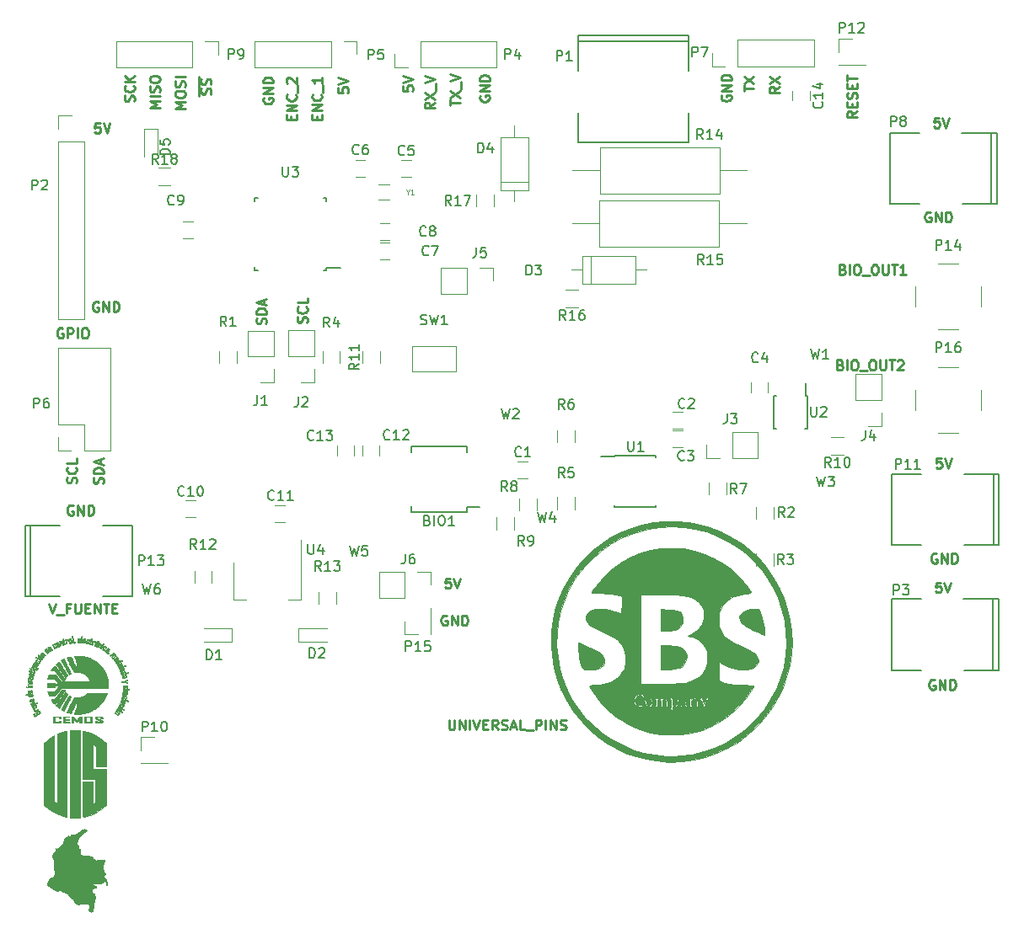
<source format=gbr>
G04 #@! TF.FileFunction,Legend,Top*
%FSLAX46Y46*%
G04 Gerber Fmt 4.6, Leading zero omitted, Abs format (unit mm)*
G04 Created by KiCad (PCBNEW 4.0.2-stable) date 05/10/2017 9:36:09*
%MOMM*%
G01*
G04 APERTURE LIST*
%ADD10C,0.100000*%
%ADD11C,0.250000*%
%ADD12C,0.150000*%
%ADD13C,0.120000*%
%ADD14C,0.010000*%
G04 APERTURE END LIST*
D10*
D11*
X130252857Y-115822381D02*
X130252857Y-116631905D01*
X130300476Y-116727143D01*
X130348095Y-116774762D01*
X130443333Y-116822381D01*
X130633810Y-116822381D01*
X130729048Y-116774762D01*
X130776667Y-116727143D01*
X130824286Y-116631905D01*
X130824286Y-115822381D01*
X131300476Y-116822381D02*
X131300476Y-115822381D01*
X131871905Y-116822381D01*
X131871905Y-115822381D01*
X132348095Y-116822381D02*
X132348095Y-115822381D01*
X132681428Y-115822381D02*
X133014761Y-116822381D01*
X133348095Y-115822381D01*
X133681428Y-116298571D02*
X134014762Y-116298571D01*
X134157619Y-116822381D02*
X133681428Y-116822381D01*
X133681428Y-115822381D01*
X134157619Y-115822381D01*
X135157619Y-116822381D02*
X134824285Y-116346190D01*
X134586190Y-116822381D02*
X134586190Y-115822381D01*
X134967143Y-115822381D01*
X135062381Y-115870000D01*
X135110000Y-115917619D01*
X135157619Y-116012857D01*
X135157619Y-116155714D01*
X135110000Y-116250952D01*
X135062381Y-116298571D01*
X134967143Y-116346190D01*
X134586190Y-116346190D01*
X135538571Y-116774762D02*
X135681428Y-116822381D01*
X135919524Y-116822381D01*
X136014762Y-116774762D01*
X136062381Y-116727143D01*
X136110000Y-116631905D01*
X136110000Y-116536667D01*
X136062381Y-116441429D01*
X136014762Y-116393810D01*
X135919524Y-116346190D01*
X135729047Y-116298571D01*
X135633809Y-116250952D01*
X135586190Y-116203333D01*
X135538571Y-116108095D01*
X135538571Y-116012857D01*
X135586190Y-115917619D01*
X135633809Y-115870000D01*
X135729047Y-115822381D01*
X135967143Y-115822381D01*
X136110000Y-115870000D01*
X136490952Y-116536667D02*
X136967143Y-116536667D01*
X136395714Y-116822381D02*
X136729047Y-115822381D01*
X137062381Y-116822381D01*
X137871905Y-116822381D02*
X137395714Y-116822381D01*
X137395714Y-115822381D01*
X137967143Y-116917619D02*
X138729048Y-116917619D01*
X138967143Y-116822381D02*
X138967143Y-115822381D01*
X139348096Y-115822381D01*
X139443334Y-115870000D01*
X139490953Y-115917619D01*
X139538572Y-116012857D01*
X139538572Y-116155714D01*
X139490953Y-116250952D01*
X139443334Y-116298571D01*
X139348096Y-116346190D01*
X138967143Y-116346190D01*
X139967143Y-116822381D02*
X139967143Y-115822381D01*
X140443333Y-116822381D02*
X140443333Y-115822381D01*
X141014762Y-116822381D01*
X141014762Y-115822381D01*
X141443333Y-116774762D02*
X141586190Y-116822381D01*
X141824286Y-116822381D01*
X141919524Y-116774762D01*
X141967143Y-116727143D01*
X142014762Y-116631905D01*
X142014762Y-116536667D01*
X141967143Y-116441429D01*
X141919524Y-116393810D01*
X141824286Y-116346190D01*
X141633809Y-116298571D01*
X141538571Y-116250952D01*
X141490952Y-116203333D01*
X141443333Y-116108095D01*
X141443333Y-116012857D01*
X141490952Y-115917619D01*
X141538571Y-115870000D01*
X141633809Y-115822381D01*
X141871905Y-115822381D01*
X142014762Y-115870000D01*
X115964762Y-75900476D02*
X116012381Y-75757619D01*
X116012381Y-75519523D01*
X115964762Y-75424285D01*
X115917143Y-75376666D01*
X115821905Y-75329047D01*
X115726667Y-75329047D01*
X115631429Y-75376666D01*
X115583810Y-75424285D01*
X115536190Y-75519523D01*
X115488571Y-75710000D01*
X115440952Y-75805238D01*
X115393333Y-75852857D01*
X115298095Y-75900476D01*
X115202857Y-75900476D01*
X115107619Y-75852857D01*
X115060000Y-75805238D01*
X115012381Y-75710000D01*
X115012381Y-75471904D01*
X115060000Y-75329047D01*
X115917143Y-74329047D02*
X115964762Y-74376666D01*
X116012381Y-74519523D01*
X116012381Y-74614761D01*
X115964762Y-74757619D01*
X115869524Y-74852857D01*
X115774286Y-74900476D01*
X115583810Y-74948095D01*
X115440952Y-74948095D01*
X115250476Y-74900476D01*
X115155238Y-74852857D01*
X115060000Y-74757619D01*
X115012381Y-74614761D01*
X115012381Y-74519523D01*
X115060000Y-74376666D01*
X115107619Y-74329047D01*
X116012381Y-73424285D02*
X116012381Y-73900476D01*
X115012381Y-73900476D01*
X111854762Y-76014286D02*
X111902381Y-75871429D01*
X111902381Y-75633333D01*
X111854762Y-75538095D01*
X111807143Y-75490476D01*
X111711905Y-75442857D01*
X111616667Y-75442857D01*
X111521429Y-75490476D01*
X111473810Y-75538095D01*
X111426190Y-75633333D01*
X111378571Y-75823810D01*
X111330952Y-75919048D01*
X111283333Y-75966667D01*
X111188095Y-76014286D01*
X111092857Y-76014286D01*
X110997619Y-75966667D01*
X110950000Y-75919048D01*
X110902381Y-75823810D01*
X110902381Y-75585714D01*
X110950000Y-75442857D01*
X111902381Y-75014286D02*
X110902381Y-75014286D01*
X110902381Y-74776191D01*
X110950000Y-74633333D01*
X111045238Y-74538095D01*
X111140476Y-74490476D01*
X111330952Y-74442857D01*
X111473810Y-74442857D01*
X111664286Y-74490476D01*
X111759524Y-74538095D01*
X111854762Y-74633333D01*
X111902381Y-74776191D01*
X111902381Y-75014286D01*
X111616667Y-74061905D02*
X111616667Y-73585714D01*
X111902381Y-74157143D02*
X110902381Y-73823810D01*
X111902381Y-73490476D01*
X106294762Y-52911905D02*
X106342381Y-52769048D01*
X106342381Y-52530952D01*
X106294762Y-52435714D01*
X106247143Y-52388095D01*
X106151905Y-52340476D01*
X106056667Y-52340476D01*
X105961429Y-52388095D01*
X105913810Y-52435714D01*
X105866190Y-52530952D01*
X105818571Y-52721429D01*
X105770952Y-52816667D01*
X105723333Y-52864286D01*
X105628095Y-52911905D01*
X105532857Y-52911905D01*
X105437619Y-52864286D01*
X105390000Y-52816667D01*
X105342381Y-52721429D01*
X105342381Y-52483333D01*
X105390000Y-52340476D01*
X106294762Y-51959524D02*
X106342381Y-51816667D01*
X106342381Y-51578571D01*
X106294762Y-51483333D01*
X106247143Y-51435714D01*
X106151905Y-51388095D01*
X106056667Y-51388095D01*
X105961429Y-51435714D01*
X105913810Y-51483333D01*
X105866190Y-51578571D01*
X105818571Y-51769048D01*
X105770952Y-51864286D01*
X105723333Y-51911905D01*
X105628095Y-51959524D01*
X105532857Y-51959524D01*
X105437619Y-51911905D01*
X105390000Y-51864286D01*
X105342381Y-51769048D01*
X105342381Y-51530952D01*
X105390000Y-51388095D01*
X105170000Y-53102381D02*
X105170000Y-51197619D01*
X103752381Y-54351428D02*
X102752381Y-54351428D01*
X103466667Y-54018094D01*
X102752381Y-53684761D01*
X103752381Y-53684761D01*
X102752381Y-53018095D02*
X102752381Y-52827618D01*
X102800000Y-52732380D01*
X102895238Y-52637142D01*
X103085714Y-52589523D01*
X103419048Y-52589523D01*
X103609524Y-52637142D01*
X103704762Y-52732380D01*
X103752381Y-52827618D01*
X103752381Y-53018095D01*
X103704762Y-53113333D01*
X103609524Y-53208571D01*
X103419048Y-53256190D01*
X103085714Y-53256190D01*
X102895238Y-53208571D01*
X102800000Y-53113333D01*
X102752381Y-53018095D01*
X103704762Y-52208571D02*
X103752381Y-52065714D01*
X103752381Y-51827618D01*
X103704762Y-51732380D01*
X103657143Y-51684761D01*
X103561905Y-51637142D01*
X103466667Y-51637142D01*
X103371429Y-51684761D01*
X103323810Y-51732380D01*
X103276190Y-51827618D01*
X103228571Y-52018095D01*
X103180952Y-52113333D01*
X103133333Y-52160952D01*
X103038095Y-52208571D01*
X102942857Y-52208571D01*
X102847619Y-52160952D01*
X102800000Y-52113333D01*
X102752381Y-52018095D01*
X102752381Y-51779999D01*
X102800000Y-51637142D01*
X103752381Y-51208571D02*
X102752381Y-51208571D01*
X101202381Y-54291428D02*
X100202381Y-54291428D01*
X100916667Y-53958094D01*
X100202381Y-53624761D01*
X101202381Y-53624761D01*
X101202381Y-53148571D02*
X100202381Y-53148571D01*
X101154762Y-52720000D02*
X101202381Y-52577143D01*
X101202381Y-52339047D01*
X101154762Y-52243809D01*
X101107143Y-52196190D01*
X101011905Y-52148571D01*
X100916667Y-52148571D01*
X100821429Y-52196190D01*
X100773810Y-52243809D01*
X100726190Y-52339047D01*
X100678571Y-52529524D01*
X100630952Y-52624762D01*
X100583333Y-52672381D01*
X100488095Y-52720000D01*
X100392857Y-52720000D01*
X100297619Y-52672381D01*
X100250000Y-52624762D01*
X100202381Y-52529524D01*
X100202381Y-52291428D01*
X100250000Y-52148571D01*
X100202381Y-51529524D02*
X100202381Y-51339047D01*
X100250000Y-51243809D01*
X100345238Y-51148571D01*
X100535714Y-51100952D01*
X100869048Y-51100952D01*
X101059524Y-51148571D01*
X101154762Y-51243809D01*
X101202381Y-51339047D01*
X101202381Y-51529524D01*
X101154762Y-51624762D01*
X101059524Y-51720000D01*
X100869048Y-51767619D01*
X100535714Y-51767619D01*
X100345238Y-51720000D01*
X100250000Y-51624762D01*
X100202381Y-51529524D01*
X98614762Y-53645714D02*
X98662381Y-53502857D01*
X98662381Y-53264761D01*
X98614762Y-53169523D01*
X98567143Y-53121904D01*
X98471905Y-53074285D01*
X98376667Y-53074285D01*
X98281429Y-53121904D01*
X98233810Y-53169523D01*
X98186190Y-53264761D01*
X98138571Y-53455238D01*
X98090952Y-53550476D01*
X98043333Y-53598095D01*
X97948095Y-53645714D01*
X97852857Y-53645714D01*
X97757619Y-53598095D01*
X97710000Y-53550476D01*
X97662381Y-53455238D01*
X97662381Y-53217142D01*
X97710000Y-53074285D01*
X98567143Y-52074285D02*
X98614762Y-52121904D01*
X98662381Y-52264761D01*
X98662381Y-52359999D01*
X98614762Y-52502857D01*
X98519524Y-52598095D01*
X98424286Y-52645714D01*
X98233810Y-52693333D01*
X98090952Y-52693333D01*
X97900476Y-52645714D01*
X97805238Y-52598095D01*
X97710000Y-52502857D01*
X97662381Y-52359999D01*
X97662381Y-52264761D01*
X97710000Y-52121904D01*
X97757619Y-52074285D01*
X98662381Y-51645714D02*
X97662381Y-51645714D01*
X98662381Y-51074285D02*
X98090952Y-51502857D01*
X97662381Y-51074285D02*
X98233810Y-51645714D01*
X116958571Y-55485238D02*
X116958571Y-55151904D01*
X117482381Y-55009047D02*
X117482381Y-55485238D01*
X116482381Y-55485238D01*
X116482381Y-55009047D01*
X117482381Y-54580476D02*
X116482381Y-54580476D01*
X117482381Y-54009047D01*
X116482381Y-54009047D01*
X117387143Y-52961428D02*
X117434762Y-53009047D01*
X117482381Y-53151904D01*
X117482381Y-53247142D01*
X117434762Y-53390000D01*
X117339524Y-53485238D01*
X117244286Y-53532857D01*
X117053810Y-53580476D01*
X116910952Y-53580476D01*
X116720476Y-53532857D01*
X116625238Y-53485238D01*
X116530000Y-53390000D01*
X116482381Y-53247142D01*
X116482381Y-53151904D01*
X116530000Y-53009047D01*
X116577619Y-52961428D01*
X117577619Y-52770952D02*
X117577619Y-52009047D01*
X117482381Y-51247142D02*
X117482381Y-51818571D01*
X117482381Y-51532857D02*
X116482381Y-51532857D01*
X116625238Y-51628095D01*
X116720476Y-51723333D01*
X116768095Y-51818571D01*
X114398571Y-55495238D02*
X114398571Y-55161904D01*
X114922381Y-55019047D02*
X114922381Y-55495238D01*
X113922381Y-55495238D01*
X113922381Y-55019047D01*
X114922381Y-54590476D02*
X113922381Y-54590476D01*
X114922381Y-54019047D01*
X113922381Y-54019047D01*
X114827143Y-52971428D02*
X114874762Y-53019047D01*
X114922381Y-53161904D01*
X114922381Y-53257142D01*
X114874762Y-53400000D01*
X114779524Y-53495238D01*
X114684286Y-53542857D01*
X114493810Y-53590476D01*
X114350952Y-53590476D01*
X114160476Y-53542857D01*
X114065238Y-53495238D01*
X113970000Y-53400000D01*
X113922381Y-53257142D01*
X113922381Y-53161904D01*
X113970000Y-53019047D01*
X114017619Y-52971428D01*
X115017619Y-52780952D02*
X115017619Y-52019047D01*
X114017619Y-51828571D02*
X113970000Y-51780952D01*
X113922381Y-51685714D01*
X113922381Y-51447618D01*
X113970000Y-51352380D01*
X114017619Y-51304761D01*
X114112857Y-51257142D01*
X114208095Y-51257142D01*
X114350952Y-51304761D01*
X114922381Y-51876190D01*
X114922381Y-51257142D01*
X119132381Y-52280476D02*
X119132381Y-52756667D01*
X119608571Y-52804286D01*
X119560952Y-52756667D01*
X119513333Y-52661429D01*
X119513333Y-52423333D01*
X119560952Y-52328095D01*
X119608571Y-52280476D01*
X119703810Y-52232857D01*
X119941905Y-52232857D01*
X120037143Y-52280476D01*
X120084762Y-52328095D01*
X120132381Y-52423333D01*
X120132381Y-52661429D01*
X120084762Y-52756667D01*
X120037143Y-52804286D01*
X119132381Y-51947143D02*
X120132381Y-51613810D01*
X119132381Y-51280476D01*
X128812381Y-53766190D02*
X128336190Y-54099524D01*
X128812381Y-54337619D02*
X127812381Y-54337619D01*
X127812381Y-53956666D01*
X127860000Y-53861428D01*
X127907619Y-53813809D01*
X128002857Y-53766190D01*
X128145714Y-53766190D01*
X128240952Y-53813809D01*
X128288571Y-53861428D01*
X128336190Y-53956666D01*
X128336190Y-54337619D01*
X127812381Y-53432857D02*
X128812381Y-52766190D01*
X127812381Y-52766190D02*
X128812381Y-53432857D01*
X128907619Y-52623333D02*
X128907619Y-51861428D01*
X127812381Y-51766190D02*
X128812381Y-51432857D01*
X127812381Y-51099523D01*
X130392381Y-54061429D02*
X130392381Y-53490000D01*
X131392381Y-53775715D02*
X130392381Y-53775715D01*
X130392381Y-53251905D02*
X131392381Y-52585238D01*
X130392381Y-52585238D02*
X131392381Y-53251905D01*
X131487619Y-52442381D02*
X131487619Y-51680476D01*
X130392381Y-51585238D02*
X131392381Y-51251905D01*
X130392381Y-50918571D01*
X125642381Y-52110476D02*
X125642381Y-52586667D01*
X126118571Y-52634286D01*
X126070952Y-52586667D01*
X126023333Y-52491429D01*
X126023333Y-52253333D01*
X126070952Y-52158095D01*
X126118571Y-52110476D01*
X126213810Y-52062857D01*
X126451905Y-52062857D01*
X126547143Y-52110476D01*
X126594762Y-52158095D01*
X126642381Y-52253333D01*
X126642381Y-52491429D01*
X126594762Y-52586667D01*
X126547143Y-52634286D01*
X125642381Y-51777143D02*
X126642381Y-51443810D01*
X125642381Y-51110476D01*
X95484762Y-92064286D02*
X95532381Y-91921429D01*
X95532381Y-91683333D01*
X95484762Y-91588095D01*
X95437143Y-91540476D01*
X95341905Y-91492857D01*
X95246667Y-91492857D01*
X95151429Y-91540476D01*
X95103810Y-91588095D01*
X95056190Y-91683333D01*
X95008571Y-91873810D01*
X94960952Y-91969048D01*
X94913333Y-92016667D01*
X94818095Y-92064286D01*
X94722857Y-92064286D01*
X94627619Y-92016667D01*
X94580000Y-91969048D01*
X94532381Y-91873810D01*
X94532381Y-91635714D01*
X94580000Y-91492857D01*
X95532381Y-91064286D02*
X94532381Y-91064286D01*
X94532381Y-90826191D01*
X94580000Y-90683333D01*
X94675238Y-90588095D01*
X94770476Y-90540476D01*
X94960952Y-90492857D01*
X95103810Y-90492857D01*
X95294286Y-90540476D01*
X95389524Y-90588095D01*
X95484762Y-90683333D01*
X95532381Y-90826191D01*
X95532381Y-91064286D01*
X95246667Y-90111905D02*
X95246667Y-89635714D01*
X95532381Y-90207143D02*
X94532381Y-89873810D01*
X95532381Y-89540476D01*
X92804762Y-92020476D02*
X92852381Y-91877619D01*
X92852381Y-91639523D01*
X92804762Y-91544285D01*
X92757143Y-91496666D01*
X92661905Y-91449047D01*
X92566667Y-91449047D01*
X92471429Y-91496666D01*
X92423810Y-91544285D01*
X92376190Y-91639523D01*
X92328571Y-91830000D01*
X92280952Y-91925238D01*
X92233333Y-91972857D01*
X92138095Y-92020476D01*
X92042857Y-92020476D01*
X91947619Y-91972857D01*
X91900000Y-91925238D01*
X91852381Y-91830000D01*
X91852381Y-91591904D01*
X91900000Y-91449047D01*
X92757143Y-90449047D02*
X92804762Y-90496666D01*
X92852381Y-90639523D01*
X92852381Y-90734761D01*
X92804762Y-90877619D01*
X92709524Y-90972857D01*
X92614286Y-91020476D01*
X92423810Y-91068095D01*
X92280952Y-91068095D01*
X92090476Y-91020476D01*
X91995238Y-90972857D01*
X91900000Y-90877619D01*
X91852381Y-90734761D01*
X91852381Y-90639523D01*
X91900000Y-90496666D01*
X91947619Y-90449047D01*
X92852381Y-89544285D02*
X92852381Y-90020476D01*
X91852381Y-90020476D01*
X90053809Y-104142381D02*
X90387142Y-105142381D01*
X90720476Y-104142381D01*
X90815714Y-105237619D02*
X91577619Y-105237619D01*
X92149048Y-104618571D02*
X91815714Y-104618571D01*
X91815714Y-105142381D02*
X91815714Y-104142381D01*
X92291905Y-104142381D01*
X92672857Y-104142381D02*
X92672857Y-104951905D01*
X92720476Y-105047143D01*
X92768095Y-105094762D01*
X92863333Y-105142381D01*
X93053810Y-105142381D01*
X93149048Y-105094762D01*
X93196667Y-105047143D01*
X93244286Y-104951905D01*
X93244286Y-104142381D01*
X93720476Y-104618571D02*
X94053810Y-104618571D01*
X94196667Y-105142381D02*
X93720476Y-105142381D01*
X93720476Y-104142381D01*
X94196667Y-104142381D01*
X94625238Y-105142381D02*
X94625238Y-104142381D01*
X95196667Y-105142381D01*
X95196667Y-104142381D01*
X95530000Y-104142381D02*
X96101429Y-104142381D01*
X95815714Y-105142381D02*
X95815714Y-104142381D01*
X96434762Y-104618571D02*
X96768096Y-104618571D01*
X96910953Y-105142381D02*
X96434762Y-105142381D01*
X96434762Y-104142381D01*
X96910953Y-104142381D01*
X130399524Y-101602381D02*
X129923333Y-101602381D01*
X129875714Y-102078571D01*
X129923333Y-102030952D01*
X130018571Y-101983333D01*
X130256667Y-101983333D01*
X130351905Y-102030952D01*
X130399524Y-102078571D01*
X130447143Y-102173810D01*
X130447143Y-102411905D01*
X130399524Y-102507143D01*
X130351905Y-102554762D01*
X130256667Y-102602381D01*
X130018571Y-102602381D01*
X129923333Y-102554762D01*
X129875714Y-102507143D01*
X130732857Y-101602381D02*
X131066190Y-102602381D01*
X131399524Y-101602381D01*
X169553810Y-80138571D02*
X169696667Y-80186190D01*
X169744286Y-80233810D01*
X169791905Y-80329048D01*
X169791905Y-80471905D01*
X169744286Y-80567143D01*
X169696667Y-80614762D01*
X169601429Y-80662381D01*
X169220476Y-80662381D01*
X169220476Y-79662381D01*
X169553810Y-79662381D01*
X169649048Y-79710000D01*
X169696667Y-79757619D01*
X169744286Y-79852857D01*
X169744286Y-79948095D01*
X169696667Y-80043333D01*
X169649048Y-80090952D01*
X169553810Y-80138571D01*
X169220476Y-80138571D01*
X170220476Y-80662381D02*
X170220476Y-79662381D01*
X170887142Y-79662381D02*
X171077619Y-79662381D01*
X171172857Y-79710000D01*
X171268095Y-79805238D01*
X171315714Y-79995714D01*
X171315714Y-80329048D01*
X171268095Y-80519524D01*
X171172857Y-80614762D01*
X171077619Y-80662381D01*
X170887142Y-80662381D01*
X170791904Y-80614762D01*
X170696666Y-80519524D01*
X170649047Y-80329048D01*
X170649047Y-79995714D01*
X170696666Y-79805238D01*
X170791904Y-79710000D01*
X170887142Y-79662381D01*
X171506190Y-80757619D02*
X172268095Y-80757619D01*
X172696666Y-79662381D02*
X172887143Y-79662381D01*
X172982381Y-79710000D01*
X173077619Y-79805238D01*
X173125238Y-79995714D01*
X173125238Y-80329048D01*
X173077619Y-80519524D01*
X172982381Y-80614762D01*
X172887143Y-80662381D01*
X172696666Y-80662381D01*
X172601428Y-80614762D01*
X172506190Y-80519524D01*
X172458571Y-80329048D01*
X172458571Y-79995714D01*
X172506190Y-79805238D01*
X172601428Y-79710000D01*
X172696666Y-79662381D01*
X173553809Y-79662381D02*
X173553809Y-80471905D01*
X173601428Y-80567143D01*
X173649047Y-80614762D01*
X173744285Y-80662381D01*
X173934762Y-80662381D01*
X174030000Y-80614762D01*
X174077619Y-80567143D01*
X174125238Y-80471905D01*
X174125238Y-79662381D01*
X174458571Y-79662381D02*
X175030000Y-79662381D01*
X174744285Y-80662381D02*
X174744285Y-79662381D01*
X175315714Y-79757619D02*
X175363333Y-79710000D01*
X175458571Y-79662381D01*
X175696667Y-79662381D01*
X175791905Y-79710000D01*
X175839524Y-79757619D01*
X175887143Y-79852857D01*
X175887143Y-79948095D01*
X175839524Y-80090952D01*
X175268095Y-80662381D01*
X175887143Y-80662381D01*
X169803810Y-70528571D02*
X169946667Y-70576190D01*
X169994286Y-70623810D01*
X170041905Y-70719048D01*
X170041905Y-70861905D01*
X169994286Y-70957143D01*
X169946667Y-71004762D01*
X169851429Y-71052381D01*
X169470476Y-71052381D01*
X169470476Y-70052381D01*
X169803810Y-70052381D01*
X169899048Y-70100000D01*
X169946667Y-70147619D01*
X169994286Y-70242857D01*
X169994286Y-70338095D01*
X169946667Y-70433333D01*
X169899048Y-70480952D01*
X169803810Y-70528571D01*
X169470476Y-70528571D01*
X170470476Y-71052381D02*
X170470476Y-70052381D01*
X171137142Y-70052381D02*
X171327619Y-70052381D01*
X171422857Y-70100000D01*
X171518095Y-70195238D01*
X171565714Y-70385714D01*
X171565714Y-70719048D01*
X171518095Y-70909524D01*
X171422857Y-71004762D01*
X171327619Y-71052381D01*
X171137142Y-71052381D01*
X171041904Y-71004762D01*
X170946666Y-70909524D01*
X170899047Y-70719048D01*
X170899047Y-70385714D01*
X170946666Y-70195238D01*
X171041904Y-70100000D01*
X171137142Y-70052381D01*
X171756190Y-71147619D02*
X172518095Y-71147619D01*
X172946666Y-70052381D02*
X173137143Y-70052381D01*
X173232381Y-70100000D01*
X173327619Y-70195238D01*
X173375238Y-70385714D01*
X173375238Y-70719048D01*
X173327619Y-70909524D01*
X173232381Y-71004762D01*
X173137143Y-71052381D01*
X172946666Y-71052381D01*
X172851428Y-71004762D01*
X172756190Y-70909524D01*
X172708571Y-70719048D01*
X172708571Y-70385714D01*
X172756190Y-70195238D01*
X172851428Y-70100000D01*
X172946666Y-70052381D01*
X173803809Y-70052381D02*
X173803809Y-70861905D01*
X173851428Y-70957143D01*
X173899047Y-71004762D01*
X173994285Y-71052381D01*
X174184762Y-71052381D01*
X174280000Y-71004762D01*
X174327619Y-70957143D01*
X174375238Y-70861905D01*
X174375238Y-70052381D01*
X174708571Y-70052381D02*
X175280000Y-70052381D01*
X174994285Y-71052381D02*
X174994285Y-70052381D01*
X176137143Y-71052381D02*
X175565714Y-71052381D01*
X175851428Y-71052381D02*
X175851428Y-70052381D01*
X175756190Y-70195238D01*
X175660952Y-70290476D01*
X175565714Y-70338095D01*
X171242381Y-54652381D02*
X170766190Y-54985715D01*
X171242381Y-55223810D02*
X170242381Y-55223810D01*
X170242381Y-54842857D01*
X170290000Y-54747619D01*
X170337619Y-54700000D01*
X170432857Y-54652381D01*
X170575714Y-54652381D01*
X170670952Y-54700000D01*
X170718571Y-54747619D01*
X170766190Y-54842857D01*
X170766190Y-55223810D01*
X170718571Y-54223810D02*
X170718571Y-53890476D01*
X171242381Y-53747619D02*
X171242381Y-54223810D01*
X170242381Y-54223810D01*
X170242381Y-53747619D01*
X171194762Y-53366667D02*
X171242381Y-53223810D01*
X171242381Y-52985714D01*
X171194762Y-52890476D01*
X171147143Y-52842857D01*
X171051905Y-52795238D01*
X170956667Y-52795238D01*
X170861429Y-52842857D01*
X170813810Y-52890476D01*
X170766190Y-52985714D01*
X170718571Y-53176191D01*
X170670952Y-53271429D01*
X170623333Y-53319048D01*
X170528095Y-53366667D01*
X170432857Y-53366667D01*
X170337619Y-53319048D01*
X170290000Y-53271429D01*
X170242381Y-53176191D01*
X170242381Y-52938095D01*
X170290000Y-52795238D01*
X170718571Y-52366667D02*
X170718571Y-52033333D01*
X171242381Y-51890476D02*
X171242381Y-52366667D01*
X170242381Y-52366667D01*
X170242381Y-51890476D01*
X170242381Y-51604762D02*
X170242381Y-51033333D01*
X171242381Y-51319048D02*
X170242381Y-51319048D01*
X163442381Y-52186666D02*
X162966190Y-52520000D01*
X163442381Y-52758095D02*
X162442381Y-52758095D01*
X162442381Y-52377142D01*
X162490000Y-52281904D01*
X162537619Y-52234285D01*
X162632857Y-52186666D01*
X162775714Y-52186666D01*
X162870952Y-52234285D01*
X162918571Y-52281904D01*
X162966190Y-52377142D01*
X162966190Y-52758095D01*
X162442381Y-51853333D02*
X163442381Y-51186666D01*
X162442381Y-51186666D02*
X163442381Y-51853333D01*
X159882381Y-52621905D02*
X159882381Y-52050476D01*
X160882381Y-52336191D02*
X159882381Y-52336191D01*
X159882381Y-51812381D02*
X160882381Y-51145714D01*
X159882381Y-51145714D02*
X160882381Y-51812381D01*
X178638096Y-64820000D02*
X178542858Y-64772381D01*
X178400001Y-64772381D01*
X178257143Y-64820000D01*
X178161905Y-64915238D01*
X178114286Y-65010476D01*
X178066667Y-65200952D01*
X178066667Y-65343810D01*
X178114286Y-65534286D01*
X178161905Y-65629524D01*
X178257143Y-65724762D01*
X178400001Y-65772381D01*
X178495239Y-65772381D01*
X178638096Y-65724762D01*
X178685715Y-65677143D01*
X178685715Y-65343810D01*
X178495239Y-65343810D01*
X179114286Y-65772381D02*
X179114286Y-64772381D01*
X179685715Y-65772381D01*
X179685715Y-64772381D01*
X180161905Y-65772381D02*
X180161905Y-64772381D01*
X180400000Y-64772381D01*
X180542858Y-64820000D01*
X180638096Y-64915238D01*
X180685715Y-65010476D01*
X180733334Y-65200952D01*
X180733334Y-65343810D01*
X180685715Y-65534286D01*
X180638096Y-65629524D01*
X180542858Y-65724762D01*
X180400000Y-65772381D01*
X180161905Y-65772381D01*
X179489524Y-55302381D02*
X179013333Y-55302381D01*
X178965714Y-55778571D01*
X179013333Y-55730952D01*
X179108571Y-55683333D01*
X179346667Y-55683333D01*
X179441905Y-55730952D01*
X179489524Y-55778571D01*
X179537143Y-55873810D01*
X179537143Y-56111905D01*
X179489524Y-56207143D01*
X179441905Y-56254762D01*
X179346667Y-56302381D01*
X179108571Y-56302381D01*
X179013333Y-56254762D01*
X178965714Y-56207143D01*
X179822857Y-55302381D02*
X180156190Y-56302381D01*
X180489524Y-55302381D01*
X179719524Y-89522381D02*
X179243333Y-89522381D01*
X179195714Y-89998571D01*
X179243333Y-89950952D01*
X179338571Y-89903333D01*
X179576667Y-89903333D01*
X179671905Y-89950952D01*
X179719524Y-89998571D01*
X179767143Y-90093810D01*
X179767143Y-90331905D01*
X179719524Y-90427143D01*
X179671905Y-90474762D01*
X179576667Y-90522381D01*
X179338571Y-90522381D01*
X179243333Y-90474762D01*
X179195714Y-90427143D01*
X180052857Y-89522381D02*
X180386190Y-90522381D01*
X180719524Y-89522381D01*
X179669524Y-102022381D02*
X179193333Y-102022381D01*
X179145714Y-102498571D01*
X179193333Y-102450952D01*
X179288571Y-102403333D01*
X179526667Y-102403333D01*
X179621905Y-102450952D01*
X179669524Y-102498571D01*
X179717143Y-102593810D01*
X179717143Y-102831905D01*
X179669524Y-102927143D01*
X179621905Y-102974762D01*
X179526667Y-103022381D01*
X179288571Y-103022381D01*
X179193333Y-102974762D01*
X179145714Y-102927143D01*
X180002857Y-102022381D02*
X180336190Y-103022381D01*
X180669524Y-102022381D01*
X95199524Y-55852381D02*
X94723333Y-55852381D01*
X94675714Y-56328571D01*
X94723333Y-56280952D01*
X94818571Y-56233333D01*
X95056667Y-56233333D01*
X95151905Y-56280952D01*
X95199524Y-56328571D01*
X95247143Y-56423810D01*
X95247143Y-56661905D01*
X95199524Y-56757143D01*
X95151905Y-56804762D01*
X95056667Y-56852381D01*
X94818571Y-56852381D01*
X94723333Y-56804762D01*
X94675714Y-56757143D01*
X95532857Y-55852381D02*
X95866190Y-56852381D01*
X96199524Y-55852381D01*
X111630000Y-53331904D02*
X111582381Y-53427142D01*
X111582381Y-53569999D01*
X111630000Y-53712857D01*
X111725238Y-53808095D01*
X111820476Y-53855714D01*
X112010952Y-53903333D01*
X112153810Y-53903333D01*
X112344286Y-53855714D01*
X112439524Y-53808095D01*
X112534762Y-53712857D01*
X112582381Y-53569999D01*
X112582381Y-53474761D01*
X112534762Y-53331904D01*
X112487143Y-53284285D01*
X112153810Y-53284285D01*
X112153810Y-53474761D01*
X112582381Y-52855714D02*
X111582381Y-52855714D01*
X112582381Y-52284285D01*
X111582381Y-52284285D01*
X112582381Y-51808095D02*
X111582381Y-51808095D01*
X111582381Y-51570000D01*
X111630000Y-51427142D01*
X111725238Y-51331904D01*
X111820476Y-51284285D01*
X112010952Y-51236666D01*
X112153810Y-51236666D01*
X112344286Y-51284285D01*
X112439524Y-51331904D01*
X112534762Y-51427142D01*
X112582381Y-51570000D01*
X112582381Y-51808095D01*
X133370000Y-53101904D02*
X133322381Y-53197142D01*
X133322381Y-53339999D01*
X133370000Y-53482857D01*
X133465238Y-53578095D01*
X133560476Y-53625714D01*
X133750952Y-53673333D01*
X133893810Y-53673333D01*
X134084286Y-53625714D01*
X134179524Y-53578095D01*
X134274762Y-53482857D01*
X134322381Y-53339999D01*
X134322381Y-53244761D01*
X134274762Y-53101904D01*
X134227143Y-53054285D01*
X133893810Y-53054285D01*
X133893810Y-53244761D01*
X134322381Y-52625714D02*
X133322381Y-52625714D01*
X134322381Y-52054285D01*
X133322381Y-52054285D01*
X134322381Y-51578095D02*
X133322381Y-51578095D01*
X133322381Y-51340000D01*
X133370000Y-51197142D01*
X133465238Y-51101904D01*
X133560476Y-51054285D01*
X133750952Y-51006666D01*
X133893810Y-51006666D01*
X134084286Y-51054285D01*
X134179524Y-51101904D01*
X134274762Y-51197142D01*
X134322381Y-51340000D01*
X134322381Y-51578095D01*
X157650000Y-53061904D02*
X157602381Y-53157142D01*
X157602381Y-53299999D01*
X157650000Y-53442857D01*
X157745238Y-53538095D01*
X157840476Y-53585714D01*
X158030952Y-53633333D01*
X158173810Y-53633333D01*
X158364286Y-53585714D01*
X158459524Y-53538095D01*
X158554762Y-53442857D01*
X158602381Y-53299999D01*
X158602381Y-53204761D01*
X158554762Y-53061904D01*
X158507143Y-53014285D01*
X158173810Y-53014285D01*
X158173810Y-53204761D01*
X158602381Y-52585714D02*
X157602381Y-52585714D01*
X158602381Y-52014285D01*
X157602381Y-52014285D01*
X158602381Y-51538095D02*
X157602381Y-51538095D01*
X157602381Y-51300000D01*
X157650000Y-51157142D01*
X157745238Y-51061904D01*
X157840476Y-51014285D01*
X158030952Y-50966666D01*
X158173810Y-50966666D01*
X158364286Y-51014285D01*
X158459524Y-51061904D01*
X158554762Y-51157142D01*
X158602381Y-51300000D01*
X158602381Y-51538095D01*
X179258096Y-99130000D02*
X179162858Y-99082381D01*
X179020001Y-99082381D01*
X178877143Y-99130000D01*
X178781905Y-99225238D01*
X178734286Y-99320476D01*
X178686667Y-99510952D01*
X178686667Y-99653810D01*
X178734286Y-99844286D01*
X178781905Y-99939524D01*
X178877143Y-100034762D01*
X179020001Y-100082381D01*
X179115239Y-100082381D01*
X179258096Y-100034762D01*
X179305715Y-99987143D01*
X179305715Y-99653810D01*
X179115239Y-99653810D01*
X179734286Y-100082381D02*
X179734286Y-99082381D01*
X180305715Y-100082381D01*
X180305715Y-99082381D01*
X180781905Y-100082381D02*
X180781905Y-99082381D01*
X181020000Y-99082381D01*
X181162858Y-99130000D01*
X181258096Y-99225238D01*
X181305715Y-99320476D01*
X181353334Y-99510952D01*
X181353334Y-99653810D01*
X181305715Y-99844286D01*
X181258096Y-99939524D01*
X181162858Y-100034762D01*
X181020000Y-100082381D01*
X180781905Y-100082381D01*
X179048096Y-111830000D02*
X178952858Y-111782381D01*
X178810001Y-111782381D01*
X178667143Y-111830000D01*
X178571905Y-111925238D01*
X178524286Y-112020476D01*
X178476667Y-112210952D01*
X178476667Y-112353810D01*
X178524286Y-112544286D01*
X178571905Y-112639524D01*
X178667143Y-112734762D01*
X178810001Y-112782381D01*
X178905239Y-112782381D01*
X179048096Y-112734762D01*
X179095715Y-112687143D01*
X179095715Y-112353810D01*
X178905239Y-112353810D01*
X179524286Y-112782381D02*
X179524286Y-111782381D01*
X180095715Y-112782381D01*
X180095715Y-111782381D01*
X180571905Y-112782381D02*
X180571905Y-111782381D01*
X180810000Y-111782381D01*
X180952858Y-111830000D01*
X181048096Y-111925238D01*
X181095715Y-112020476D01*
X181143334Y-112210952D01*
X181143334Y-112353810D01*
X181095715Y-112544286D01*
X181048096Y-112639524D01*
X180952858Y-112734762D01*
X180810000Y-112782381D01*
X180571905Y-112782381D01*
X130038096Y-105370000D02*
X129942858Y-105322381D01*
X129800001Y-105322381D01*
X129657143Y-105370000D01*
X129561905Y-105465238D01*
X129514286Y-105560476D01*
X129466667Y-105750952D01*
X129466667Y-105893810D01*
X129514286Y-106084286D01*
X129561905Y-106179524D01*
X129657143Y-106274762D01*
X129800001Y-106322381D01*
X129895239Y-106322381D01*
X130038096Y-106274762D01*
X130085715Y-106227143D01*
X130085715Y-105893810D01*
X129895239Y-105893810D01*
X130514286Y-106322381D02*
X130514286Y-105322381D01*
X131085715Y-106322381D01*
X131085715Y-105322381D01*
X131561905Y-106322381D02*
X131561905Y-105322381D01*
X131800000Y-105322381D01*
X131942858Y-105370000D01*
X132038096Y-105465238D01*
X132085715Y-105560476D01*
X132133334Y-105750952D01*
X132133334Y-105893810D01*
X132085715Y-106084286D01*
X132038096Y-106179524D01*
X131942858Y-106274762D01*
X131800000Y-106322381D01*
X131561905Y-106322381D01*
X92478096Y-94300000D02*
X92382858Y-94252381D01*
X92240001Y-94252381D01*
X92097143Y-94300000D01*
X92001905Y-94395238D01*
X91954286Y-94490476D01*
X91906667Y-94680952D01*
X91906667Y-94823810D01*
X91954286Y-95014286D01*
X92001905Y-95109524D01*
X92097143Y-95204762D01*
X92240001Y-95252381D01*
X92335239Y-95252381D01*
X92478096Y-95204762D01*
X92525715Y-95157143D01*
X92525715Y-94823810D01*
X92335239Y-94823810D01*
X92954286Y-95252381D02*
X92954286Y-94252381D01*
X93525715Y-95252381D01*
X93525715Y-94252381D01*
X94001905Y-95252381D02*
X94001905Y-94252381D01*
X94240000Y-94252381D01*
X94382858Y-94300000D01*
X94478096Y-94395238D01*
X94525715Y-94490476D01*
X94573334Y-94680952D01*
X94573334Y-94823810D01*
X94525715Y-95014286D01*
X94478096Y-95109524D01*
X94382858Y-95204762D01*
X94240000Y-95252381D01*
X94001905Y-95252381D01*
X95028096Y-73850000D02*
X94932858Y-73802381D01*
X94790001Y-73802381D01*
X94647143Y-73850000D01*
X94551905Y-73945238D01*
X94504286Y-74040476D01*
X94456667Y-74230952D01*
X94456667Y-74373810D01*
X94504286Y-74564286D01*
X94551905Y-74659524D01*
X94647143Y-74754762D01*
X94790001Y-74802381D01*
X94885239Y-74802381D01*
X95028096Y-74754762D01*
X95075715Y-74707143D01*
X95075715Y-74373810D01*
X94885239Y-74373810D01*
X95504286Y-74802381D02*
X95504286Y-73802381D01*
X96075715Y-74802381D01*
X96075715Y-73802381D01*
X96551905Y-74802381D02*
X96551905Y-73802381D01*
X96790000Y-73802381D01*
X96932858Y-73850000D01*
X97028096Y-73945238D01*
X97075715Y-74040476D01*
X97123334Y-74230952D01*
X97123334Y-74373810D01*
X97075715Y-74564286D01*
X97028096Y-74659524D01*
X96932858Y-74754762D01*
X96790000Y-74802381D01*
X96551905Y-74802381D01*
X91440001Y-76490000D02*
X91344763Y-76442381D01*
X91201906Y-76442381D01*
X91059048Y-76490000D01*
X90963810Y-76585238D01*
X90916191Y-76680476D01*
X90868572Y-76870952D01*
X90868572Y-77013810D01*
X90916191Y-77204286D01*
X90963810Y-77299524D01*
X91059048Y-77394762D01*
X91201906Y-77442381D01*
X91297144Y-77442381D01*
X91440001Y-77394762D01*
X91487620Y-77347143D01*
X91487620Y-77013810D01*
X91297144Y-77013810D01*
X91916191Y-77442381D02*
X91916191Y-76442381D01*
X92297144Y-76442381D01*
X92392382Y-76490000D01*
X92440001Y-76537619D01*
X92487620Y-76632857D01*
X92487620Y-76775714D01*
X92440001Y-76870952D01*
X92392382Y-76918571D01*
X92297144Y-76966190D01*
X91916191Y-76966190D01*
X92916191Y-77442381D02*
X92916191Y-76442381D01*
X93582857Y-76442381D02*
X93773334Y-76442381D01*
X93868572Y-76490000D01*
X93963810Y-76585238D01*
X94011429Y-76775714D01*
X94011429Y-77109048D01*
X93963810Y-77299524D01*
X93868572Y-77394762D01*
X93773334Y-77442381D01*
X93582857Y-77442381D01*
X93487619Y-77394762D01*
X93392381Y-77299524D01*
X93344762Y-77109048D01*
X93344762Y-76775714D01*
X93392381Y-76585238D01*
X93487619Y-76490000D01*
X93582857Y-76442381D01*
D12*
X132030520Y-94928360D02*
X132030520Y-94453360D01*
X126480520Y-94928360D02*
X126480520Y-94353360D01*
X126480520Y-88378360D02*
X126480520Y-88953360D01*
X132030520Y-88378360D02*
X132030520Y-88953360D01*
X132030520Y-94928360D02*
X126480520Y-94928360D01*
X132030520Y-88378360D02*
X126480520Y-88378360D01*
X132030520Y-94453360D02*
X133305520Y-94453360D01*
D13*
X138162920Y-89828000D02*
X137162920Y-89828000D01*
X137162920Y-91528000D02*
X138162920Y-91528000D01*
X152692480Y-86544520D02*
X153692480Y-86544520D01*
X153692480Y-84844520D02*
X152692480Y-84844520D01*
X152692480Y-88469840D02*
X153692480Y-88469840D01*
X153692480Y-86769840D02*
X152692480Y-86769840D01*
X162324150Y-82939510D02*
X162324150Y-81939510D01*
X160624150Y-81939510D02*
X160624150Y-82939510D01*
X126450000Y-59525000D02*
X125450000Y-59525000D01*
X125450000Y-61225000D02*
X126450000Y-61225000D01*
X120850000Y-61225000D02*
X121850000Y-61225000D01*
X121850000Y-59525000D02*
X120850000Y-59525000D01*
X123299600Y-69557000D02*
X124299600Y-69557000D01*
X124299600Y-67857000D02*
X123299600Y-67857000D01*
X124299600Y-65891040D02*
X123299600Y-65891040D01*
X123299600Y-67591040D02*
X124299600Y-67591040D01*
X103513000Y-67436100D02*
X104513000Y-67436100D01*
X104513000Y-65736100D02*
X103513000Y-65736100D01*
X104782240Y-93780240D02*
X103782240Y-93780240D01*
X103782240Y-95480240D02*
X104782240Y-95480240D01*
X112738280Y-95983160D02*
X113738280Y-95983160D01*
X113738280Y-94283160D02*
X112738280Y-94283160D01*
X123227200Y-89283160D02*
X123227200Y-88283160D01*
X121527200Y-88283160D02*
X121527200Y-89283160D01*
X108449520Y-108020080D02*
X108449520Y-106620080D01*
X108449520Y-106620080D02*
X105649520Y-106620080D01*
X108449520Y-108020080D02*
X105649520Y-108020080D01*
X115161920Y-106609920D02*
X115161920Y-108009920D01*
X115161920Y-108009920D02*
X117961920Y-108009920D01*
X115161920Y-106609920D02*
X117961920Y-106609920D01*
X112670900Y-76711500D02*
X110010900Y-76711500D01*
X112670900Y-79311500D02*
X112670900Y-76711500D01*
X110010900Y-79311500D02*
X110010900Y-76711500D01*
X112670900Y-79311500D02*
X110010900Y-79311500D01*
X112670900Y-80581500D02*
X112670900Y-81911500D01*
X112670900Y-81911500D02*
X111340900Y-81911500D01*
X116747600Y-76686100D02*
X114087600Y-76686100D01*
X116747600Y-79286100D02*
X116747600Y-76686100D01*
X114087600Y-79286100D02*
X114087600Y-76686100D01*
X116747600Y-79286100D02*
X114087600Y-79286100D01*
X116747600Y-80556100D02*
X116747600Y-81886100D01*
X116747600Y-81886100D02*
X115417600Y-81886100D01*
X161299200Y-89539120D02*
X161299200Y-86879120D01*
X158699200Y-89539120D02*
X161299200Y-89539120D01*
X158699200Y-86879120D02*
X161299200Y-86879120D01*
X158699200Y-89539120D02*
X158699200Y-86879120D01*
X157429200Y-89539120D02*
X156099200Y-89539120D01*
X156099200Y-89539120D02*
X156099200Y-88209120D01*
X173724880Y-81087920D02*
X171064880Y-81087920D01*
X173724880Y-83687920D02*
X173724880Y-81087920D01*
X171064880Y-83687920D02*
X171064880Y-81087920D01*
X173724880Y-83687920D02*
X171064880Y-83687920D01*
X173724880Y-84957920D02*
X173724880Y-86287920D01*
X173724880Y-86287920D02*
X172394880Y-86287920D01*
X129462220Y-70358960D02*
X129462220Y-73018960D01*
X132062220Y-70358960D02*
X129462220Y-70358960D01*
X132062220Y-73018960D02*
X129462220Y-73018960D01*
X132062220Y-70358960D02*
X132062220Y-73018960D01*
X133332220Y-70358960D02*
X134662220Y-70358960D01*
X134662220Y-70358960D02*
X134662220Y-71688960D01*
X90986300Y-57708800D02*
X90986300Y-75548800D01*
X90986300Y-75548800D02*
X93646300Y-75548800D01*
X93646300Y-75548800D02*
X93646300Y-57708800D01*
X93646300Y-57708800D02*
X90986300Y-57708800D01*
X90986300Y-56438800D02*
X90986300Y-55108800D01*
X90986300Y-55108800D02*
X92316300Y-55108800D01*
X118402100Y-47590400D02*
X110722100Y-47590400D01*
X110722100Y-47590400D02*
X110722100Y-50250400D01*
X110722100Y-50250400D02*
X118402100Y-50250400D01*
X118402100Y-50250400D02*
X118402100Y-47590400D01*
X119672100Y-47590400D02*
X121002100Y-47590400D01*
X121002100Y-47590400D02*
X121002100Y-48920400D01*
X108921440Y-78790240D02*
X108921440Y-79990240D01*
X107161440Y-79990240D02*
X107161440Y-78790240D01*
X161116120Y-95616320D02*
X161116120Y-94416320D01*
X162876120Y-94416320D02*
X162876120Y-95616320D01*
X161118660Y-100338180D02*
X161118660Y-99138180D01*
X162878660Y-99138180D02*
X162878660Y-100338180D01*
X119310040Y-78769920D02*
X119310040Y-79969920D01*
X117550040Y-79969920D02*
X117550040Y-78769920D01*
X142916800Y-93461280D02*
X142916800Y-94661280D01*
X141156800Y-94661280D02*
X141156800Y-93461280D01*
X142916800Y-86715040D02*
X142916800Y-87915040D01*
X141156800Y-87915040D02*
X141156800Y-86715040D01*
X156381560Y-93183000D02*
X156381560Y-91983000D01*
X158141560Y-91983000D02*
X158141560Y-93183000D01*
X139045840Y-93583200D02*
X139045840Y-94783200D01*
X137285840Y-94783200D02*
X137285840Y-93583200D01*
X135020160Y-96693280D02*
X135020160Y-95493280D01*
X136780160Y-95493280D02*
X136780160Y-96693280D01*
X168665600Y-87390080D02*
X169865600Y-87390080D01*
X169865600Y-89150080D02*
X168665600Y-89150080D01*
X123341020Y-78777540D02*
X123341020Y-79977540D01*
X121581020Y-79977540D02*
X121581020Y-78777540D01*
X104672240Y-102098400D02*
X104672240Y-100898400D01*
X106432240Y-100898400D02*
X106432240Y-102098400D01*
X117179200Y-104211680D02*
X117179200Y-103011680D01*
X118939200Y-103011680D02*
X118939200Y-104211680D01*
X126560220Y-80845180D02*
X130960220Y-80845180D01*
X126560220Y-80845180D02*
X126560220Y-78245180D01*
X130960220Y-78245180D02*
X130960220Y-80845180D01*
X126560220Y-78245180D02*
X130960220Y-78245180D01*
D12*
X146911240Y-89291720D02*
X146911240Y-89341720D01*
X151061240Y-89291720D02*
X151061240Y-89436720D01*
X151061240Y-94441720D02*
X151061240Y-94296720D01*
X146911240Y-94441720D02*
X146911240Y-94296720D01*
X146911240Y-89291720D02*
X151061240Y-89291720D01*
X146911240Y-94441720D02*
X151061240Y-94441720D01*
X146911240Y-89341720D02*
X145511240Y-89341720D01*
X166227630Y-83248630D02*
X166052630Y-83248630D01*
X166227630Y-86598630D02*
X165977630Y-86598630D01*
X162877630Y-86598630D02*
X163127630Y-86598630D01*
X162877630Y-83248630D02*
X163127630Y-83248630D01*
X166227630Y-83248630D02*
X166227630Y-86598630D01*
X162877630Y-83248630D02*
X162877630Y-86598630D01*
X166052630Y-83248630D02*
X166052630Y-81998630D01*
X117950400Y-70617500D02*
X117950400Y-70392500D01*
X110700400Y-70617500D02*
X110700400Y-70292500D01*
X110700400Y-63367500D02*
X110700400Y-63692500D01*
X117950400Y-63367500D02*
X117950400Y-63692500D01*
X117950400Y-70617500D02*
X117625400Y-70617500D01*
X117950400Y-63367500D02*
X117625400Y-63367500D01*
X110700400Y-63367500D02*
X111025400Y-63367500D01*
X110700400Y-70617500D02*
X111025400Y-70617500D01*
X117950400Y-70392500D02*
X119375400Y-70392500D01*
D13*
X123229060Y-100930400D02*
X123229060Y-103590400D01*
X125829060Y-100930400D02*
X123229060Y-100930400D01*
X125829060Y-103590400D02*
X123229060Y-103590400D01*
X125829060Y-100930400D02*
X125829060Y-103590400D01*
X127099060Y-100930400D02*
X128429060Y-100930400D01*
X128429060Y-100930400D02*
X128429060Y-102260400D01*
X127365760Y-50250400D02*
X135045760Y-50250400D01*
X135045760Y-50250400D02*
X135045760Y-47590400D01*
X135045760Y-47590400D02*
X127365760Y-47590400D01*
X127365760Y-47590400D02*
X127365760Y-50250400D01*
X126095760Y-50250400D02*
X124765760Y-50250400D01*
X124765760Y-50250400D02*
X124765760Y-48920400D01*
X169420000Y-49970000D02*
X169420000Y-50030000D01*
X169420000Y-50030000D02*
X172080000Y-50030000D01*
X172080000Y-50030000D02*
X172080000Y-49970000D01*
X172080000Y-49970000D02*
X169420000Y-49970000D01*
X169420000Y-48700000D02*
X169420000Y-47370000D01*
X169420000Y-47370000D02*
X170750000Y-47370000D01*
X128379220Y-107248000D02*
X128439220Y-107248000D01*
X128439220Y-107248000D02*
X128439220Y-104588000D01*
X128439220Y-104588000D02*
X128379220Y-104588000D01*
X128379220Y-104588000D02*
X128379220Y-107248000D01*
X127109220Y-107248000D02*
X125779220Y-107248000D01*
X125779220Y-107248000D02*
X125779220Y-105918000D01*
X104482900Y-47603100D02*
X96802900Y-47603100D01*
X96802900Y-47603100D02*
X96802900Y-50263100D01*
X96802900Y-50263100D02*
X104482900Y-50263100D01*
X104482900Y-50263100D02*
X104482900Y-47603100D01*
X105752900Y-47603100D02*
X107082900Y-47603100D01*
X107082900Y-47603100D02*
X107082900Y-48933100D01*
D12*
X184925320Y-110828860D02*
X185473960Y-110828860D01*
X185473960Y-110828860D02*
X185473960Y-103671140D01*
X185473960Y-103671140D02*
X184925320Y-103671140D01*
X177704100Y-103671140D02*
X174724680Y-103671140D01*
X174724680Y-103671140D02*
X174724680Y-110828860D01*
X182004320Y-110828860D02*
X184925320Y-110828860D01*
X184925320Y-110828860D02*
X184925320Y-103671140D01*
X184925320Y-103671140D02*
X181945900Y-103671140D01*
X174724680Y-110828860D02*
X177704100Y-110828860D01*
X184750320Y-63978860D02*
X185298960Y-63978860D01*
X185298960Y-63978860D02*
X185298960Y-56821140D01*
X185298960Y-56821140D02*
X184750320Y-56821140D01*
X177529100Y-56821140D02*
X174549680Y-56821140D01*
X174549680Y-56821140D02*
X174549680Y-63978860D01*
X181829320Y-63978860D02*
X184750320Y-63978860D01*
X184750320Y-63978860D02*
X184750320Y-56821140D01*
X184750320Y-56821140D02*
X181770900Y-56821140D01*
X174549680Y-63978860D02*
X177529100Y-63978860D01*
X184947560Y-98280220D02*
X185496200Y-98280220D01*
X185496200Y-98280220D02*
X185496200Y-91122500D01*
X185496200Y-91122500D02*
X184947560Y-91122500D01*
X177726340Y-91122500D02*
X174746920Y-91122500D01*
X174746920Y-91122500D02*
X174746920Y-98280220D01*
X182026560Y-98280220D02*
X184947560Y-98280220D01*
X184947560Y-98280220D02*
X184947560Y-91122500D01*
X184947560Y-91122500D02*
X181968140Y-91122500D01*
X174746920Y-98280220D02*
X177726340Y-98280220D01*
X88224680Y-96271140D02*
X87676040Y-96271140D01*
X87676040Y-96271140D02*
X87676040Y-103428860D01*
X87676040Y-103428860D02*
X88224680Y-103428860D01*
X95445900Y-103428860D02*
X98425320Y-103428860D01*
X98425320Y-103428860D02*
X98425320Y-96271140D01*
X91145680Y-96271140D02*
X88224680Y-96271140D01*
X88224680Y-96271140D02*
X88224680Y-103428860D01*
X88224680Y-103428860D02*
X91204100Y-103428860D01*
X98425320Y-96271140D02*
X95445900Y-96271140D01*
D13*
X119043080Y-88288240D02*
X119043080Y-89288240D01*
X120743080Y-89288240D02*
X120743080Y-88288240D01*
X108588760Y-103758920D02*
X109848760Y-103758920D01*
X115408760Y-103758920D02*
X114148760Y-103758920D01*
X108588760Y-99998920D02*
X108588760Y-103758920D01*
X115408760Y-97748920D02*
X115408760Y-103758920D01*
D12*
X143192500Y-47045880D02*
X143192500Y-47594520D01*
X154312620Y-47594520D02*
X154312620Y-47045880D01*
X154312620Y-47045880D02*
X143192500Y-47045880D01*
X143192500Y-54825900D02*
X143192500Y-57795160D01*
X143192500Y-57795160D02*
X148752560Y-57795160D01*
X154312620Y-50563780D02*
X154312620Y-47594520D01*
X154312620Y-47594520D02*
X143192500Y-47594520D01*
X143192500Y-47594520D02*
X143192500Y-50563780D01*
X148752560Y-57795160D02*
X154312620Y-57795160D01*
X154312620Y-57795160D02*
X154312620Y-54825900D01*
D13*
X143193060Y-74382520D02*
X141993060Y-74382520D01*
X141993060Y-72622520D02*
X143193060Y-72622520D01*
X132972920Y-64237160D02*
X132972920Y-63037160D01*
X134732920Y-63037160D02*
X134732920Y-64237160D01*
X143664320Y-69181680D02*
X143664320Y-72001680D01*
X143664320Y-72001680D02*
X148984320Y-72001680D01*
X148984320Y-72001680D02*
X148984320Y-69181680D01*
X148984320Y-69181680D02*
X143664320Y-69181680D01*
X142524320Y-70591680D02*
X143664320Y-70591680D01*
X150124320Y-70591680D02*
X148984320Y-70591680D01*
X144504320Y-69181680D02*
X144504320Y-72001680D01*
X135412180Y-62568440D02*
X138232180Y-62568440D01*
X138232180Y-62568440D02*
X138232180Y-57248440D01*
X138232180Y-57248440D02*
X135412180Y-57248440D01*
X135412180Y-57248440D02*
X135412180Y-62568440D01*
X136822180Y-63708440D02*
X136822180Y-62568440D01*
X136822180Y-56108440D02*
X136822180Y-57248440D01*
X135412180Y-61728440D02*
X138232180Y-61728440D01*
X145386700Y-63628400D02*
X145386700Y-68248400D01*
X145386700Y-68248400D02*
X157406700Y-68248400D01*
X157406700Y-68248400D02*
X157406700Y-63628400D01*
X157406700Y-63628400D02*
X145386700Y-63628400D01*
X142616700Y-65938400D02*
X145386700Y-65938400D01*
X160176700Y-65938400D02*
X157406700Y-65938400D01*
X157427020Y-62911860D02*
X157427020Y-58291860D01*
X157427020Y-58291860D02*
X145407020Y-58291860D01*
X145407020Y-58291860D02*
X145407020Y-62911860D01*
X145407020Y-62911860D02*
X157427020Y-62911860D01*
X160197020Y-60601860D02*
X157427020Y-60601860D01*
X142637020Y-60601860D02*
X145407020Y-60601860D01*
X124250000Y-63575000D02*
X123150000Y-63575000D01*
X124250000Y-61975000D02*
X123150000Y-61975000D01*
X183700000Y-72250000D02*
X183700000Y-74250000D01*
X177100000Y-72250000D02*
X177100000Y-74250000D01*
X181400000Y-76550000D02*
X179400000Y-76550000D01*
X181400000Y-69950000D02*
X179400000Y-69950000D01*
X183725000Y-82700000D02*
X183725000Y-84700000D01*
X177125000Y-82700000D02*
X177125000Y-84700000D01*
X181425000Y-87000000D02*
X179425000Y-87000000D01*
X181425000Y-80400000D02*
X179425000Y-80400000D01*
X166475000Y-53575000D02*
X166475000Y-52575000D01*
X164775000Y-52575000D02*
X164775000Y-53575000D01*
X91020000Y-86130000D02*
X91020000Y-78450000D01*
X91020000Y-78450000D02*
X96220000Y-78450000D01*
X96220000Y-78450000D02*
X96220000Y-88730000D01*
X96220000Y-88730000D02*
X93620000Y-88730000D01*
X93620000Y-88730000D02*
X93620000Y-86130000D01*
X93620000Y-86130000D02*
X91020000Y-86130000D01*
X91020000Y-87400000D02*
X91020000Y-88730000D01*
X91020000Y-88730000D02*
X92290000Y-88730000D01*
X159270000Y-50130000D02*
X166950000Y-50130000D01*
X166950000Y-50130000D02*
X166950000Y-47470000D01*
X166950000Y-47470000D02*
X159270000Y-47470000D01*
X159270000Y-47470000D02*
X159270000Y-50130000D01*
X158000000Y-50130000D02*
X156670000Y-50130000D01*
X156670000Y-50130000D02*
X156670000Y-48800000D01*
X99330000Y-120140000D02*
X99330000Y-120200000D01*
X99330000Y-120200000D02*
X101990000Y-120200000D01*
X101990000Y-120200000D02*
X101990000Y-120140000D01*
X101990000Y-120140000D02*
X99330000Y-120140000D01*
X99330000Y-118870000D02*
X99330000Y-117540000D01*
X99330000Y-117540000D02*
X100660000Y-117540000D01*
X101010000Y-56450000D02*
X99610000Y-56450000D01*
X99610000Y-56450000D02*
X99610000Y-59250000D01*
X101010000Y-56450000D02*
X101010000Y-59250000D01*
X102270000Y-62070000D02*
X101070000Y-62070000D01*
X101070000Y-60310000D02*
X102270000Y-60310000D01*
D14*
G36*
X92896102Y-116876908D02*
X92933595Y-116879322D01*
X93172600Y-116897241D01*
X93172600Y-125647850D01*
X93093225Y-125663725D01*
X93038368Y-125669172D01*
X92944926Y-125672937D01*
X92825085Y-125675051D01*
X92691032Y-125675550D01*
X92554953Y-125674466D01*
X92429033Y-125671833D01*
X92325460Y-125667685D01*
X92256418Y-125662055D01*
X92251850Y-125661407D01*
X92182000Y-125650825D01*
X92182000Y-116897744D01*
X92438295Y-116879573D01*
X92584383Y-116873208D01*
X92746669Y-116872315D01*
X92896102Y-116876908D01*
X92896102Y-116876908D01*
G37*
X92896102Y-116876908D02*
X92933595Y-116879322D01*
X93172600Y-116897241D01*
X93172600Y-125647850D01*
X93093225Y-125663725D01*
X93038368Y-125669172D01*
X92944926Y-125672937D01*
X92825085Y-125675051D01*
X92691032Y-125675550D01*
X92554953Y-125674466D01*
X92429033Y-125671833D01*
X92325460Y-125667685D01*
X92256418Y-125662055D01*
X92251850Y-125661407D01*
X92182000Y-125650825D01*
X92182000Y-116897744D01*
X92438295Y-116879573D01*
X92584383Y-116873208D01*
X92746669Y-116872315D01*
X92896102Y-116876908D01*
G36*
X91838398Y-116957192D02*
X91843549Y-116962950D01*
X91848223Y-116976149D01*
X91852445Y-116999021D01*
X91856237Y-117033795D01*
X91859622Y-117082703D01*
X91862623Y-117147976D01*
X91865264Y-117231845D01*
X91867566Y-117336540D01*
X91869554Y-117464294D01*
X91871249Y-117617335D01*
X91872676Y-117797896D01*
X91873856Y-118008207D01*
X91874813Y-118250499D01*
X91875571Y-118527004D01*
X91876151Y-118839951D01*
X91876576Y-119191573D01*
X91876871Y-119584099D01*
X91877057Y-120019761D01*
X91877158Y-120500789D01*
X91877196Y-121029415D01*
X91877200Y-121275077D01*
X91877181Y-121825189D01*
X91877109Y-122326736D01*
X91876962Y-122781955D01*
X91876715Y-123193079D01*
X91876347Y-123562345D01*
X91875835Y-123891988D01*
X91875154Y-124184244D01*
X91874283Y-124441348D01*
X91873198Y-124665535D01*
X91871877Y-124859042D01*
X91870296Y-125024102D01*
X91868433Y-125162953D01*
X91866264Y-125277828D01*
X91863767Y-125370964D01*
X91860918Y-125444596D01*
X91857696Y-125500960D01*
X91854075Y-125542291D01*
X91850035Y-125570823D01*
X91845551Y-125588794D01*
X91840601Y-125598438D01*
X91835162Y-125601990D01*
X91832750Y-125602204D01*
X91791800Y-125594864D01*
X91713609Y-125575794D01*
X91609575Y-125547925D01*
X91496200Y-125515678D01*
X91051149Y-125359717D01*
X90626297Y-125157603D01*
X90220761Y-124908840D01*
X89833654Y-124612936D01*
X89749950Y-124540644D01*
X89591200Y-124400578D01*
X89591199Y-121283020D01*
X89591199Y-118165462D01*
X89749949Y-118021425D01*
X89852270Y-117932780D01*
X89970116Y-117837450D01*
X90095944Y-117740802D01*
X90222211Y-117648204D01*
X90341374Y-117565023D01*
X90445890Y-117496628D01*
X90528216Y-117448386D01*
X90580809Y-117425664D01*
X90588650Y-117424600D01*
X90590922Y-117449503D01*
X90593114Y-117522230D01*
X90595209Y-117639802D01*
X90597192Y-117799244D01*
X90599044Y-117997576D01*
X90600750Y-118231824D01*
X90602292Y-118499009D01*
X90603655Y-118796154D01*
X90604822Y-119120282D01*
X90605775Y-119468417D01*
X90606498Y-119837581D01*
X90606975Y-120224797D01*
X90607189Y-120627088D01*
X90607200Y-120738625D01*
X90607200Y-124052650D01*
X90740210Y-124142225D01*
X90812352Y-124188892D01*
X90867878Y-124221293D01*
X90892521Y-124231800D01*
X90894869Y-124206883D01*
X90897228Y-124134065D01*
X90899575Y-124016245D01*
X90901889Y-123856322D01*
X90904149Y-123657195D01*
X90906333Y-123421763D01*
X90908421Y-123152925D01*
X90910391Y-122853580D01*
X90912221Y-122526626D01*
X90913890Y-122174964D01*
X90915377Y-121801491D01*
X90916660Y-121409108D01*
X90917719Y-121000712D01*
X90918260Y-120736805D01*
X90924700Y-117241811D01*
X91153300Y-117155038D01*
X91387347Y-117075034D01*
X91649674Y-117000658D01*
X91832750Y-116956645D01*
X91838398Y-116957192D01*
X91838398Y-116957192D01*
G37*
X91838398Y-116957192D02*
X91843549Y-116962950D01*
X91848223Y-116976149D01*
X91852445Y-116999021D01*
X91856237Y-117033795D01*
X91859622Y-117082703D01*
X91862623Y-117147976D01*
X91865264Y-117231845D01*
X91867566Y-117336540D01*
X91869554Y-117464294D01*
X91871249Y-117617335D01*
X91872676Y-117797896D01*
X91873856Y-118008207D01*
X91874813Y-118250499D01*
X91875571Y-118527004D01*
X91876151Y-118839951D01*
X91876576Y-119191573D01*
X91876871Y-119584099D01*
X91877057Y-120019761D01*
X91877158Y-120500789D01*
X91877196Y-121029415D01*
X91877200Y-121275077D01*
X91877181Y-121825189D01*
X91877109Y-122326736D01*
X91876962Y-122781955D01*
X91876715Y-123193079D01*
X91876347Y-123562345D01*
X91875835Y-123891988D01*
X91875154Y-124184244D01*
X91874283Y-124441348D01*
X91873198Y-124665535D01*
X91871877Y-124859042D01*
X91870296Y-125024102D01*
X91868433Y-125162953D01*
X91866264Y-125277828D01*
X91863767Y-125370964D01*
X91860918Y-125444596D01*
X91857696Y-125500960D01*
X91854075Y-125542291D01*
X91850035Y-125570823D01*
X91845551Y-125588794D01*
X91840601Y-125598438D01*
X91835162Y-125601990D01*
X91832750Y-125602204D01*
X91791800Y-125594864D01*
X91713609Y-125575794D01*
X91609575Y-125547925D01*
X91496200Y-125515678D01*
X91051149Y-125359717D01*
X90626297Y-125157603D01*
X90220761Y-124908840D01*
X89833654Y-124612936D01*
X89749950Y-124540644D01*
X89591200Y-124400578D01*
X89591199Y-121283020D01*
X89591199Y-118165462D01*
X89749949Y-118021425D01*
X89852270Y-117932780D01*
X89970116Y-117837450D01*
X90095944Y-117740802D01*
X90222211Y-117648204D01*
X90341374Y-117565023D01*
X90445890Y-117496628D01*
X90528216Y-117448386D01*
X90580809Y-117425664D01*
X90588650Y-117424600D01*
X90590922Y-117449503D01*
X90593114Y-117522230D01*
X90595209Y-117639802D01*
X90597192Y-117799244D01*
X90599044Y-117997576D01*
X90600750Y-118231824D01*
X90602292Y-118499009D01*
X90603655Y-118796154D01*
X90604822Y-119120282D01*
X90605775Y-119468417D01*
X90606498Y-119837581D01*
X90606975Y-120224797D01*
X90607189Y-120627088D01*
X90607200Y-120738625D01*
X90607200Y-124052650D01*
X90740210Y-124142225D01*
X90812352Y-124188892D01*
X90867878Y-124221293D01*
X90892521Y-124231800D01*
X90894869Y-124206883D01*
X90897228Y-124134065D01*
X90899575Y-124016245D01*
X90901889Y-123856322D01*
X90904149Y-123657195D01*
X90906333Y-123421763D01*
X90908421Y-123152925D01*
X90910391Y-122853580D01*
X90912221Y-122526626D01*
X90913890Y-122174964D01*
X90915377Y-121801491D01*
X90916660Y-121409108D01*
X90917719Y-121000712D01*
X90918260Y-120736805D01*
X90924700Y-117241811D01*
X91153300Y-117155038D01*
X91387347Y-117075034D01*
X91649674Y-117000658D01*
X91832750Y-116956645D01*
X91838398Y-116957192D01*
G36*
X93569505Y-116953625D02*
X93886429Y-117031335D01*
X94217039Y-117145673D01*
X94549867Y-117290815D01*
X94873446Y-117460937D01*
X95176308Y-117650215D01*
X95446984Y-117852825D01*
X95591333Y-117980420D01*
X95788800Y-118167940D01*
X95788800Y-120498000D01*
X94772800Y-120498000D01*
X94772800Y-118490353D01*
X94656576Y-118408326D01*
X94607966Y-118372468D01*
X94567266Y-118341856D01*
X94533778Y-118320149D01*
X94506808Y-118311007D01*
X94485659Y-118318090D01*
X94469636Y-118345056D01*
X94458042Y-118395566D01*
X94450182Y-118473279D01*
X94445360Y-118581854D01*
X94442880Y-118724952D01*
X94442047Y-118906230D01*
X94442164Y-119129350D01*
X94442535Y-119397970D01*
X94442600Y-119533618D01*
X94442600Y-120777400D01*
X95788800Y-120777400D01*
X95788800Y-124398809D01*
X95668150Y-124515148D01*
X95355785Y-124783235D01*
X95005286Y-125023707D01*
X94623312Y-125232911D01*
X94216522Y-125407197D01*
X93796087Y-125541707D01*
X93690263Y-125568840D01*
X93599529Y-125589883D01*
X93537505Y-125601776D01*
X93521850Y-125603335D01*
X93513222Y-125601125D01*
X93505786Y-125592134D01*
X93499453Y-125572867D01*
X93494135Y-125539827D01*
X93489744Y-125489516D01*
X93486191Y-125418439D01*
X93483390Y-125323097D01*
X93481251Y-125199995D01*
X93479687Y-125045636D01*
X93478610Y-124856522D01*
X93477931Y-124629156D01*
X93477563Y-124360043D01*
X93477417Y-124045684D01*
X93477400Y-123838100D01*
X93477400Y-122072800D01*
X94442600Y-122072800D01*
X94442600Y-123165000D01*
X94443107Y-123404472D01*
X94444565Y-123623716D01*
X94446877Y-123818017D01*
X94449944Y-123982655D01*
X94453670Y-124112913D01*
X94457958Y-124204074D01*
X94462709Y-124251421D01*
X94465129Y-124257200D01*
X94496985Y-124244040D01*
X94556105Y-124209997D01*
X94611179Y-124174650D01*
X94734700Y-124092100D01*
X94747912Y-121768000D01*
X93477400Y-121768000D01*
X93477400Y-116936346D01*
X93569505Y-116953625D01*
X93569505Y-116953625D01*
G37*
X93569505Y-116953625D02*
X93886429Y-117031335D01*
X94217039Y-117145673D01*
X94549867Y-117290815D01*
X94873446Y-117460937D01*
X95176308Y-117650215D01*
X95446984Y-117852825D01*
X95591333Y-117980420D01*
X95788800Y-118167940D01*
X95788800Y-120498000D01*
X94772800Y-120498000D01*
X94772800Y-118490353D01*
X94656576Y-118408326D01*
X94607966Y-118372468D01*
X94567266Y-118341856D01*
X94533778Y-118320149D01*
X94506808Y-118311007D01*
X94485659Y-118318090D01*
X94469636Y-118345056D01*
X94458042Y-118395566D01*
X94450182Y-118473279D01*
X94445360Y-118581854D01*
X94442880Y-118724952D01*
X94442047Y-118906230D01*
X94442164Y-119129350D01*
X94442535Y-119397970D01*
X94442600Y-119533618D01*
X94442600Y-120777400D01*
X95788800Y-120777400D01*
X95788800Y-124398809D01*
X95668150Y-124515148D01*
X95355785Y-124783235D01*
X95005286Y-125023707D01*
X94623312Y-125232911D01*
X94216522Y-125407197D01*
X93796087Y-125541707D01*
X93690263Y-125568840D01*
X93599529Y-125589883D01*
X93537505Y-125601776D01*
X93521850Y-125603335D01*
X93513222Y-125601125D01*
X93505786Y-125592134D01*
X93499453Y-125572867D01*
X93494135Y-125539827D01*
X93489744Y-125489516D01*
X93486191Y-125418439D01*
X93483390Y-125323097D01*
X93481251Y-125199995D01*
X93479687Y-125045636D01*
X93478610Y-124856522D01*
X93477931Y-124629156D01*
X93477563Y-124360043D01*
X93477417Y-124045684D01*
X93477400Y-123838100D01*
X93477400Y-122072800D01*
X94442600Y-122072800D01*
X94442600Y-123165000D01*
X94443107Y-123404472D01*
X94444565Y-123623716D01*
X94446877Y-123818017D01*
X94449944Y-123982655D01*
X94453670Y-124112913D01*
X94457958Y-124204074D01*
X94462709Y-124251421D01*
X94465129Y-124257200D01*
X94496985Y-124244040D01*
X94556105Y-124209997D01*
X94611179Y-124174650D01*
X94734700Y-124092100D01*
X94747912Y-121768000D01*
X93477400Y-121768000D01*
X93477400Y-116936346D01*
X93569505Y-116953625D01*
G36*
X90996862Y-115495269D02*
X91072837Y-115497239D01*
X91129510Y-115500676D01*
X91156858Y-115504642D01*
X91191124Y-115515602D01*
X91209106Y-115532293D01*
X91217039Y-115564839D01*
X91220251Y-115607566D01*
X91225370Y-115695466D01*
X91037333Y-115695466D01*
X91037333Y-115559999D01*
X90647867Y-115559999D01*
X90647867Y-116051066D01*
X91037333Y-116051066D01*
X91037333Y-115915600D01*
X91223600Y-115915600D01*
X91223600Y-116006921D01*
X91220500Y-116065833D01*
X91210020Y-116098050D01*
X91196815Y-116108521D01*
X91171875Y-116111666D01*
X91119596Y-116114105D01*
X91046428Y-116115848D01*
X90958818Y-116116901D01*
X90863215Y-116117275D01*
X90766067Y-116116977D01*
X90673823Y-116116016D01*
X90592931Y-116114400D01*
X90529840Y-116112138D01*
X90490998Y-116109238D01*
X90482767Y-116107585D01*
X90474422Y-116094682D01*
X90468380Y-116061420D01*
X90464394Y-116004372D01*
X90462217Y-115920115D01*
X90461600Y-115813588D01*
X90462367Y-115699112D01*
X90464822Y-115615172D01*
X90469201Y-115558467D01*
X90475736Y-115525696D01*
X90482767Y-115514432D01*
X90507792Y-115508839D01*
X90560032Y-115504037D01*
X90632841Y-115500122D01*
X90719574Y-115497191D01*
X90813585Y-115495341D01*
X90908230Y-115494668D01*
X90996862Y-115495269D01*
X90996862Y-115495269D01*
G37*
X90996862Y-115495269D02*
X91072837Y-115497239D01*
X91129510Y-115500676D01*
X91156858Y-115504642D01*
X91191124Y-115515602D01*
X91209106Y-115532293D01*
X91217039Y-115564839D01*
X91220251Y-115607566D01*
X91225370Y-115695466D01*
X91037333Y-115695466D01*
X91037333Y-115559999D01*
X90647867Y-115559999D01*
X90647867Y-116051066D01*
X91037333Y-116051066D01*
X91037333Y-115915600D01*
X91223600Y-115915600D01*
X91223600Y-116006921D01*
X91220500Y-116065833D01*
X91210020Y-116098050D01*
X91196815Y-116108521D01*
X91171875Y-116111666D01*
X91119596Y-116114105D01*
X91046428Y-116115848D01*
X90958818Y-116116901D01*
X90863215Y-116117275D01*
X90766067Y-116116977D01*
X90673823Y-116116016D01*
X90592931Y-116114400D01*
X90529840Y-116112138D01*
X90490998Y-116109238D01*
X90482767Y-116107585D01*
X90474422Y-116094682D01*
X90468380Y-116061420D01*
X90464394Y-116004372D01*
X90462217Y-115920115D01*
X90461600Y-115813588D01*
X90462367Y-115699112D01*
X90464822Y-115615172D01*
X90469201Y-115558467D01*
X90475736Y-115525696D01*
X90482767Y-115514432D01*
X90507792Y-115508839D01*
X90560032Y-115504037D01*
X90632841Y-115500122D01*
X90719574Y-115497191D01*
X90813585Y-115495341D01*
X90908230Y-115494668D01*
X90996862Y-115495269D01*
G36*
X91917861Y-115492419D02*
X91998591Y-115493204D01*
X92054527Y-115495113D01*
X92090204Y-115498634D01*
X92110159Y-115504259D01*
X92118926Y-115512479D01*
X92121042Y-115523782D01*
X92121067Y-115526133D01*
X92119199Y-115539959D01*
X92110000Y-115549405D01*
X92088071Y-115555302D01*
X92048016Y-115558479D01*
X91984438Y-115559768D01*
X91900933Y-115559999D01*
X91680800Y-115559999D01*
X91680800Y-115763199D01*
X92087200Y-115763199D01*
X92087200Y-115847866D01*
X91680800Y-115847866D01*
X91680800Y-116051066D01*
X91909400Y-116051066D01*
X92001257Y-116051334D01*
X92064547Y-116052663D01*
X92104568Y-116055835D01*
X92126618Y-116061638D01*
X92135995Y-116070855D01*
X92137998Y-116084272D01*
X92138000Y-116084933D01*
X92136615Y-116096695D01*
X92129475Y-116105364D01*
X92112105Y-116111410D01*
X92080028Y-116115304D01*
X92028768Y-116117519D01*
X91953848Y-116118525D01*
X91850792Y-116118792D01*
X91816266Y-116118800D01*
X91494533Y-116118800D01*
X91494533Y-115492266D01*
X91807800Y-115492266D01*
X91917861Y-115492419D01*
X91917861Y-115492419D01*
G37*
X91917861Y-115492419D02*
X91998591Y-115493204D01*
X92054527Y-115495113D01*
X92090204Y-115498634D01*
X92110159Y-115504259D01*
X92118926Y-115512479D01*
X92121042Y-115523782D01*
X92121067Y-115526133D01*
X92119199Y-115539959D01*
X92110000Y-115549405D01*
X92088071Y-115555302D01*
X92048016Y-115558479D01*
X91984438Y-115559768D01*
X91900933Y-115559999D01*
X91680800Y-115559999D01*
X91680800Y-115763199D01*
X92087200Y-115763199D01*
X92087200Y-115847866D01*
X91680800Y-115847866D01*
X91680800Y-116051066D01*
X91909400Y-116051066D01*
X92001257Y-116051334D01*
X92064547Y-116052663D01*
X92104568Y-116055835D01*
X92126618Y-116061638D01*
X92135995Y-116070855D01*
X92137998Y-116084272D01*
X92138000Y-116084933D01*
X92136615Y-116096695D01*
X92129475Y-116105364D01*
X92112105Y-116111410D01*
X92080028Y-116115304D01*
X92028768Y-116117519D01*
X91953848Y-116118525D01*
X91850792Y-116118792D01*
X91816266Y-116118800D01*
X91494533Y-116118800D01*
X91494533Y-115492266D01*
X91807800Y-115492266D01*
X91917861Y-115492419D01*
G36*
X92681571Y-115674299D02*
X92733763Y-115742330D01*
X92778957Y-115801001D01*
X92812962Y-115844889D01*
X92831587Y-115868570D01*
X92833284Y-115870623D01*
X92847270Y-115863030D01*
X92877494Y-115832543D01*
X92920075Y-115783511D01*
X92971134Y-115720283D01*
X92995570Y-115688715D01*
X93145533Y-115492518D01*
X93323333Y-115492266D01*
X93323333Y-116118800D01*
X93138176Y-116118800D01*
X93128600Y-115746036D01*
X93001632Y-115907018D01*
X92950230Y-115969438D01*
X92903982Y-116020581D01*
X92867937Y-116055188D01*
X92847144Y-116067999D01*
X92847077Y-116068000D01*
X92826353Y-116055467D01*
X92789902Y-116021282D01*
X92742742Y-115970562D01*
X92689888Y-115908424D01*
X92686178Y-115903870D01*
X92552867Y-115739740D01*
X92543291Y-116118800D01*
X92375067Y-116118800D01*
X92375067Y-115492266D01*
X92542180Y-115492266D01*
X92681571Y-115674299D01*
X92681571Y-115674299D01*
G37*
X92681571Y-115674299D02*
X92733763Y-115742330D01*
X92778957Y-115801001D01*
X92812962Y-115844889D01*
X92831587Y-115868570D01*
X92833284Y-115870623D01*
X92847270Y-115863030D01*
X92877494Y-115832543D01*
X92920075Y-115783511D01*
X92971134Y-115720283D01*
X92995570Y-115688715D01*
X93145533Y-115492518D01*
X93323333Y-115492266D01*
X93323333Y-116118800D01*
X93138176Y-116118800D01*
X93128600Y-115746036D01*
X93001632Y-115907018D01*
X92950230Y-115969438D01*
X92903982Y-116020581D01*
X92867937Y-116055188D01*
X92847144Y-116067999D01*
X92847077Y-116068000D01*
X92826353Y-116055467D01*
X92789902Y-116021282D01*
X92742742Y-115970562D01*
X92689888Y-115908424D01*
X92686178Y-115903870D01*
X92552867Y-115739740D01*
X92543291Y-116118800D01*
X92375067Y-116118800D01*
X92375067Y-115492266D01*
X92542180Y-115492266D01*
X92681571Y-115674299D01*
G36*
X94107295Y-115501308D02*
X94203607Y-115502912D01*
X94284009Y-115505365D01*
X94342909Y-115508487D01*
X94374714Y-115512096D01*
X94377433Y-115512901D01*
X94388347Y-115520377D01*
X94396224Y-115535712D01*
X94401548Y-115563785D01*
X94404802Y-115609474D01*
X94406471Y-115677657D01*
X94407039Y-115773213D01*
X94407066Y-115811656D01*
X94406678Y-115918305D01*
X94405228Y-115995803D01*
X94402291Y-116048862D01*
X94397444Y-116082192D01*
X94390260Y-116100504D01*
X94380315Y-116108508D01*
X94380282Y-116108521D01*
X94355645Y-116111559D01*
X94303417Y-116113944D01*
X94229798Y-116115683D01*
X94140988Y-116116785D01*
X94043187Y-116117257D01*
X93942597Y-116117106D01*
X93845418Y-116116341D01*
X93757850Y-116114968D01*
X93686094Y-116112995D01*
X93636351Y-116110430D01*
X93615433Y-116107585D01*
X93607110Y-116094713D01*
X93601077Y-116061525D01*
X93597089Y-116004597D01*
X93594901Y-115920509D01*
X93594267Y-115812057D01*
X93594575Y-115706297D01*
X93595824Y-115629525D01*
X93598495Y-115576868D01*
X93600804Y-115559999D01*
X93780533Y-115559999D01*
X93780533Y-116051066D01*
X94220800Y-116051066D01*
X94220800Y-115559999D01*
X93780533Y-115559999D01*
X93600804Y-115559999D01*
X93603071Y-115543450D01*
X93610035Y-115524397D01*
X93619871Y-115514835D01*
X93623900Y-115512901D01*
X93649284Y-115509213D01*
X93702942Y-115505973D01*
X93779279Y-115503364D01*
X93872705Y-115501566D01*
X93977625Y-115500759D01*
X94000667Y-115500733D01*
X94107295Y-115501308D01*
X94107295Y-115501308D01*
G37*
X94107295Y-115501308D02*
X94203607Y-115502912D01*
X94284009Y-115505365D01*
X94342909Y-115508487D01*
X94374714Y-115512096D01*
X94377433Y-115512901D01*
X94388347Y-115520377D01*
X94396224Y-115535712D01*
X94401548Y-115563785D01*
X94404802Y-115609474D01*
X94406471Y-115677657D01*
X94407039Y-115773213D01*
X94407066Y-115811656D01*
X94406678Y-115918305D01*
X94405228Y-115995803D01*
X94402291Y-116048862D01*
X94397444Y-116082192D01*
X94390260Y-116100504D01*
X94380315Y-116108508D01*
X94380282Y-116108521D01*
X94355645Y-116111559D01*
X94303417Y-116113944D01*
X94229798Y-116115683D01*
X94140988Y-116116785D01*
X94043187Y-116117257D01*
X93942597Y-116117106D01*
X93845418Y-116116341D01*
X93757850Y-116114968D01*
X93686094Y-116112995D01*
X93636351Y-116110430D01*
X93615433Y-116107585D01*
X93607110Y-116094713D01*
X93601077Y-116061525D01*
X93597089Y-116004597D01*
X93594901Y-115920509D01*
X93594267Y-115812057D01*
X93594575Y-115706297D01*
X93595824Y-115629525D01*
X93598495Y-115576868D01*
X93600804Y-115559999D01*
X93780533Y-115559999D01*
X93780533Y-116051066D01*
X94220800Y-116051066D01*
X94220800Y-115559999D01*
X93780533Y-115559999D01*
X93600804Y-115559999D01*
X93603071Y-115543450D01*
X93610035Y-115524397D01*
X93619871Y-115514835D01*
X93623900Y-115512901D01*
X93649284Y-115509213D01*
X93702942Y-115505973D01*
X93779279Y-115503364D01*
X93872705Y-115501566D01*
X93977625Y-115500759D01*
X94000667Y-115500733D01*
X94107295Y-115501308D01*
G36*
X95105216Y-115495175D02*
X95219288Y-115497467D01*
X95303907Y-115500675D01*
X95363478Y-115506492D01*
X95402406Y-115516606D01*
X95425097Y-115532706D01*
X95435955Y-115556484D01*
X95439386Y-115589628D01*
X95439741Y-115623499D01*
X95440000Y-115695466D01*
X95253733Y-115695466D01*
X95253733Y-115559999D01*
X94864266Y-115559999D01*
X94864266Y-115673393D01*
X95114033Y-115770692D01*
X95223112Y-115813360D01*
X95304658Y-115846466D01*
X95362676Y-115872795D01*
X95401170Y-115895131D01*
X95424145Y-115916256D01*
X95435606Y-115938955D01*
X95439556Y-115966010D01*
X95440000Y-115997270D01*
X95435975Y-116049479D01*
X95425787Y-116088617D01*
X95419680Y-116098479D01*
X95399989Y-116106135D01*
X95356678Y-116111726D01*
X95287193Y-116115388D01*
X95188978Y-116117254D01*
X95059847Y-116117463D01*
X94955078Y-116116644D01*
X94861293Y-116115142D01*
X94783982Y-116113106D01*
X94728640Y-116110688D01*
X94700757Y-116108038D01*
X94699166Y-116107585D01*
X94685550Y-116085044D01*
X94678641Y-116034262D01*
X94678000Y-116007322D01*
X94678000Y-115915600D01*
X94864266Y-115915600D01*
X94864266Y-116051066D01*
X95253733Y-116051066D01*
X95253733Y-115936163D01*
X94987033Y-115830080D01*
X94897276Y-115793907D01*
X94817728Y-115760964D01*
X94754102Y-115733686D01*
X94712113Y-115714509D01*
X94698376Y-115707002D01*
X94684078Y-115676332D01*
X94680857Y-115617223D01*
X94681443Y-115604837D01*
X94685993Y-115553919D01*
X94696201Y-115526507D01*
X94718606Y-115512254D01*
X94744742Y-115504642D01*
X94780547Y-115500031D01*
X94843372Y-115496641D01*
X94926385Y-115494651D01*
X95022756Y-115494240D01*
X95105216Y-115495175D01*
X95105216Y-115495175D01*
G37*
X95105216Y-115495175D02*
X95219288Y-115497467D01*
X95303907Y-115500675D01*
X95363478Y-115506492D01*
X95402406Y-115516606D01*
X95425097Y-115532706D01*
X95435955Y-115556484D01*
X95439386Y-115589628D01*
X95439741Y-115623499D01*
X95440000Y-115695466D01*
X95253733Y-115695466D01*
X95253733Y-115559999D01*
X94864266Y-115559999D01*
X94864266Y-115673393D01*
X95114033Y-115770692D01*
X95223112Y-115813360D01*
X95304658Y-115846466D01*
X95362676Y-115872795D01*
X95401170Y-115895131D01*
X95424145Y-115916256D01*
X95435606Y-115938955D01*
X95439556Y-115966010D01*
X95440000Y-115997270D01*
X95435975Y-116049479D01*
X95425787Y-116088617D01*
X95419680Y-116098479D01*
X95399989Y-116106135D01*
X95356678Y-116111726D01*
X95287193Y-116115388D01*
X95188978Y-116117254D01*
X95059847Y-116117463D01*
X94955078Y-116116644D01*
X94861293Y-116115142D01*
X94783982Y-116113106D01*
X94728640Y-116110688D01*
X94700757Y-116108038D01*
X94699166Y-116107585D01*
X94685550Y-116085044D01*
X94678641Y-116034262D01*
X94678000Y-116007322D01*
X94678000Y-115915600D01*
X94864266Y-115915600D01*
X94864266Y-116051066D01*
X95253733Y-116051066D01*
X95253733Y-115936163D01*
X94987033Y-115830080D01*
X94897276Y-115793907D01*
X94817728Y-115760964D01*
X94754102Y-115733686D01*
X94712113Y-115714509D01*
X94698376Y-115707002D01*
X94684078Y-115676332D01*
X94680857Y-115617223D01*
X94681443Y-115604837D01*
X94685993Y-115553919D01*
X94696201Y-115526507D01*
X94718606Y-115512254D01*
X94744742Y-115504642D01*
X94780547Y-115500031D01*
X94843372Y-115496641D01*
X94926385Y-115494651D01*
X95022756Y-115494240D01*
X95105216Y-115495175D01*
G36*
X89078571Y-114927380D02*
X89112483Y-114967674D01*
X89146444Y-115017644D01*
X89173819Y-115067127D01*
X89187975Y-115105965D01*
X89188358Y-115116801D01*
X89173094Y-115134563D01*
X89134424Y-115166438D01*
X89077776Y-115208774D01*
X89008578Y-115257923D01*
X88932259Y-115310235D01*
X88854247Y-115362060D01*
X88779972Y-115409750D01*
X88714861Y-115449653D01*
X88664344Y-115478121D01*
X88633849Y-115491505D01*
X88630155Y-115492067D01*
X88606130Y-115479243D01*
X88571813Y-115445686D01*
X88540263Y-115406180D01*
X88505988Y-115351480D01*
X88486314Y-115305466D01*
X88483641Y-115284120D01*
X88499917Y-115254097D01*
X88535653Y-115217352D01*
X88561080Y-115197491D01*
X88604070Y-115168648D01*
X88629693Y-115157883D01*
X88647835Y-115163169D01*
X88662680Y-115176653D01*
X88678030Y-115194405D01*
X88679841Y-115209480D01*
X88664000Y-115227761D01*
X88626395Y-115255133D01*
X88591510Y-115278476D01*
X88571552Y-115294103D01*
X88569478Y-115310451D01*
X88586165Y-115338731D01*
X88597475Y-115354752D01*
X88623641Y-115388982D01*
X88642715Y-115399177D01*
X88667004Y-115389063D01*
X88681098Y-115380060D01*
X88803532Y-115300393D01*
X88900216Y-115236863D01*
X88973684Y-115186976D01*
X89026467Y-115148238D01*
X89061098Y-115118157D01*
X89080110Y-115094237D01*
X89086034Y-115073986D01*
X89081403Y-115054909D01*
X89068750Y-115034513D01*
X89053141Y-115013694D01*
X89038819Y-114998911D01*
X89021420Y-114997150D01*
X88992947Y-115010581D01*
X88945404Y-115041372D01*
X88941572Y-115043953D01*
X88893006Y-115078645D01*
X88868884Y-115102718D01*
X88864278Y-115122412D01*
X88869250Y-115135514D01*
X88875723Y-115168073D01*
X88859874Y-115188732D01*
X88839070Y-115199038D01*
X88817485Y-115188059D01*
X88792859Y-115160877D01*
X88767114Y-115122721D01*
X88755808Y-115092070D01*
X88755928Y-115088031D01*
X88772426Y-115065758D01*
X88811179Y-115033900D01*
X88863980Y-114997490D01*
X88922619Y-114961560D01*
X88978890Y-114931142D01*
X89024583Y-114911269D01*
X89051340Y-114906923D01*
X89078571Y-114927380D01*
X89078571Y-114927380D01*
G37*
X89078571Y-114927380D02*
X89112483Y-114967674D01*
X89146444Y-115017644D01*
X89173819Y-115067127D01*
X89187975Y-115105965D01*
X89188358Y-115116801D01*
X89173094Y-115134563D01*
X89134424Y-115166438D01*
X89077776Y-115208774D01*
X89008578Y-115257923D01*
X88932259Y-115310235D01*
X88854247Y-115362060D01*
X88779972Y-115409750D01*
X88714861Y-115449653D01*
X88664344Y-115478121D01*
X88633849Y-115491505D01*
X88630155Y-115492067D01*
X88606130Y-115479243D01*
X88571813Y-115445686D01*
X88540263Y-115406180D01*
X88505988Y-115351480D01*
X88486314Y-115305466D01*
X88483641Y-115284120D01*
X88499917Y-115254097D01*
X88535653Y-115217352D01*
X88561080Y-115197491D01*
X88604070Y-115168648D01*
X88629693Y-115157883D01*
X88647835Y-115163169D01*
X88662680Y-115176653D01*
X88678030Y-115194405D01*
X88679841Y-115209480D01*
X88664000Y-115227761D01*
X88626395Y-115255133D01*
X88591510Y-115278476D01*
X88571552Y-115294103D01*
X88569478Y-115310451D01*
X88586165Y-115338731D01*
X88597475Y-115354752D01*
X88623641Y-115388982D01*
X88642715Y-115399177D01*
X88667004Y-115389063D01*
X88681098Y-115380060D01*
X88803532Y-115300393D01*
X88900216Y-115236863D01*
X88973684Y-115186976D01*
X89026467Y-115148238D01*
X89061098Y-115118157D01*
X89080110Y-115094237D01*
X89086034Y-115073986D01*
X89081403Y-115054909D01*
X89068750Y-115034513D01*
X89053141Y-115013694D01*
X89038819Y-114998911D01*
X89021420Y-114997150D01*
X88992947Y-115010581D01*
X88945404Y-115041372D01*
X88941572Y-115043953D01*
X88893006Y-115078645D01*
X88868884Y-115102718D01*
X88864278Y-115122412D01*
X88869250Y-115135514D01*
X88875723Y-115168073D01*
X88859874Y-115188732D01*
X88839070Y-115199038D01*
X88817485Y-115188059D01*
X88792859Y-115160877D01*
X88767114Y-115122721D01*
X88755808Y-115092070D01*
X88755928Y-115088031D01*
X88772426Y-115065758D01*
X88811179Y-115033900D01*
X88863980Y-114997490D01*
X88922619Y-114961560D01*
X88978890Y-114931142D01*
X89024583Y-114911269D01*
X89051340Y-114906923D01*
X89078571Y-114927380D01*
G36*
X96791625Y-114944843D02*
X96833909Y-114965645D01*
X96888940Y-114998043D01*
X96950440Y-115037738D01*
X97012131Y-115080433D01*
X97067736Y-115121829D01*
X97110977Y-115157628D01*
X97135578Y-115183530D01*
X97138434Y-115193334D01*
X97102406Y-115248231D01*
X97063205Y-115300773D01*
X97026860Y-115343623D01*
X96999402Y-115369445D01*
X96990128Y-115373733D01*
X96968333Y-115364720D01*
X96925031Y-115340200D01*
X96866555Y-115303948D01*
X96801216Y-115261075D01*
X96735462Y-115216728D01*
X96680537Y-115179496D01*
X96642225Y-115153313D01*
X96626341Y-115142139D01*
X96630807Y-115127147D01*
X96647226Y-115107516D01*
X96661562Y-115096307D01*
X96678571Y-115094144D01*
X96704045Y-115103434D01*
X96743775Y-115126580D01*
X96803554Y-115165990D01*
X96828278Y-115182710D01*
X96895363Y-115227878D01*
X96940162Y-115256158D01*
X96968394Y-115269714D01*
X96985775Y-115270705D01*
X96998024Y-115261293D01*
X97006360Y-115250023D01*
X97025536Y-115218116D01*
X97031733Y-115200742D01*
X97018503Y-115186487D01*
X96982807Y-115158396D01*
X96930632Y-115121000D01*
X96887800Y-115091902D01*
X96812271Y-115038824D01*
X96765563Y-114998658D01*
X96746093Y-114969392D01*
X96752280Y-114949012D01*
X96768364Y-114939936D01*
X96791625Y-114944843D01*
X96791625Y-114944843D01*
G37*
X96791625Y-114944843D02*
X96833909Y-114965645D01*
X96888940Y-114998043D01*
X96950440Y-115037738D01*
X97012131Y-115080433D01*
X97067736Y-115121829D01*
X97110977Y-115157628D01*
X97135578Y-115183530D01*
X97138434Y-115193334D01*
X97102406Y-115248231D01*
X97063205Y-115300773D01*
X97026860Y-115343623D01*
X96999402Y-115369445D01*
X96990128Y-115373733D01*
X96968333Y-115364720D01*
X96925031Y-115340200D01*
X96866555Y-115303948D01*
X96801216Y-115261075D01*
X96735462Y-115216728D01*
X96680537Y-115179496D01*
X96642225Y-115153313D01*
X96626341Y-115142139D01*
X96630807Y-115127147D01*
X96647226Y-115107516D01*
X96661562Y-115096307D01*
X96678571Y-115094144D01*
X96704045Y-115103434D01*
X96743775Y-115126580D01*
X96803554Y-115165990D01*
X96828278Y-115182710D01*
X96895363Y-115227878D01*
X96940162Y-115256158D01*
X96968394Y-115269714D01*
X96985775Y-115270705D01*
X96998024Y-115261293D01*
X97006360Y-115250023D01*
X97025536Y-115218116D01*
X97031733Y-115200742D01*
X97018503Y-115186487D01*
X96982807Y-115158396D01*
X96930632Y-115121000D01*
X96887800Y-115091902D01*
X96812271Y-115038824D01*
X96765563Y-114998658D01*
X96746093Y-114969392D01*
X96752280Y-114949012D01*
X96768364Y-114939936D01*
X96791625Y-114944843D01*
G36*
X95096684Y-113121745D02*
X95264771Y-113122166D01*
X95419368Y-113122834D01*
X95557496Y-113123723D01*
X95676173Y-113124808D01*
X95772416Y-113126061D01*
X95843246Y-113127455D01*
X95885680Y-113128966D01*
X95897200Y-113130296D01*
X95890469Y-113150891D01*
X95882345Y-113168396D01*
X95867827Y-113203203D01*
X95850419Y-113252718D01*
X95846319Y-113265533D01*
X95824111Y-113327694D01*
X95797300Y-113391669D01*
X95793440Y-113399947D01*
X95773772Y-113446134D01*
X95762656Y-113481590D01*
X95761733Y-113488847D01*
X95751471Y-113509259D01*
X95744800Y-113511066D01*
X95729654Y-113524728D01*
X95727866Y-113535721D01*
X95719692Y-113562955D01*
X95698564Y-113607743D01*
X95677066Y-113646533D01*
X95649892Y-113693946D01*
X95631458Y-113728646D01*
X95626266Y-113741176D01*
X95617300Y-113758659D01*
X95593806Y-113796195D01*
X95560891Y-113846240D01*
X95523661Y-113901253D01*
X95487223Y-113953691D01*
X95456683Y-113996013D01*
X95437149Y-114020676D01*
X95436689Y-114021167D01*
X95413206Y-114048760D01*
X95380478Y-114090372D01*
X95367750Y-114107208D01*
X95321715Y-114162917D01*
X95257216Y-114233057D01*
X95180680Y-114311394D01*
X95098534Y-114391698D01*
X95017206Y-114467734D01*
X94943123Y-114533272D01*
X94882714Y-114582078D01*
X94864890Y-114594799D01*
X94824518Y-114624363D01*
X94782256Y-114658279D01*
X94748666Y-114683902D01*
X94726032Y-114696193D01*
X94724566Y-114696379D01*
X94703863Y-114706870D01*
X94680652Y-114726033D01*
X94663888Y-114740866D01*
X94643352Y-114755776D01*
X94613584Y-114773929D01*
X94569129Y-114798491D01*
X94504529Y-114832627D01*
X94431036Y-114870846D01*
X94371172Y-114901090D01*
X94303087Y-114934269D01*
X94233730Y-114967156D01*
X94170047Y-114996526D01*
X94118988Y-115019153D01*
X94087501Y-115031810D01*
X94081026Y-115033349D01*
X94064212Y-115037893D01*
X94026881Y-115050968D01*
X94009133Y-115057581D01*
X93894092Y-115096636D01*
X93758474Y-115135608D01*
X93615415Y-115171145D01*
X93478045Y-115199896D01*
X93399533Y-115213136D01*
X93322638Y-115221982D01*
X93222234Y-115229915D01*
X93108677Y-115236436D01*
X92992322Y-115241048D01*
X92883524Y-115243253D01*
X92792640Y-115242551D01*
X92789933Y-115242468D01*
X92720742Y-115239400D01*
X92660952Y-115235165D01*
X92621752Y-115230586D01*
X92617636Y-115229764D01*
X92580805Y-115221325D01*
X92624245Y-115115495D01*
X92674802Y-114992749D01*
X92721816Y-114879407D01*
X92762954Y-114781054D01*
X92795879Y-114703272D01*
X92817183Y-114654066D01*
X92824480Y-114636048D01*
X92829787Y-114616346D01*
X92833355Y-114589782D01*
X92835432Y-114551175D01*
X92836268Y-114495345D01*
X92836112Y-114417112D01*
X92835213Y-114311295D01*
X92834949Y-114284767D01*
X92832811Y-114174084D01*
X92828968Y-114093460D01*
X92823512Y-114044092D01*
X92816534Y-114027179D01*
X92815333Y-114027533D01*
X92801108Y-114051417D01*
X92798400Y-114070866D01*
X92792880Y-114097859D01*
X92785600Y-114103733D01*
X92771148Y-114117688D01*
X92752313Y-114151960D01*
X92749310Y-114158766D01*
X92719872Y-114225958D01*
X92680869Y-114312527D01*
X92637391Y-114407320D01*
X92594531Y-114499183D01*
X92577308Y-114535533D01*
X92499815Y-114697692D01*
X92435381Y-114831467D01*
X92382810Y-114939193D01*
X92340904Y-115023206D01*
X92308468Y-115085841D01*
X92284303Y-115129433D01*
X92267215Y-115156319D01*
X92256005Y-115168834D01*
X92251988Y-115170438D01*
X92220946Y-115165945D01*
X92169218Y-115154111D01*
X92104408Y-115137157D01*
X92034123Y-115117304D01*
X91965967Y-115096774D01*
X91907547Y-115077787D01*
X91866467Y-115062565D01*
X91850334Y-115053330D01*
X91850315Y-115053129D01*
X91857499Y-115034850D01*
X91876719Y-114993271D01*
X91904716Y-114935311D01*
X91926515Y-114891257D01*
X91958695Y-114824915D01*
X91984126Y-114768908D01*
X91999500Y-114730728D01*
X92002533Y-114719102D01*
X92011534Y-114696087D01*
X92015233Y-114693577D01*
X92027262Y-114676977D01*
X92050469Y-114636065D01*
X92081454Y-114577097D01*
X92114955Y-114510133D01*
X92195914Y-114344838D01*
X92263322Y-114207523D01*
X92318431Y-114095705D01*
X92362493Y-114006903D01*
X92396760Y-113938637D01*
X92422485Y-113888426D01*
X92440920Y-113853788D01*
X92453317Y-113832243D01*
X92460929Y-113821309D01*
X92463967Y-113818688D01*
X92475694Y-113799190D01*
X92476667Y-113789899D01*
X92484433Y-113763344D01*
X92504527Y-113718569D01*
X92525401Y-113678541D01*
X92574135Y-113590327D01*
X92842901Y-113587645D01*
X92974598Y-113584888D01*
X93079794Y-113578779D01*
X93165784Y-113568150D01*
X93239862Y-113551835D01*
X93309323Y-113528664D01*
X93368360Y-113503545D01*
X93416341Y-113482909D01*
X93449135Y-113471350D01*
X93458800Y-113470816D01*
X93472269Y-113467715D01*
X93507676Y-113451354D01*
X93557521Y-113425217D01*
X93560400Y-113423637D01*
X93611242Y-113393927D01*
X93647683Y-113369274D01*
X93661992Y-113354920D01*
X93662000Y-113354758D01*
X93675493Y-113342710D01*
X93683730Y-113341733D01*
X93704844Y-113330730D01*
X93743537Y-113301203D01*
X93793240Y-113258371D01*
X93822220Y-113231666D01*
X93938981Y-113121600D01*
X94918090Y-113121600D01*
X95096684Y-113121745D01*
X95096684Y-113121745D01*
G37*
X95096684Y-113121745D02*
X95264771Y-113122166D01*
X95419368Y-113122834D01*
X95557496Y-113123723D01*
X95676173Y-113124808D01*
X95772416Y-113126061D01*
X95843246Y-113127455D01*
X95885680Y-113128966D01*
X95897200Y-113130296D01*
X95890469Y-113150891D01*
X95882345Y-113168396D01*
X95867827Y-113203203D01*
X95850419Y-113252718D01*
X95846319Y-113265533D01*
X95824111Y-113327694D01*
X95797300Y-113391669D01*
X95793440Y-113399947D01*
X95773772Y-113446134D01*
X95762656Y-113481590D01*
X95761733Y-113488847D01*
X95751471Y-113509259D01*
X95744800Y-113511066D01*
X95729654Y-113524728D01*
X95727866Y-113535721D01*
X95719692Y-113562955D01*
X95698564Y-113607743D01*
X95677066Y-113646533D01*
X95649892Y-113693946D01*
X95631458Y-113728646D01*
X95626266Y-113741176D01*
X95617300Y-113758659D01*
X95593806Y-113796195D01*
X95560891Y-113846240D01*
X95523661Y-113901253D01*
X95487223Y-113953691D01*
X95456683Y-113996013D01*
X95437149Y-114020676D01*
X95436689Y-114021167D01*
X95413206Y-114048760D01*
X95380478Y-114090372D01*
X95367750Y-114107208D01*
X95321715Y-114162917D01*
X95257216Y-114233057D01*
X95180680Y-114311394D01*
X95098534Y-114391698D01*
X95017206Y-114467734D01*
X94943123Y-114533272D01*
X94882714Y-114582078D01*
X94864890Y-114594799D01*
X94824518Y-114624363D01*
X94782256Y-114658279D01*
X94748666Y-114683902D01*
X94726032Y-114696193D01*
X94724566Y-114696379D01*
X94703863Y-114706870D01*
X94680652Y-114726033D01*
X94663888Y-114740866D01*
X94643352Y-114755776D01*
X94613584Y-114773929D01*
X94569129Y-114798491D01*
X94504529Y-114832627D01*
X94431036Y-114870846D01*
X94371172Y-114901090D01*
X94303087Y-114934269D01*
X94233730Y-114967156D01*
X94170047Y-114996526D01*
X94118988Y-115019153D01*
X94087501Y-115031810D01*
X94081026Y-115033349D01*
X94064212Y-115037893D01*
X94026881Y-115050968D01*
X94009133Y-115057581D01*
X93894092Y-115096636D01*
X93758474Y-115135608D01*
X93615415Y-115171145D01*
X93478045Y-115199896D01*
X93399533Y-115213136D01*
X93322638Y-115221982D01*
X93222234Y-115229915D01*
X93108677Y-115236436D01*
X92992322Y-115241048D01*
X92883524Y-115243253D01*
X92792640Y-115242551D01*
X92789933Y-115242468D01*
X92720742Y-115239400D01*
X92660952Y-115235165D01*
X92621752Y-115230586D01*
X92617636Y-115229764D01*
X92580805Y-115221325D01*
X92624245Y-115115495D01*
X92674802Y-114992749D01*
X92721816Y-114879407D01*
X92762954Y-114781054D01*
X92795879Y-114703272D01*
X92817183Y-114654066D01*
X92824480Y-114636048D01*
X92829787Y-114616346D01*
X92833355Y-114589782D01*
X92835432Y-114551175D01*
X92836268Y-114495345D01*
X92836112Y-114417112D01*
X92835213Y-114311295D01*
X92834949Y-114284767D01*
X92832811Y-114174084D01*
X92828968Y-114093460D01*
X92823512Y-114044092D01*
X92816534Y-114027179D01*
X92815333Y-114027533D01*
X92801108Y-114051417D01*
X92798400Y-114070866D01*
X92792880Y-114097859D01*
X92785600Y-114103733D01*
X92771148Y-114117688D01*
X92752313Y-114151960D01*
X92749310Y-114158766D01*
X92719872Y-114225958D01*
X92680869Y-114312527D01*
X92637391Y-114407320D01*
X92594531Y-114499183D01*
X92577308Y-114535533D01*
X92499815Y-114697692D01*
X92435381Y-114831467D01*
X92382810Y-114939193D01*
X92340904Y-115023206D01*
X92308468Y-115085841D01*
X92284303Y-115129433D01*
X92267215Y-115156319D01*
X92256005Y-115168834D01*
X92251988Y-115170438D01*
X92220946Y-115165945D01*
X92169218Y-115154111D01*
X92104408Y-115137157D01*
X92034123Y-115117304D01*
X91965967Y-115096774D01*
X91907547Y-115077787D01*
X91866467Y-115062565D01*
X91850334Y-115053330D01*
X91850315Y-115053129D01*
X91857499Y-115034850D01*
X91876719Y-114993271D01*
X91904716Y-114935311D01*
X91926515Y-114891257D01*
X91958695Y-114824915D01*
X91984126Y-114768908D01*
X91999500Y-114730728D01*
X92002533Y-114719102D01*
X92011534Y-114696087D01*
X92015233Y-114693577D01*
X92027262Y-114676977D01*
X92050469Y-114636065D01*
X92081454Y-114577097D01*
X92114955Y-114510133D01*
X92195914Y-114344838D01*
X92263322Y-114207523D01*
X92318431Y-114095705D01*
X92362493Y-114006903D01*
X92396760Y-113938637D01*
X92422485Y-113888426D01*
X92440920Y-113853788D01*
X92453317Y-113832243D01*
X92460929Y-113821309D01*
X92463967Y-113818688D01*
X92475694Y-113799190D01*
X92476667Y-113789899D01*
X92484433Y-113763344D01*
X92504527Y-113718569D01*
X92525401Y-113678541D01*
X92574135Y-113590327D01*
X92842901Y-113587645D01*
X92974598Y-113584888D01*
X93079794Y-113578779D01*
X93165784Y-113568150D01*
X93239862Y-113551835D01*
X93309323Y-113528664D01*
X93368360Y-113503545D01*
X93416341Y-113482909D01*
X93449135Y-113471350D01*
X93458800Y-113470816D01*
X93472269Y-113467715D01*
X93507676Y-113451354D01*
X93557521Y-113425217D01*
X93560400Y-113423637D01*
X93611242Y-113393927D01*
X93647683Y-113369274D01*
X93661992Y-113354920D01*
X93662000Y-113354758D01*
X93675493Y-113342710D01*
X93683730Y-113341733D01*
X93704844Y-113330730D01*
X93743537Y-113301203D01*
X93793240Y-113258371D01*
X93822220Y-113231666D01*
X93938981Y-113121600D01*
X94918090Y-113121600D01*
X95096684Y-113121745D01*
G36*
X97355938Y-114930523D02*
X97379788Y-114963895D01*
X97398381Y-115003757D01*
X97404267Y-115032397D01*
X97392689Y-115069864D01*
X97380712Y-115084335D01*
X97362402Y-115091661D01*
X97347600Y-115073568D01*
X97338379Y-115050015D01*
X97324349Y-114996453D01*
X97320224Y-114950499D01*
X97326275Y-114921665D01*
X97334586Y-114916533D01*
X97355938Y-114930523D01*
X97355938Y-114930523D01*
G37*
X97355938Y-114930523D02*
X97379788Y-114963895D01*
X97398381Y-115003757D01*
X97404267Y-115032397D01*
X97392689Y-115069864D01*
X97380712Y-115084335D01*
X97362402Y-115091661D01*
X97347600Y-115073568D01*
X97338379Y-115050015D01*
X97324349Y-114996453D01*
X97320224Y-114950499D01*
X97326275Y-114921665D01*
X97334586Y-114916533D01*
X97355938Y-114930523D01*
G36*
X97011010Y-114658911D02*
X97067244Y-114682219D01*
X97142575Y-114720294D01*
X97210942Y-114757003D01*
X97269029Y-114790559D01*
X97309487Y-114816580D01*
X97323633Y-114828259D01*
X97332145Y-114848233D01*
X97326651Y-114877684D01*
X97305116Y-114924533D01*
X97293072Y-114947132D01*
X97263611Y-114997181D01*
X97237951Y-115033606D01*
X97223397Y-115047378D01*
X97201349Y-115042603D01*
X97156899Y-115024765D01*
X97097390Y-114996997D01*
X97054801Y-114975465D01*
X96986656Y-114938468D01*
X96926956Y-114903273D01*
X96884247Y-114875051D01*
X96870909Y-114864194D01*
X96852181Y-114843904D01*
X96846979Y-114825478D01*
X96853403Y-114807050D01*
X96940899Y-114807050D01*
X96955117Y-114826613D01*
X96990211Y-114851283D01*
X97050075Y-114885503D01*
X97078375Y-114900980D01*
X97133041Y-114930745D01*
X97174538Y-114953342D01*
X97195359Y-114964684D01*
X97196398Y-114965251D01*
X97205791Y-114953479D01*
X97223629Y-114921988D01*
X97225777Y-114917866D01*
X97251357Y-114868400D01*
X97120789Y-114797973D01*
X96990222Y-114727545D01*
X96959501Y-114765483D01*
X96943659Y-114788154D01*
X96940899Y-114807050D01*
X96853403Y-114807050D01*
X96856355Y-114798585D01*
X96881360Y-114752898D01*
X96882433Y-114751005D01*
X96913746Y-114698574D01*
X96941073Y-114666284D01*
X96971224Y-114653331D01*
X97011010Y-114658911D01*
X97011010Y-114658911D01*
G37*
X97011010Y-114658911D02*
X97067244Y-114682219D01*
X97142575Y-114720294D01*
X97210942Y-114757003D01*
X97269029Y-114790559D01*
X97309487Y-114816580D01*
X97323633Y-114828259D01*
X97332145Y-114848233D01*
X97326651Y-114877684D01*
X97305116Y-114924533D01*
X97293072Y-114947132D01*
X97263611Y-114997181D01*
X97237951Y-115033606D01*
X97223397Y-115047378D01*
X97201349Y-115042603D01*
X97156899Y-115024765D01*
X97097390Y-114996997D01*
X97054801Y-114975465D01*
X96986656Y-114938468D01*
X96926956Y-114903273D01*
X96884247Y-114875051D01*
X96870909Y-114864194D01*
X96852181Y-114843904D01*
X96846979Y-114825478D01*
X96853403Y-114807050D01*
X96940899Y-114807050D01*
X96955117Y-114826613D01*
X96990211Y-114851283D01*
X97050075Y-114885503D01*
X97078375Y-114900980D01*
X97133041Y-114930745D01*
X97174538Y-114953342D01*
X97195359Y-114964684D01*
X97196398Y-114965251D01*
X97205791Y-114953479D01*
X97223629Y-114921988D01*
X97225777Y-114917866D01*
X97251357Y-114868400D01*
X97120789Y-114797973D01*
X96990222Y-114727545D01*
X96959501Y-114765483D01*
X96943659Y-114788154D01*
X96940899Y-114807050D01*
X96853403Y-114807050D01*
X96856355Y-114798585D01*
X96881360Y-114752898D01*
X96882433Y-114751005D01*
X96913746Y-114698574D01*
X96941073Y-114666284D01*
X96971224Y-114653331D01*
X97011010Y-114658911D01*
G36*
X88626330Y-114754596D02*
X88644297Y-114773882D01*
X88644919Y-114774731D01*
X88658405Y-114800545D01*
X88644644Y-114816254D01*
X88633446Y-114821641D01*
X88603542Y-114845404D01*
X88604621Y-114879035D01*
X88615438Y-114899485D01*
X88626817Y-114908361D01*
X88647644Y-114907199D01*
X88683156Y-114894183D01*
X88738590Y-114867495D01*
X88800460Y-114835259D01*
X88873712Y-114796863D01*
X88922854Y-114772897D01*
X88953557Y-114761668D01*
X88971492Y-114761482D01*
X88982331Y-114770645D01*
X88987509Y-114779401D01*
X88993123Y-114796222D01*
X88986924Y-114812224D01*
X88964201Y-114831497D01*
X88920243Y-114858133D01*
X88857260Y-114892517D01*
X88789392Y-114929186D01*
X88729238Y-114962217D01*
X88685489Y-114986814D01*
X88671496Y-114995055D01*
X88629809Y-115015348D01*
X88602669Y-115012164D01*
X88587794Y-114996966D01*
X88558503Y-114950741D01*
X88531900Y-114899403D01*
X88512464Y-114852905D01*
X88504676Y-114821200D01*
X88505830Y-114814884D01*
X88527101Y-114795977D01*
X88564815Y-114772768D01*
X88569146Y-114770490D01*
X88605731Y-114753714D01*
X88626330Y-114754596D01*
X88626330Y-114754596D01*
G37*
X88626330Y-114754596D02*
X88644297Y-114773882D01*
X88644919Y-114774731D01*
X88658405Y-114800545D01*
X88644644Y-114816254D01*
X88633446Y-114821641D01*
X88603542Y-114845404D01*
X88604621Y-114879035D01*
X88615438Y-114899485D01*
X88626817Y-114908361D01*
X88647644Y-114907199D01*
X88683156Y-114894183D01*
X88738590Y-114867495D01*
X88800460Y-114835259D01*
X88873712Y-114796863D01*
X88922854Y-114772897D01*
X88953557Y-114761668D01*
X88971492Y-114761482D01*
X88982331Y-114770645D01*
X88987509Y-114779401D01*
X88993123Y-114796222D01*
X88986924Y-114812224D01*
X88964201Y-114831497D01*
X88920243Y-114858133D01*
X88857260Y-114892517D01*
X88789392Y-114929186D01*
X88729238Y-114962217D01*
X88685489Y-114986814D01*
X88671496Y-114995055D01*
X88629809Y-115015348D01*
X88602669Y-115012164D01*
X88587794Y-114996966D01*
X88558503Y-114950741D01*
X88531900Y-114899403D01*
X88512464Y-114852905D01*
X88504676Y-114821200D01*
X88505830Y-114814884D01*
X88527101Y-114795977D01*
X88564815Y-114772768D01*
X88569146Y-114770490D01*
X88605731Y-114753714D01*
X88626330Y-114754596D01*
G36*
X92111642Y-113384181D02*
X92150263Y-113405763D01*
X92195228Y-113434106D01*
X92236969Y-113462969D01*
X92265913Y-113486111D01*
X92273467Y-113495931D01*
X92266254Y-113514895D01*
X92246271Y-113558855D01*
X92215999Y-113622572D01*
X92177920Y-113700804D01*
X92144376Y-113768567D01*
X92085971Y-113885609D01*
X92028910Y-113999732D01*
X91975565Y-114106211D01*
X91928309Y-114200320D01*
X91889513Y-114277332D01*
X91861551Y-114332522D01*
X91848604Y-114357733D01*
X91836997Y-114380773D01*
X91813178Y-114428652D01*
X91779894Y-114495825D01*
X91739895Y-114576747D01*
X91705922Y-114645599D01*
X91662918Y-114732189D01*
X91624622Y-114808111D01*
X91593703Y-114868166D01*
X91572832Y-114907156D01*
X91565157Y-114919693D01*
X91544629Y-114919985D01*
X91503846Y-114908399D01*
X91469133Y-114894808D01*
X91418546Y-114871861D01*
X91380259Y-114852446D01*
X91367533Y-114844504D01*
X91340575Y-114824188D01*
X91317461Y-114807786D01*
X91298230Y-114792265D01*
X91294814Y-114775861D01*
X91308268Y-114748219D01*
X91326468Y-114719463D01*
X91355408Y-114670854D01*
X91391236Y-114605539D01*
X91426334Y-114537415D01*
X91427266Y-114535533D01*
X91456556Y-114478756D01*
X91481277Y-114435203D01*
X91496927Y-114412698D01*
X91498692Y-114411355D01*
X91510379Y-114391863D01*
X91511466Y-114381722D01*
X91521075Y-114360108D01*
X91528400Y-114357733D01*
X91542272Y-114343588D01*
X91545333Y-114324708D01*
X91558753Y-114289284D01*
X91574966Y-114274423D01*
X91592403Y-114260618D01*
X91589275Y-114256648D01*
X91586629Y-114245866D01*
X91599571Y-114226499D01*
X91619992Y-114196968D01*
X91649254Y-114147596D01*
X91681147Y-114088878D01*
X91682226Y-114086799D01*
X91711179Y-114032030D01*
X91734474Y-113989991D01*
X91747515Y-113968948D01*
X91748130Y-113968266D01*
X91759816Y-113950103D01*
X91782391Y-113910072D01*
X91811228Y-113856408D01*
X91814737Y-113849733D01*
X91850313Y-113783149D01*
X91886248Y-113717868D01*
X91912491Y-113671933D01*
X91944994Y-113614631D01*
X91975652Y-113557066D01*
X91981754Y-113544933D01*
X92002562Y-113504826D01*
X92017487Y-113479691D01*
X92019493Y-113477200D01*
X92032598Y-113457446D01*
X92051988Y-113422166D01*
X92072552Y-113389518D01*
X92088732Y-113375605D01*
X92088936Y-113375600D01*
X92111642Y-113384181D01*
X92111642Y-113384181D01*
G37*
X92111642Y-113384181D02*
X92150263Y-113405763D01*
X92195228Y-113434106D01*
X92236969Y-113462969D01*
X92265913Y-113486111D01*
X92273467Y-113495931D01*
X92266254Y-113514895D01*
X92246271Y-113558855D01*
X92215999Y-113622572D01*
X92177920Y-113700804D01*
X92144376Y-113768567D01*
X92085971Y-113885609D01*
X92028910Y-113999732D01*
X91975565Y-114106211D01*
X91928309Y-114200320D01*
X91889513Y-114277332D01*
X91861551Y-114332522D01*
X91848604Y-114357733D01*
X91836997Y-114380773D01*
X91813178Y-114428652D01*
X91779894Y-114495825D01*
X91739895Y-114576747D01*
X91705922Y-114645599D01*
X91662918Y-114732189D01*
X91624622Y-114808111D01*
X91593703Y-114868166D01*
X91572832Y-114907156D01*
X91565157Y-114919693D01*
X91544629Y-114919985D01*
X91503846Y-114908399D01*
X91469133Y-114894808D01*
X91418546Y-114871861D01*
X91380259Y-114852446D01*
X91367533Y-114844504D01*
X91340575Y-114824188D01*
X91317461Y-114807786D01*
X91298230Y-114792265D01*
X91294814Y-114775861D01*
X91308268Y-114748219D01*
X91326468Y-114719463D01*
X91355408Y-114670854D01*
X91391236Y-114605539D01*
X91426334Y-114537415D01*
X91427266Y-114535533D01*
X91456556Y-114478756D01*
X91481277Y-114435203D01*
X91496927Y-114412698D01*
X91498692Y-114411355D01*
X91510379Y-114391863D01*
X91511466Y-114381722D01*
X91521075Y-114360108D01*
X91528400Y-114357733D01*
X91542272Y-114343588D01*
X91545333Y-114324708D01*
X91558753Y-114289284D01*
X91574966Y-114274423D01*
X91592403Y-114260618D01*
X91589275Y-114256648D01*
X91586629Y-114245866D01*
X91599571Y-114226499D01*
X91619992Y-114196968D01*
X91649254Y-114147596D01*
X91681147Y-114088878D01*
X91682226Y-114086799D01*
X91711179Y-114032030D01*
X91734474Y-113989991D01*
X91747515Y-113968948D01*
X91748130Y-113968266D01*
X91759816Y-113950103D01*
X91782391Y-113910072D01*
X91811228Y-113856408D01*
X91814737Y-113849733D01*
X91850313Y-113783149D01*
X91886248Y-113717868D01*
X91912491Y-113671933D01*
X91944994Y-113614631D01*
X91975652Y-113557066D01*
X91981754Y-113544933D01*
X92002562Y-113504826D01*
X92017487Y-113479691D01*
X92019493Y-113477200D01*
X92032598Y-113457446D01*
X92051988Y-113422166D01*
X92072552Y-113389518D01*
X92088732Y-113375605D01*
X92088936Y-113375600D01*
X92111642Y-113384181D01*
G36*
X97532773Y-114726606D02*
X97544677Y-114732345D01*
X97577338Y-114750038D01*
X97587708Y-114762455D01*
X97583114Y-114780748D01*
X97580653Y-114787109D01*
X97556167Y-114810826D01*
X97517083Y-114811380D01*
X97491418Y-114799894D01*
X97477284Y-114781351D01*
X97486996Y-114750834D01*
X97487896Y-114749138D01*
X97507270Y-114724247D01*
X97532773Y-114726606D01*
X97532773Y-114726606D01*
G37*
X97532773Y-114726606D02*
X97544677Y-114732345D01*
X97577338Y-114750038D01*
X97587708Y-114762455D01*
X97583114Y-114780748D01*
X97580653Y-114787109D01*
X97556167Y-114810826D01*
X97517083Y-114811380D01*
X97491418Y-114799894D01*
X97477284Y-114781351D01*
X97486996Y-114750834D01*
X97487896Y-114749138D01*
X97507270Y-114724247D01*
X97532773Y-114726606D01*
G36*
X97066850Y-114500384D02*
X97112407Y-114519586D01*
X97171981Y-114547276D01*
X97238585Y-114579926D01*
X97305235Y-114614008D01*
X97364944Y-114645992D01*
X97410728Y-114672350D01*
X97435601Y-114689554D01*
X97438133Y-114693154D01*
X97427297Y-114715402D01*
X97404947Y-114738368D01*
X97388180Y-114746327D01*
X97370335Y-114738772D01*
X97328461Y-114718804D01*
X97268692Y-114689405D01*
X97197163Y-114653559D01*
X97192600Y-114651252D01*
X97121013Y-114614913D01*
X97061392Y-114584394D01*
X97019697Y-114562763D01*
X97001892Y-114553092D01*
X97001701Y-114552948D01*
X97001157Y-114534228D01*
X97016631Y-114509466D01*
X97037781Y-114493884D01*
X97042294Y-114493199D01*
X97066850Y-114500384D01*
X97066850Y-114500384D01*
G37*
X97066850Y-114500384D02*
X97112407Y-114519586D01*
X97171981Y-114547276D01*
X97238585Y-114579926D01*
X97305235Y-114614008D01*
X97364944Y-114645992D01*
X97410728Y-114672350D01*
X97435601Y-114689554D01*
X97438133Y-114693154D01*
X97427297Y-114715402D01*
X97404947Y-114738368D01*
X97388180Y-114746327D01*
X97370335Y-114738772D01*
X97328461Y-114718804D01*
X97268692Y-114689405D01*
X97197163Y-114653559D01*
X97192600Y-114651252D01*
X97121013Y-114614913D01*
X97061392Y-114584394D01*
X97019697Y-114562763D01*
X97001892Y-114553092D01*
X97001701Y-114552948D01*
X97001157Y-114534228D01*
X97016631Y-114509466D01*
X97037781Y-114493884D01*
X97042294Y-114493199D01*
X97066850Y-114500384D01*
G36*
X88753589Y-114337801D02*
X88762094Y-114353499D01*
X88775500Y-114386507D01*
X88797593Y-114434037D01*
X88806711Y-114452482D01*
X88825935Y-114499246D01*
X88833632Y-114536184D01*
X88832468Y-114545616D01*
X88813897Y-114560860D01*
X88769153Y-114585782D01*
X88703639Y-114617828D01*
X88622763Y-114654446D01*
X88531929Y-114693080D01*
X88454115Y-114724354D01*
X88428197Y-114722352D01*
X88424482Y-114719504D01*
X88412598Y-114691555D01*
X88432393Y-114661935D01*
X88484700Y-114629653D01*
X88510033Y-114617898D01*
X88576846Y-114588560D01*
X88643999Y-114559092D01*
X88679425Y-114543556D01*
X88722634Y-114522995D01*
X88740379Y-114506388D01*
X88738659Y-114485152D01*
X88731741Y-114468726D01*
X88711489Y-114437146D01*
X88693611Y-114425466D01*
X88671152Y-114431927D01*
X88625295Y-114449350D01*
X88563522Y-114474793D01*
X88516458Y-114495081D01*
X88441750Y-114526747D01*
X88391980Y-114544675D01*
X88361805Y-114550300D01*
X88345887Y-114545056D01*
X88343138Y-114541648D01*
X88332816Y-114512504D01*
X88333455Y-114503059D01*
X88349903Y-114490905D01*
X88390380Y-114469255D01*
X88447559Y-114441408D01*
X88514111Y-114410660D01*
X88582708Y-114380311D01*
X88646023Y-114353657D01*
X88696728Y-114333998D01*
X88727494Y-114324630D01*
X88730698Y-114324280D01*
X88753589Y-114337801D01*
X88753589Y-114337801D01*
G37*
X88753589Y-114337801D02*
X88762094Y-114353499D01*
X88775500Y-114386507D01*
X88797593Y-114434037D01*
X88806711Y-114452482D01*
X88825935Y-114499246D01*
X88833632Y-114536184D01*
X88832468Y-114545616D01*
X88813897Y-114560860D01*
X88769153Y-114585782D01*
X88703639Y-114617828D01*
X88622763Y-114654446D01*
X88531929Y-114693080D01*
X88454115Y-114724354D01*
X88428197Y-114722352D01*
X88424482Y-114719504D01*
X88412598Y-114691555D01*
X88432393Y-114661935D01*
X88484700Y-114629653D01*
X88510033Y-114617898D01*
X88576846Y-114588560D01*
X88643999Y-114559092D01*
X88679425Y-114543556D01*
X88722634Y-114522995D01*
X88740379Y-114506388D01*
X88738659Y-114485152D01*
X88731741Y-114468726D01*
X88711489Y-114437146D01*
X88693611Y-114425466D01*
X88671152Y-114431927D01*
X88625295Y-114449350D01*
X88563522Y-114474793D01*
X88516458Y-114495081D01*
X88441750Y-114526747D01*
X88391980Y-114544675D01*
X88361805Y-114550300D01*
X88345887Y-114545056D01*
X88343138Y-114541648D01*
X88332816Y-114512504D01*
X88333455Y-114503059D01*
X88349903Y-114490905D01*
X88390380Y-114469255D01*
X88447559Y-114441408D01*
X88514111Y-114410660D01*
X88582708Y-114380311D01*
X88646023Y-114353657D01*
X88696728Y-114333998D01*
X88727494Y-114324630D01*
X88730698Y-114324280D01*
X88753589Y-114337801D01*
G36*
X91740111Y-113047760D02*
X91757197Y-113063702D01*
X91755903Y-113072574D01*
X91759292Y-113086663D01*
X91765677Y-113087733D01*
X91793190Y-113099436D01*
X91820790Y-113125032D01*
X91833047Y-113150023D01*
X91844862Y-113168527D01*
X91874655Y-113198217D01*
X91888081Y-113209797D01*
X91943267Y-113255662D01*
X91911204Y-113311397D01*
X91880987Y-113364926D01*
X91852527Y-113416820D01*
X91851937Y-113417920D01*
X91830727Y-113454836D01*
X91815660Y-113476440D01*
X91814875Y-113477187D01*
X91804689Y-113490396D01*
X91783145Y-113522913D01*
X91748918Y-113576837D01*
X91700688Y-113654268D01*
X91637129Y-113757305D01*
X91589342Y-113835136D01*
X91544758Y-113906935D01*
X91493290Y-113988491D01*
X91449642Y-114056620D01*
X91415238Y-114110898D01*
X91389423Y-114153785D01*
X91376640Y-114177831D01*
X91376000Y-114180101D01*
X91366395Y-114199913D01*
X91358388Y-114210281D01*
X91341426Y-114234174D01*
X91310952Y-114281026D01*
X91270797Y-114344705D01*
X91224790Y-114419081D01*
X91176763Y-114498022D01*
X91135117Y-114567668D01*
X91107014Y-114611188D01*
X91084275Y-114639475D01*
X91075384Y-114645599D01*
X91052973Y-114636802D01*
X91019934Y-114616582D01*
X90981016Y-114586735D01*
X90934036Y-114546978D01*
X90918800Y-114533292D01*
X90871147Y-114491034D01*
X90824576Y-114451830D01*
X90812967Y-114442547D01*
X90781444Y-114410311D01*
X90766708Y-114380236D01*
X90771724Y-114360810D01*
X90783333Y-114357733D01*
X90798356Y-114344018D01*
X90800267Y-114332333D01*
X90809410Y-114309798D01*
X90817200Y-114306933D01*
X90832963Y-114293559D01*
X90834173Y-114285766D01*
X90844500Y-114260976D01*
X90870518Y-114223051D01*
X90884933Y-114205333D01*
X90915455Y-114165676D01*
X90933554Y-114134449D01*
X90935693Y-114126311D01*
X90944786Y-114103365D01*
X90948433Y-114100911D01*
X90959857Y-114091812D01*
X90978107Y-114069706D01*
X91006302Y-114030306D01*
X91047560Y-113969327D01*
X91081951Y-113917466D01*
X91115135Y-113868541D01*
X91141699Y-113831807D01*
X91155248Y-113815866D01*
X91168505Y-113799746D01*
X91195873Y-113762587D01*
X91232446Y-113711369D01*
X91273317Y-113653077D01*
X91313581Y-113594692D01*
X91348330Y-113543197D01*
X91367533Y-113513753D01*
X91394516Y-113476983D01*
X91405633Y-113464005D01*
X91423701Y-113438002D01*
X91426800Y-113427824D01*
X91436900Y-113407616D01*
X91461901Y-113374110D01*
X91469112Y-113365533D01*
X91496460Y-113330758D01*
X91510815Y-113306700D01*
X91511446Y-113303826D01*
X91522674Y-113280469D01*
X91552697Y-113240591D01*
X91596086Y-113191337D01*
X91600366Y-113186788D01*
X91622919Y-113158405D01*
X91630000Y-113142593D01*
X91642134Y-113116398D01*
X91671041Y-113085288D01*
X91705484Y-113058943D01*
X91734222Y-113047043D01*
X91740111Y-113047760D01*
X91740111Y-113047760D01*
G37*
X91740111Y-113047760D02*
X91757197Y-113063702D01*
X91755903Y-113072574D01*
X91759292Y-113086663D01*
X91765677Y-113087733D01*
X91793190Y-113099436D01*
X91820790Y-113125032D01*
X91833047Y-113150023D01*
X91844862Y-113168527D01*
X91874655Y-113198217D01*
X91888081Y-113209797D01*
X91943267Y-113255662D01*
X91911204Y-113311397D01*
X91880987Y-113364926D01*
X91852527Y-113416820D01*
X91851937Y-113417920D01*
X91830727Y-113454836D01*
X91815660Y-113476440D01*
X91814875Y-113477187D01*
X91804689Y-113490396D01*
X91783145Y-113522913D01*
X91748918Y-113576837D01*
X91700688Y-113654268D01*
X91637129Y-113757305D01*
X91589342Y-113835136D01*
X91544758Y-113906935D01*
X91493290Y-113988491D01*
X91449642Y-114056620D01*
X91415238Y-114110898D01*
X91389423Y-114153785D01*
X91376640Y-114177831D01*
X91376000Y-114180101D01*
X91366395Y-114199913D01*
X91358388Y-114210281D01*
X91341426Y-114234174D01*
X91310952Y-114281026D01*
X91270797Y-114344705D01*
X91224790Y-114419081D01*
X91176763Y-114498022D01*
X91135117Y-114567668D01*
X91107014Y-114611188D01*
X91084275Y-114639475D01*
X91075384Y-114645599D01*
X91052973Y-114636802D01*
X91019934Y-114616582D01*
X90981016Y-114586735D01*
X90934036Y-114546978D01*
X90918800Y-114533292D01*
X90871147Y-114491034D01*
X90824576Y-114451830D01*
X90812967Y-114442547D01*
X90781444Y-114410311D01*
X90766708Y-114380236D01*
X90771724Y-114360810D01*
X90783333Y-114357733D01*
X90798356Y-114344018D01*
X90800267Y-114332333D01*
X90809410Y-114309798D01*
X90817200Y-114306933D01*
X90832963Y-114293559D01*
X90834173Y-114285766D01*
X90844500Y-114260976D01*
X90870518Y-114223051D01*
X90884933Y-114205333D01*
X90915455Y-114165676D01*
X90933554Y-114134449D01*
X90935693Y-114126311D01*
X90944786Y-114103365D01*
X90948433Y-114100911D01*
X90959857Y-114091812D01*
X90978107Y-114069706D01*
X91006302Y-114030306D01*
X91047560Y-113969327D01*
X91081951Y-113917466D01*
X91115135Y-113868541D01*
X91141699Y-113831807D01*
X91155248Y-113815866D01*
X91168505Y-113799746D01*
X91195873Y-113762587D01*
X91232446Y-113711369D01*
X91273317Y-113653077D01*
X91313581Y-113594692D01*
X91348330Y-113543197D01*
X91367533Y-113513753D01*
X91394516Y-113476983D01*
X91405633Y-113464005D01*
X91423701Y-113438002D01*
X91426800Y-113427824D01*
X91436900Y-113407616D01*
X91461901Y-113374110D01*
X91469112Y-113365533D01*
X91496460Y-113330758D01*
X91510815Y-113306700D01*
X91511446Y-113303826D01*
X91522674Y-113280469D01*
X91552697Y-113240591D01*
X91596086Y-113191337D01*
X91600366Y-113186788D01*
X91622919Y-113158405D01*
X91630000Y-113142593D01*
X91642134Y-113116398D01*
X91671041Y-113085288D01*
X91705484Y-113058943D01*
X91734222Y-113047043D01*
X91740111Y-113047760D01*
G36*
X97231246Y-114212205D02*
X97283867Y-114230467D01*
X97347735Y-114256582D01*
X97415219Y-114287016D01*
X97478686Y-114318234D01*
X97530506Y-114346700D01*
X97563044Y-114368881D01*
X97570193Y-114377951D01*
X97566170Y-114407401D01*
X97550347Y-114454232D01*
X97536154Y-114486859D01*
X97501937Y-114544427D01*
X97465593Y-114571065D01*
X97421445Y-114569522D01*
X97390882Y-114557220D01*
X97360914Y-114531288D01*
X97360738Y-114504707D01*
X97387887Y-114487134D01*
X97409409Y-114484733D01*
X97454999Y-114472402D01*
X97483893Y-114441351D01*
X97488674Y-114420525D01*
X97474533Y-114407446D01*
X97437138Y-114385824D01*
X97384453Y-114360243D01*
X97382164Y-114359212D01*
X97307201Y-114326069D01*
X97256953Y-114306253D01*
X97225367Y-114298937D01*
X97206391Y-114303292D01*
X97193973Y-114318490D01*
X97187126Y-114332527D01*
X97176577Y-114365323D01*
X97189265Y-114384196D01*
X97209697Y-114394755D01*
X97243087Y-114413450D01*
X97249087Y-114432690D01*
X97236238Y-114457802D01*
X97220060Y-114472260D01*
X97193102Y-114469205D01*
X97169325Y-114460213D01*
X97119626Y-114435515D01*
X97095663Y-114408463D01*
X97095054Y-114370888D01*
X97115421Y-114314620D01*
X97122393Y-114299112D01*
X97154015Y-114239660D01*
X97181515Y-114210097D01*
X97197506Y-114205333D01*
X97231246Y-114212205D01*
X97231246Y-114212205D01*
G37*
X97231246Y-114212205D02*
X97283867Y-114230467D01*
X97347735Y-114256582D01*
X97415219Y-114287016D01*
X97478686Y-114318234D01*
X97530506Y-114346700D01*
X97563044Y-114368881D01*
X97570193Y-114377951D01*
X97566170Y-114407401D01*
X97550347Y-114454232D01*
X97536154Y-114486859D01*
X97501937Y-114544427D01*
X97465593Y-114571065D01*
X97421445Y-114569522D01*
X97390882Y-114557220D01*
X97360914Y-114531288D01*
X97360738Y-114504707D01*
X97387887Y-114487134D01*
X97409409Y-114484733D01*
X97454999Y-114472402D01*
X97483893Y-114441351D01*
X97488674Y-114420525D01*
X97474533Y-114407446D01*
X97437138Y-114385824D01*
X97384453Y-114360243D01*
X97382164Y-114359212D01*
X97307201Y-114326069D01*
X97256953Y-114306253D01*
X97225367Y-114298937D01*
X97206391Y-114303292D01*
X97193973Y-114318490D01*
X97187126Y-114332527D01*
X97176577Y-114365323D01*
X97189265Y-114384196D01*
X97209697Y-114394755D01*
X97243087Y-114413450D01*
X97249087Y-114432690D01*
X97236238Y-114457802D01*
X97220060Y-114472260D01*
X97193102Y-114469205D01*
X97169325Y-114460213D01*
X97119626Y-114435515D01*
X97095663Y-114408463D01*
X97095054Y-114370888D01*
X97115421Y-114314620D01*
X97122393Y-114299112D01*
X97154015Y-114239660D01*
X97181515Y-114210097D01*
X97197506Y-114205333D01*
X97231246Y-114212205D01*
G36*
X88595677Y-114042951D02*
X88626182Y-114067270D01*
X88656386Y-114116646D01*
X88656982Y-114117805D01*
X88681946Y-114155675D01*
X88705765Y-114165026D01*
X88714378Y-114162640D01*
X88780266Y-114137504D01*
X88825078Y-114123856D01*
X88843721Y-114122942D01*
X88851660Y-114142780D01*
X88855557Y-114159296D01*
X88852516Y-114172533D01*
X88835872Y-114187904D01*
X88801799Y-114207385D01*
X88746471Y-114232954D01*
X88666062Y-114266588D01*
X88585229Y-114298996D01*
X88494958Y-114334534D01*
X88415705Y-114365231D01*
X88352776Y-114389072D01*
X88311479Y-114404041D01*
X88297362Y-114408284D01*
X88285826Y-114393608D01*
X88266949Y-114355424D01*
X88245421Y-114303512D01*
X88222316Y-114232958D01*
X88221457Y-114226055D01*
X88294133Y-114226055D01*
X88301964Y-114254383D01*
X88319411Y-114286157D01*
X88337410Y-114305812D01*
X88341296Y-114307024D01*
X88361616Y-114301135D01*
X88405058Y-114285388D01*
X88463417Y-114262798D01*
X88483546Y-114254759D01*
X88547300Y-114228216D01*
X88584814Y-114209101D01*
X88601644Y-114193176D01*
X88603342Y-114176203D01*
X88600168Y-114165768D01*
X88578219Y-114134385D01*
X88558487Y-114123574D01*
X88529952Y-114126540D01*
X88483190Y-114139514D01*
X88427411Y-114158925D01*
X88371824Y-114181203D01*
X88325638Y-114202779D01*
X88298064Y-114220081D01*
X88294133Y-114226055D01*
X88221457Y-114226055D01*
X88216643Y-114187377D01*
X88220261Y-114175073D01*
X88242766Y-114157866D01*
X88288611Y-114133709D01*
X88348972Y-114106255D01*
X88415022Y-114079156D01*
X88477939Y-114056064D01*
X88528898Y-114040634D01*
X88555635Y-114036259D01*
X88595677Y-114042951D01*
X88595677Y-114042951D01*
G37*
X88595677Y-114042951D02*
X88626182Y-114067270D01*
X88656386Y-114116646D01*
X88656982Y-114117805D01*
X88681946Y-114155675D01*
X88705765Y-114165026D01*
X88714378Y-114162640D01*
X88780266Y-114137504D01*
X88825078Y-114123856D01*
X88843721Y-114122942D01*
X88851660Y-114142780D01*
X88855557Y-114159296D01*
X88852516Y-114172533D01*
X88835872Y-114187904D01*
X88801799Y-114207385D01*
X88746471Y-114232954D01*
X88666062Y-114266588D01*
X88585229Y-114298996D01*
X88494958Y-114334534D01*
X88415705Y-114365231D01*
X88352776Y-114389072D01*
X88311479Y-114404041D01*
X88297362Y-114408284D01*
X88285826Y-114393608D01*
X88266949Y-114355424D01*
X88245421Y-114303512D01*
X88222316Y-114232958D01*
X88221457Y-114226055D01*
X88294133Y-114226055D01*
X88301964Y-114254383D01*
X88319411Y-114286157D01*
X88337410Y-114305812D01*
X88341296Y-114307024D01*
X88361616Y-114301135D01*
X88405058Y-114285388D01*
X88463417Y-114262798D01*
X88483546Y-114254759D01*
X88547300Y-114228216D01*
X88584814Y-114209101D01*
X88601644Y-114193176D01*
X88603342Y-114176203D01*
X88600168Y-114165768D01*
X88578219Y-114134385D01*
X88558487Y-114123574D01*
X88529952Y-114126540D01*
X88483190Y-114139514D01*
X88427411Y-114158925D01*
X88371824Y-114181203D01*
X88325638Y-114202779D01*
X88298064Y-114220081D01*
X88294133Y-114226055D01*
X88221457Y-114226055D01*
X88216643Y-114187377D01*
X88220261Y-114175073D01*
X88242766Y-114157866D01*
X88288611Y-114133709D01*
X88348972Y-114106255D01*
X88415022Y-114079156D01*
X88477939Y-114056064D01*
X88528898Y-114040634D01*
X88555635Y-114036259D01*
X88595677Y-114042951D01*
G36*
X91628468Y-112851495D02*
X91649440Y-112907288D01*
X91646934Y-112939566D01*
X91645752Y-112941121D01*
X91627499Y-112964925D01*
X91592488Y-113012528D01*
X91543481Y-113080055D01*
X91483241Y-113163630D01*
X91414530Y-113259379D01*
X91340112Y-113363427D01*
X91262749Y-113471898D01*
X91185203Y-113580916D01*
X91110237Y-113686607D01*
X91040615Y-113785095D01*
X90979097Y-113872506D01*
X90928448Y-113944963D01*
X90891430Y-113998592D01*
X90882610Y-114011596D01*
X90837200Y-114077393D01*
X90802167Y-114122019D01*
X90769914Y-114153006D01*
X90732844Y-114177888D01*
X90693673Y-114198942D01*
X90612479Y-114240541D01*
X90558206Y-114183024D01*
X90513812Y-114134855D01*
X90477569Y-114091937D01*
X90440574Y-114043110D01*
X90393923Y-113977218D01*
X90393585Y-113976733D01*
X90360975Y-113930566D01*
X90336089Y-113896505D01*
X90325789Y-113883600D01*
X90313305Y-113863427D01*
X90296077Y-113827598D01*
X90275177Y-113780063D01*
X90618575Y-113786443D01*
X90645921Y-113738170D01*
X90671929Y-113696690D01*
X90694689Y-113666749D01*
X90717802Y-113639183D01*
X90750175Y-113597702D01*
X90762326Y-113581567D01*
X90791997Y-113542513D01*
X90813147Y-113516072D01*
X90817686Y-113511066D01*
X90831146Y-113494442D01*
X90860043Y-113456475D01*
X90899903Y-113403220D01*
X90946250Y-113340728D01*
X90994611Y-113275054D01*
X91040512Y-113212251D01*
X91079479Y-113158372D01*
X91105558Y-113121600D01*
X91142154Y-113071876D01*
X91178937Y-113026092D01*
X91184387Y-113019813D01*
X91214186Y-112983124D01*
X91253524Y-112930870D01*
X91286846Y-112884346D01*
X91351707Y-112791400D01*
X91473174Y-112786439D01*
X91594640Y-112781479D01*
X91628468Y-112851495D01*
X91628468Y-112851495D01*
G37*
X91628468Y-112851495D02*
X91649440Y-112907288D01*
X91646934Y-112939566D01*
X91645752Y-112941121D01*
X91627499Y-112964925D01*
X91592488Y-113012528D01*
X91543481Y-113080055D01*
X91483241Y-113163630D01*
X91414530Y-113259379D01*
X91340112Y-113363427D01*
X91262749Y-113471898D01*
X91185203Y-113580916D01*
X91110237Y-113686607D01*
X91040615Y-113785095D01*
X90979097Y-113872506D01*
X90928448Y-113944963D01*
X90891430Y-113998592D01*
X90882610Y-114011596D01*
X90837200Y-114077393D01*
X90802167Y-114122019D01*
X90769914Y-114153006D01*
X90732844Y-114177888D01*
X90693673Y-114198942D01*
X90612479Y-114240541D01*
X90558206Y-114183024D01*
X90513812Y-114134855D01*
X90477569Y-114091937D01*
X90440574Y-114043110D01*
X90393923Y-113977218D01*
X90393585Y-113976733D01*
X90360975Y-113930566D01*
X90336089Y-113896505D01*
X90325789Y-113883600D01*
X90313305Y-113863427D01*
X90296077Y-113827598D01*
X90275177Y-113780063D01*
X90618575Y-113786443D01*
X90645921Y-113738170D01*
X90671929Y-113696690D01*
X90694689Y-113666749D01*
X90717802Y-113639183D01*
X90750175Y-113597702D01*
X90762326Y-113581567D01*
X90791997Y-113542513D01*
X90813147Y-113516072D01*
X90817686Y-113511066D01*
X90831146Y-113494442D01*
X90860043Y-113456475D01*
X90899903Y-113403220D01*
X90946250Y-113340728D01*
X90994611Y-113275054D01*
X91040512Y-113212251D01*
X91079479Y-113158372D01*
X91105558Y-113121600D01*
X91142154Y-113071876D01*
X91178937Y-113026092D01*
X91184387Y-113019813D01*
X91214186Y-112983124D01*
X91253524Y-112930870D01*
X91286846Y-112884346D01*
X91351707Y-112791400D01*
X91473174Y-112786439D01*
X91594640Y-112781479D01*
X91628468Y-112851495D01*
G36*
X97356743Y-113888613D02*
X97410293Y-113900844D01*
X97465142Y-113919429D01*
X97510022Y-113940503D01*
X97533663Y-113960197D01*
X97534299Y-113961596D01*
X97534015Y-113991088D01*
X97522368Y-114036448D01*
X97516131Y-114053376D01*
X97500095Y-114096140D01*
X97498725Y-114118302D01*
X97514097Y-114130701D01*
X97532342Y-114138009D01*
X97575885Y-114151880D01*
X97598980Y-114147693D01*
X97611766Y-114121924D01*
X97615164Y-114109236D01*
X97617103Y-114068857D01*
X97600066Y-114049128D01*
X97577286Y-114023058D01*
X97576634Y-113992403D01*
X97589112Y-113977611D01*
X97617864Y-113975895D01*
X97656994Y-113988893D01*
X97690588Y-114009973D01*
X97701808Y-114024575D01*
X97702237Y-114056574D01*
X97690226Y-114103484D01*
X97670160Y-114155075D01*
X97646420Y-114201116D01*
X97623389Y-114231378D01*
X97610483Y-114237730D01*
X97583605Y-114231922D01*
X97532477Y-114217301D01*
X97464835Y-114196178D01*
X97400033Y-114174807D01*
X97313062Y-114143791D01*
X97255876Y-114119207D01*
X97225344Y-114099527D01*
X97218000Y-114085965D01*
X97225016Y-114054401D01*
X97226206Y-114052603D01*
X97310869Y-114052603D01*
X97327499Y-114070942D01*
X97357972Y-114082699D01*
X97403843Y-114096766D01*
X97427230Y-114098892D01*
X97438008Y-114087125D01*
X97444394Y-114065633D01*
X97453129Y-114019702D01*
X97443366Y-113993915D01*
X97409201Y-113976977D01*
X97395816Y-113972697D01*
X97353788Y-113961998D01*
X97331971Y-113968546D01*
X97319224Y-113998888D01*
X97313747Y-114020928D01*
X97310869Y-114052603D01*
X97226206Y-114052603D01*
X97230576Y-114046001D01*
X97242084Y-114022846D01*
X97255771Y-113979991D01*
X97260210Y-113962745D01*
X97276581Y-113914324D01*
X97298910Y-113891378D01*
X97315762Y-113886603D01*
X97356743Y-113888613D01*
X97356743Y-113888613D01*
G37*
X97356743Y-113888613D02*
X97410293Y-113900844D01*
X97465142Y-113919429D01*
X97510022Y-113940503D01*
X97533663Y-113960197D01*
X97534299Y-113961596D01*
X97534015Y-113991088D01*
X97522368Y-114036448D01*
X97516131Y-114053376D01*
X97500095Y-114096140D01*
X97498725Y-114118302D01*
X97514097Y-114130701D01*
X97532342Y-114138009D01*
X97575885Y-114151880D01*
X97598980Y-114147693D01*
X97611766Y-114121924D01*
X97615164Y-114109236D01*
X97617103Y-114068857D01*
X97600066Y-114049128D01*
X97577286Y-114023058D01*
X97576634Y-113992403D01*
X97589112Y-113977611D01*
X97617864Y-113975895D01*
X97656994Y-113988893D01*
X97690588Y-114009973D01*
X97701808Y-114024575D01*
X97702237Y-114056574D01*
X97690226Y-114103484D01*
X97670160Y-114155075D01*
X97646420Y-114201116D01*
X97623389Y-114231378D01*
X97610483Y-114237730D01*
X97583605Y-114231922D01*
X97532477Y-114217301D01*
X97464835Y-114196178D01*
X97400033Y-114174807D01*
X97313062Y-114143791D01*
X97255876Y-114119207D01*
X97225344Y-114099527D01*
X97218000Y-114085965D01*
X97225016Y-114054401D01*
X97226206Y-114052603D01*
X97310869Y-114052603D01*
X97327499Y-114070942D01*
X97357972Y-114082699D01*
X97403843Y-114096766D01*
X97427230Y-114098892D01*
X97438008Y-114087125D01*
X97444394Y-114065633D01*
X97453129Y-114019702D01*
X97443366Y-113993915D01*
X97409201Y-113976977D01*
X97395816Y-113972697D01*
X97353788Y-113961998D01*
X97331971Y-113968546D01*
X97319224Y-113998888D01*
X97313747Y-114020928D01*
X97310869Y-114052603D01*
X97226206Y-114052603D01*
X97230576Y-114046001D01*
X97242084Y-114022846D01*
X97255771Y-113979991D01*
X97260210Y-113962745D01*
X97276581Y-113914324D01*
X97298910Y-113891378D01*
X97315762Y-113886603D01*
X97356743Y-113888613D01*
G36*
X88489436Y-113701113D02*
X88517308Y-113728531D01*
X88539535Y-113781604D01*
X88558980Y-113846224D01*
X88564112Y-113891752D01*
X88550932Y-113923932D01*
X88515442Y-113948508D01*
X88453646Y-113971223D01*
X88395733Y-113988204D01*
X88301725Y-114014094D01*
X88234574Y-114029482D01*
X88188744Y-114033740D01*
X88158696Y-114026243D01*
X88138895Y-114006364D01*
X88123801Y-113973477D01*
X88117925Y-113956783D01*
X88096044Y-113886464D01*
X88092806Y-113858200D01*
X88164810Y-113858200D01*
X88178555Y-113910913D01*
X88192299Y-113963626D01*
X88342030Y-113921324D01*
X88412399Y-113900842D01*
X88455882Y-113885551D01*
X88478335Y-113871994D01*
X88485615Y-113856711D01*
X88483841Y-113837586D01*
X88470129Y-113802762D01*
X88454985Y-113788117D01*
X88429871Y-113788869D01*
X88381573Y-113797953D01*
X88319219Y-113813550D01*
X88299431Y-113819142D01*
X88164810Y-113858200D01*
X88092806Y-113858200D01*
X88090703Y-113839846D01*
X88105743Y-113809236D01*
X88145002Y-113786941D01*
X88212321Y-113765268D01*
X88213700Y-113764869D01*
X88281261Y-113745090D01*
X88342395Y-113726775D01*
X88384321Y-113713755D01*
X88385560Y-113713352D01*
X88448247Y-113697262D01*
X88489436Y-113701113D01*
X88489436Y-113701113D01*
G37*
X88489436Y-113701113D02*
X88517308Y-113728531D01*
X88539535Y-113781604D01*
X88558980Y-113846224D01*
X88564112Y-113891752D01*
X88550932Y-113923932D01*
X88515442Y-113948508D01*
X88453646Y-113971223D01*
X88395733Y-113988204D01*
X88301725Y-114014094D01*
X88234574Y-114029482D01*
X88188744Y-114033740D01*
X88158696Y-114026243D01*
X88138895Y-114006364D01*
X88123801Y-113973477D01*
X88117925Y-113956783D01*
X88096044Y-113886464D01*
X88092806Y-113858200D01*
X88164810Y-113858200D01*
X88178555Y-113910913D01*
X88192299Y-113963626D01*
X88342030Y-113921324D01*
X88412399Y-113900842D01*
X88455882Y-113885551D01*
X88478335Y-113871994D01*
X88485615Y-113856711D01*
X88483841Y-113837586D01*
X88470129Y-113802762D01*
X88454985Y-113788117D01*
X88429871Y-113788869D01*
X88381573Y-113797953D01*
X88319219Y-113813550D01*
X88299431Y-113819142D01*
X88164810Y-113858200D01*
X88092806Y-113858200D01*
X88090703Y-113839846D01*
X88105743Y-113809236D01*
X88145002Y-113786941D01*
X88212321Y-113765268D01*
X88213700Y-113764869D01*
X88281261Y-113745090D01*
X88342395Y-113726775D01*
X88384321Y-113713755D01*
X88385560Y-113713352D01*
X88448247Y-113697262D01*
X88489436Y-113701113D01*
G36*
X97350948Y-113727588D02*
X97395797Y-113737683D01*
X97461453Y-113753752D01*
X97542010Y-113774227D01*
X97631564Y-113797541D01*
X97724209Y-113822127D01*
X97814037Y-113846419D01*
X97895145Y-113868849D01*
X97961625Y-113887852D01*
X98007572Y-113901859D01*
X98026930Y-113909187D01*
X98025413Y-113925379D01*
X98018464Y-113946668D01*
X98012910Y-113957677D01*
X98003285Y-113964419D01*
X97985326Y-113966166D01*
X97954770Y-113962191D01*
X97907352Y-113951765D01*
X97838811Y-113934161D01*
X97744881Y-113908651D01*
X97662500Y-113885910D01*
X97544169Y-113852665D01*
X97455109Y-113826307D01*
X97391726Y-113805539D01*
X97350429Y-113789065D01*
X97327625Y-113775588D01*
X97319722Y-113763810D01*
X97319600Y-113762116D01*
X97326364Y-113732721D01*
X97332813Y-113725032D01*
X97350948Y-113727588D01*
X97350948Y-113727588D01*
G37*
X97350948Y-113727588D02*
X97395797Y-113737683D01*
X97461453Y-113753752D01*
X97542010Y-113774227D01*
X97631564Y-113797541D01*
X97724209Y-113822127D01*
X97814037Y-113846419D01*
X97895145Y-113868849D01*
X97961625Y-113887852D01*
X98007572Y-113901859D01*
X98026930Y-113909187D01*
X98025413Y-113925379D01*
X98018464Y-113946668D01*
X98012910Y-113957677D01*
X98003285Y-113964419D01*
X97985326Y-113966166D01*
X97954770Y-113962191D01*
X97907352Y-113951765D01*
X97838811Y-113934161D01*
X97744881Y-113908651D01*
X97662500Y-113885910D01*
X97544169Y-113852665D01*
X97455109Y-113826307D01*
X97391726Y-113805539D01*
X97350429Y-113789065D01*
X97327625Y-113775588D01*
X97319722Y-113763810D01*
X97319600Y-113762116D01*
X97326364Y-113732721D01*
X97332813Y-113725032D01*
X97350948Y-113727588D01*
G36*
X97495205Y-113400167D02*
X97561023Y-113410766D01*
X97639792Y-113425668D01*
X97646515Y-113427030D01*
X97733165Y-113445202D01*
X97792005Y-113459417D01*
X97828550Y-113471753D01*
X97848313Y-113484293D01*
X97856808Y-113499117D01*
X97858411Y-113507000D01*
X97861052Y-113525230D01*
X97859251Y-113536717D01*
X97847666Y-113541492D01*
X97820958Y-113539588D01*
X97773788Y-113531038D01*
X97700816Y-113515873D01*
X97664233Y-113508178D01*
X97591680Y-113493722D01*
X97532356Y-113483351D01*
X97493438Y-113478229D01*
X97481909Y-113478579D01*
X97472905Y-113498646D01*
X97463495Y-113530589D01*
X97459304Y-113554392D01*
X97465794Y-113570040D01*
X97489456Y-113581949D01*
X97536781Y-113594539D01*
X97567952Y-113601701D01*
X97639571Y-113617221D01*
X97709599Y-113631205D01*
X97755633Y-113639411D01*
X97799486Y-113649178D01*
X97824980Y-113660256D01*
X97827600Y-113664245D01*
X97821245Y-113694293D01*
X97807471Y-113721309D01*
X97796155Y-113729622D01*
X97776291Y-113725657D01*
X97730104Y-113716001D01*
X97664379Y-113702084D01*
X97585902Y-113685336D01*
X97582067Y-113684514D01*
X97503718Y-113667480D01*
X97438398Y-113652804D01*
X97392688Y-113641999D01*
X97373168Y-113636577D01*
X97372983Y-113636464D01*
X97373145Y-113618784D01*
X97380046Y-113578707D01*
X97391299Y-113526452D01*
X97404513Y-113472236D01*
X97417299Y-113426275D01*
X97427268Y-113398788D01*
X97429277Y-113395744D01*
X97449052Y-113394837D01*
X97495205Y-113400167D01*
X97495205Y-113400167D01*
G37*
X97495205Y-113400167D02*
X97561023Y-113410766D01*
X97639792Y-113425668D01*
X97646515Y-113427030D01*
X97733165Y-113445202D01*
X97792005Y-113459417D01*
X97828550Y-113471753D01*
X97848313Y-113484293D01*
X97856808Y-113499117D01*
X97858411Y-113507000D01*
X97861052Y-113525230D01*
X97859251Y-113536717D01*
X97847666Y-113541492D01*
X97820958Y-113539588D01*
X97773788Y-113531038D01*
X97700816Y-113515873D01*
X97664233Y-113508178D01*
X97591680Y-113493722D01*
X97532356Y-113483351D01*
X97493438Y-113478229D01*
X97481909Y-113478579D01*
X97472905Y-113498646D01*
X97463495Y-113530589D01*
X97459304Y-113554392D01*
X97465794Y-113570040D01*
X97489456Y-113581949D01*
X97536781Y-113594539D01*
X97567952Y-113601701D01*
X97639571Y-113617221D01*
X97709599Y-113631205D01*
X97755633Y-113639411D01*
X97799486Y-113649178D01*
X97824980Y-113660256D01*
X97827600Y-113664245D01*
X97821245Y-113694293D01*
X97807471Y-113721309D01*
X97796155Y-113729622D01*
X97776291Y-113725657D01*
X97730104Y-113716001D01*
X97664379Y-113702084D01*
X97585902Y-113685336D01*
X97582067Y-113684514D01*
X97503718Y-113667480D01*
X97438398Y-113652804D01*
X97392688Y-113641999D01*
X97373168Y-113636577D01*
X97372983Y-113636464D01*
X97373145Y-113618784D01*
X97380046Y-113578707D01*
X97391299Y-113526452D01*
X97404513Y-113472236D01*
X97417299Y-113426275D01*
X97427268Y-113398788D01*
X97429277Y-113395744D01*
X97449052Y-113394837D01*
X97495205Y-113400167D01*
G36*
X88397597Y-113197657D02*
X88409457Y-113226422D01*
X88418705Y-113281894D01*
X88420227Y-113294820D01*
X88424115Y-113358930D01*
X88415437Y-113403741D01*
X88389254Y-113434057D01*
X88340627Y-113454683D01*
X88264618Y-113470422D01*
X88234991Y-113475020D01*
X88155018Y-113486308D01*
X88100766Y-113491822D01*
X88064590Y-113491591D01*
X88038845Y-113485647D01*
X88019039Y-113475883D01*
X87997331Y-113448684D01*
X87980944Y-113402757D01*
X87978576Y-113390489D01*
X87969206Y-113347317D01*
X87965885Y-113343089D01*
X88040133Y-113343089D01*
X88046695Y-113380636D01*
X88069473Y-113402493D01*
X88113107Y-113410101D01*
X88182237Y-113404902D01*
X88220622Y-113399143D01*
X88283171Y-113388874D01*
X88331035Y-113380970D01*
X88355935Y-113376802D01*
X88357633Y-113376497D01*
X88362259Y-113361129D01*
X88359141Y-113330058D01*
X88350377Y-113299986D01*
X88347289Y-113294165D01*
X88334278Y-113283971D01*
X88307940Y-113280289D01*
X88261680Y-113283050D01*
X88188904Y-113292187D01*
X88186681Y-113292497D01*
X88114523Y-113303701D01*
X88070078Y-113314071D01*
X88047320Y-113325689D01*
X88040221Y-113340634D01*
X88040133Y-113343089D01*
X87965885Y-113343089D01*
X87955738Y-113330173D01*
X87931938Y-113331285D01*
X87931229Y-113331461D01*
X87894283Y-113338520D01*
X87838434Y-113346849D01*
X87798126Y-113351969D01*
X87743674Y-113357424D01*
X87714745Y-113356038D01*
X87703346Y-113345818D01*
X87701467Y-113327898D01*
X87710864Y-113300399D01*
X87744224Y-113285350D01*
X87756500Y-113282914D01*
X87816934Y-113272820D01*
X87894902Y-113260373D01*
X87983859Y-113246553D01*
X88077260Y-113232338D01*
X88168559Y-113218707D01*
X88251211Y-113206640D01*
X88318672Y-113197116D01*
X88364396Y-113191114D01*
X88380846Y-113189506D01*
X88397597Y-113197657D01*
X88397597Y-113197657D01*
G37*
X88397597Y-113197657D02*
X88409457Y-113226422D01*
X88418705Y-113281894D01*
X88420227Y-113294820D01*
X88424115Y-113358930D01*
X88415437Y-113403741D01*
X88389254Y-113434057D01*
X88340627Y-113454683D01*
X88264618Y-113470422D01*
X88234991Y-113475020D01*
X88155018Y-113486308D01*
X88100766Y-113491822D01*
X88064590Y-113491591D01*
X88038845Y-113485647D01*
X88019039Y-113475883D01*
X87997331Y-113448684D01*
X87980944Y-113402757D01*
X87978576Y-113390489D01*
X87969206Y-113347317D01*
X87965885Y-113343089D01*
X88040133Y-113343089D01*
X88046695Y-113380636D01*
X88069473Y-113402493D01*
X88113107Y-113410101D01*
X88182237Y-113404902D01*
X88220622Y-113399143D01*
X88283171Y-113388874D01*
X88331035Y-113380970D01*
X88355935Y-113376802D01*
X88357633Y-113376497D01*
X88362259Y-113361129D01*
X88359141Y-113330058D01*
X88350377Y-113299986D01*
X88347289Y-113294165D01*
X88334278Y-113283971D01*
X88307940Y-113280289D01*
X88261680Y-113283050D01*
X88188904Y-113292187D01*
X88186681Y-113292497D01*
X88114523Y-113303701D01*
X88070078Y-113314071D01*
X88047320Y-113325689D01*
X88040221Y-113340634D01*
X88040133Y-113343089D01*
X87965885Y-113343089D01*
X87955738Y-113330173D01*
X87931938Y-113331285D01*
X87931229Y-113331461D01*
X87894283Y-113338520D01*
X87838434Y-113346849D01*
X87798126Y-113351969D01*
X87743674Y-113357424D01*
X87714745Y-113356038D01*
X87703346Y-113345818D01*
X87701467Y-113327898D01*
X87710864Y-113300399D01*
X87744224Y-113285350D01*
X87756500Y-113282914D01*
X87816934Y-113272820D01*
X87894902Y-113260373D01*
X87983859Y-113246553D01*
X88077260Y-113232338D01*
X88168559Y-113218707D01*
X88251211Y-113206640D01*
X88318672Y-113197116D01*
X88364396Y-113191114D01*
X88380846Y-113189506D01*
X88397597Y-113197657D01*
G36*
X92901709Y-109395267D02*
X93024115Y-109399155D01*
X93150459Y-109406414D01*
X93273333Y-109416760D01*
X93385329Y-109429912D01*
X93433400Y-109437197D01*
X93552287Y-109458299D01*
X93670513Y-109481785D01*
X93781219Y-109506088D01*
X93877546Y-109529640D01*
X93952632Y-109550873D01*
X93992200Y-109564884D01*
X94023030Y-109577801D01*
X94075441Y-109599693D01*
X94139753Y-109626517D01*
X94161533Y-109635593D01*
X94261382Y-109680125D01*
X94371119Y-109733968D01*
X94483434Y-109793073D01*
X94591018Y-109853394D01*
X94686563Y-109910884D01*
X94762758Y-109961495D01*
X94796548Y-109987208D01*
X94831478Y-110015737D01*
X94855976Y-110035186D01*
X95029148Y-110178661D01*
X95199063Y-110341410D01*
X95354573Y-110512299D01*
X95438179Y-110616551D01*
X95483918Y-110678645D01*
X95521748Y-110733250D01*
X95546899Y-110773289D01*
X95554454Y-110789033D01*
X95568280Y-110814127D01*
X95577441Y-110818666D01*
X95590721Y-110832410D01*
X95592400Y-110844066D01*
X95601543Y-110866601D01*
X95609333Y-110869466D01*
X95625780Y-110881806D01*
X95626266Y-110885654D01*
X95634313Y-110908017D01*
X95655142Y-110949220D01*
X95677066Y-110987999D01*
X95704616Y-111038691D01*
X95723065Y-111080234D01*
X95727866Y-111098811D01*
X95737250Y-111120863D01*
X95744800Y-111123466D01*
X95760356Y-111136933D01*
X95761733Y-111145686D01*
X95768616Y-111173944D01*
X95785855Y-111217986D01*
X95793440Y-111234586D01*
X95820046Y-111296331D01*
X95843866Y-111360632D01*
X95846587Y-111368999D01*
X95863589Y-111420773D01*
X95878698Y-111463701D01*
X95881330Y-111470599D01*
X95892082Y-111504982D01*
X95908073Y-111564774D01*
X95927421Y-111642276D01*
X95948246Y-111729789D01*
X95968667Y-111819611D01*
X95984704Y-111893933D01*
X95991724Y-111943494D01*
X95997455Y-112014924D01*
X96001850Y-112102137D01*
X96004866Y-112199044D01*
X96006455Y-112299559D01*
X96006572Y-112397595D01*
X96005171Y-112487065D01*
X96002208Y-112561881D01*
X95997635Y-112615958D01*
X95991408Y-112643206D01*
X95990333Y-112644599D01*
X95971249Y-112646824D01*
X95919612Y-112649075D01*
X95836739Y-112651335D01*
X95723944Y-112653592D01*
X95582541Y-112655829D01*
X95413846Y-112658033D01*
X95219174Y-112660188D01*
X94999838Y-112662280D01*
X94757155Y-112664294D01*
X94492439Y-112666216D01*
X94207004Y-112668030D01*
X93902167Y-112669723D01*
X93619667Y-112671096D01*
X91265933Y-112681820D01*
X91235100Y-112719677D01*
X91207555Y-112752924D01*
X91167722Y-112800347D01*
X91133500Y-112840753D01*
X91092105Y-112890451D01*
X91056671Y-112934759D01*
X91038315Y-112959287D01*
X91015955Y-112989447D01*
X91003874Y-113003066D01*
X90988812Y-113019865D01*
X90959510Y-113055242D01*
X90926692Y-113096049D01*
X90883970Y-113148763D01*
X90843363Y-113197152D01*
X90820599Y-113223049D01*
X90788162Y-113260661D01*
X90746652Y-113311649D01*
X90719753Y-113345966D01*
X90657841Y-113426400D01*
X90076242Y-113426400D01*
X90055545Y-113371366D01*
X90036790Y-113322769D01*
X90020575Y-113282719D01*
X90020468Y-113282466D01*
X90011227Y-113256825D01*
X89995649Y-113209993D01*
X89976508Y-113150732D01*
X89956576Y-113087803D01*
X89938626Y-113029966D01*
X89925429Y-112985982D01*
X89919760Y-112964614D01*
X89919713Y-112964092D01*
X89935787Y-112963318D01*
X89980617Y-112963126D01*
X90049098Y-112963485D01*
X90136126Y-112964368D01*
X90236596Y-112965744D01*
X90253448Y-112966007D01*
X90587203Y-112971280D01*
X90634077Y-112917593D01*
X90670433Y-112876468D01*
X90718458Y-112822803D01*
X90761775Y-112774823D01*
X90818339Y-112711667D01*
X90880738Y-112640795D01*
X90922239Y-112592908D01*
X91001878Y-112500078D01*
X91167772Y-112489984D01*
X91240506Y-112485586D01*
X91337606Y-112479755D01*
X91449630Y-112473056D01*
X91567139Y-112466053D01*
X91655247Y-112460820D01*
X91755937Y-112454509D01*
X91844490Y-112448312D01*
X91915559Y-112442655D01*
X91963797Y-112437966D01*
X91966623Y-112437502D01*
X92052296Y-112437502D01*
X92075711Y-112440174D01*
X92087200Y-112440338D01*
X92118007Y-112438572D01*
X92121638Y-112434177D01*
X92116833Y-112432594D01*
X92073886Y-112429960D01*
X92057567Y-112432594D01*
X92052296Y-112437502D01*
X91966623Y-112437502D01*
X91983857Y-112434673D01*
X91984035Y-112434542D01*
X91969317Y-112432965D01*
X91924280Y-112431507D01*
X91852473Y-112430207D01*
X91757444Y-112429103D01*
X91642742Y-112428233D01*
X91511913Y-112427637D01*
X91368508Y-112427352D01*
X91319555Y-112427333D01*
X90647867Y-112427333D01*
X90647867Y-112579733D01*
X89872883Y-112579733D01*
X89862673Y-112541633D01*
X89858593Y-112509972D01*
X89855245Y-112452856D01*
X89853001Y-112378697D01*
X89852231Y-112304566D01*
X89852000Y-112105600D01*
X90647867Y-112105600D01*
X90647867Y-112241066D01*
X91295566Y-112238529D01*
X91437861Y-112237845D01*
X91567203Y-112236979D01*
X91680240Y-112235971D01*
X91773618Y-112234863D01*
X91843986Y-112233696D01*
X91887990Y-112232510D01*
X91902278Y-112231349D01*
X91900933Y-112231080D01*
X91871061Y-112228589D01*
X91813514Y-112224622D01*
X91734429Y-112219571D01*
X91639947Y-112213829D01*
X91536866Y-112207825D01*
X91388505Y-112199242D01*
X91270251Y-112191951D01*
X91178396Y-112185476D01*
X91109226Y-112179341D01*
X91059030Y-112173069D01*
X91024097Y-112166186D01*
X91000715Y-112158214D01*
X90985172Y-112148678D01*
X90973757Y-112137101D01*
X90972380Y-112135418D01*
X90940063Y-112096994D01*
X90918800Y-112073142D01*
X90898573Y-112050581D01*
X90861110Y-112008115D01*
X90811384Y-111951406D01*
X90754370Y-111886114D01*
X90741828Y-111871718D01*
X90590256Y-111697661D01*
X90254995Y-111709455D01*
X90139901Y-111713271D01*
X90054353Y-111715348D01*
X89994063Y-111715492D01*
X89954746Y-111713506D01*
X89932115Y-111709197D01*
X89921884Y-111702367D01*
X89919733Y-111694166D01*
X89924606Y-111666786D01*
X89937421Y-111616440D01*
X89955468Y-111552306D01*
X89976041Y-111483568D01*
X89996430Y-111419405D01*
X90013927Y-111368999D01*
X90020641Y-111352066D01*
X90037419Y-111309455D01*
X90044666Y-111288566D01*
X90050675Y-111278212D01*
X90064161Y-111270576D01*
X90089676Y-111265251D01*
X90131768Y-111261832D01*
X90194990Y-111259911D01*
X90283891Y-111259083D01*
X90376402Y-111258933D01*
X90476682Y-111259566D01*
X90564246Y-111261329D01*
X90633897Y-111264017D01*
X90680435Y-111267426D01*
X90698663Y-111271349D01*
X90698745Y-111271633D01*
X90709414Y-111290718D01*
X90736154Y-111323712D01*
X90749545Y-111338448D01*
X90780421Y-111373372D01*
X90798399Y-111397543D01*
X90800267Y-111402094D01*
X90810728Y-111419549D01*
X90837561Y-111453472D01*
X90873939Y-111495658D01*
X90913035Y-111537900D01*
X90914567Y-111539483D01*
X90932718Y-111563213D01*
X90935733Y-111571595D01*
X90945967Y-111589951D01*
X90970900Y-111620891D01*
X90973833Y-111624178D01*
X91009217Y-111663831D01*
X91041949Y-111701605D01*
X91079646Y-111746458D01*
X91129926Y-111807346D01*
X91138857Y-111818212D01*
X91180079Y-111867909D01*
X91215043Y-111909217D01*
X91236194Y-111933211D01*
X91236224Y-111933242D01*
X91254516Y-111960266D01*
X91257466Y-111971342D01*
X91274147Y-111974081D01*
X91323180Y-111976603D01*
X91403051Y-111978894D01*
X91512246Y-111980936D01*
X91649251Y-111982714D01*
X91812552Y-111984211D01*
X92000636Y-111985410D01*
X92211988Y-111986297D01*
X92445094Y-111986854D01*
X92698440Y-111987065D01*
X92722200Y-111987066D01*
X92998382Y-111986937D01*
X93242013Y-111986539D01*
X93454409Y-111985854D01*
X93636885Y-111984865D01*
X93790757Y-111983556D01*
X93917338Y-111981908D01*
X94017945Y-111979906D01*
X94093893Y-111977532D01*
X94146497Y-111974769D01*
X94177072Y-111971599D01*
X94186933Y-111968017D01*
X94180456Y-111943674D01*
X94163514Y-111898570D01*
X94140983Y-111845250D01*
X94039656Y-111656852D01*
X93913069Y-111490211D01*
X93763141Y-111346879D01*
X93591792Y-111228409D01*
X93400941Y-111136354D01*
X93192509Y-111072268D01*
X93182656Y-111070046D01*
X93106631Y-111054867D01*
X93036527Y-111045502D01*
X92961516Y-111041198D01*
X92870772Y-111041202D01*
X92796741Y-111043208D01*
X92566483Y-111050929D01*
X92207626Y-110324683D01*
X92135953Y-110178959D01*
X92069425Y-110042389D01*
X92009462Y-109917984D01*
X91957486Y-109808753D01*
X91914916Y-109717706D01*
X91883173Y-109647853D01*
X91863677Y-109602203D01*
X91857850Y-109583766D01*
X91857894Y-109583676D01*
X91879464Y-109570264D01*
X91925612Y-109552491D01*
X91987757Y-109532879D01*
X92057315Y-109513952D01*
X92125707Y-109498232D01*
X92181068Y-109488660D01*
X92226481Y-109483755D01*
X92258244Y-109486672D01*
X92282353Y-109502588D01*
X92304802Y-109536683D01*
X92331584Y-109594136D01*
X92348513Y-109633333D01*
X92397728Y-109745336D01*
X92436399Y-109827837D01*
X92464153Y-109880080D01*
X92480616Y-109901308D01*
X92480900Y-109901444D01*
X92493217Y-109920906D01*
X92493600Y-109925573D01*
X92500533Y-109948295D01*
X92519067Y-109993334D01*
X92545806Y-110052639D01*
X92559110Y-110080795D01*
X92623072Y-110215131D01*
X92680901Y-110338220D01*
X92730917Y-110446377D01*
X92771435Y-110535921D01*
X92800772Y-110603167D01*
X92817246Y-110644431D01*
X92818877Y-110649333D01*
X92822029Y-110641733D01*
X92825973Y-110605091D01*
X92830358Y-110544211D01*
X92834833Y-110463901D01*
X92838720Y-110377239D01*
X92842863Y-110266249D01*
X92844598Y-110182332D01*
X92843199Y-110118736D01*
X92837940Y-110068710D01*
X92828092Y-110025502D01*
X92812931Y-109982359D01*
X92791728Y-109932530D01*
X92790575Y-109929920D01*
X92766327Y-109873713D01*
X92733841Y-109796604D01*
X92697482Y-109709131D01*
X92661609Y-109621830D01*
X92630586Y-109545235D01*
X92614242Y-109504016D01*
X92580271Y-109417032D01*
X92632186Y-109406649D01*
X92698337Y-109398732D01*
X92790647Y-109395032D01*
X92901709Y-109395267D01*
X92901709Y-109395267D01*
G37*
X92901709Y-109395267D02*
X93024115Y-109399155D01*
X93150459Y-109406414D01*
X93273333Y-109416760D01*
X93385329Y-109429912D01*
X93433400Y-109437197D01*
X93552287Y-109458299D01*
X93670513Y-109481785D01*
X93781219Y-109506088D01*
X93877546Y-109529640D01*
X93952632Y-109550873D01*
X93992200Y-109564884D01*
X94023030Y-109577801D01*
X94075441Y-109599693D01*
X94139753Y-109626517D01*
X94161533Y-109635593D01*
X94261382Y-109680125D01*
X94371119Y-109733968D01*
X94483434Y-109793073D01*
X94591018Y-109853394D01*
X94686563Y-109910884D01*
X94762758Y-109961495D01*
X94796548Y-109987208D01*
X94831478Y-110015737D01*
X94855976Y-110035186D01*
X95029148Y-110178661D01*
X95199063Y-110341410D01*
X95354573Y-110512299D01*
X95438179Y-110616551D01*
X95483918Y-110678645D01*
X95521748Y-110733250D01*
X95546899Y-110773289D01*
X95554454Y-110789033D01*
X95568280Y-110814127D01*
X95577441Y-110818666D01*
X95590721Y-110832410D01*
X95592400Y-110844066D01*
X95601543Y-110866601D01*
X95609333Y-110869466D01*
X95625780Y-110881806D01*
X95626266Y-110885654D01*
X95634313Y-110908017D01*
X95655142Y-110949220D01*
X95677066Y-110987999D01*
X95704616Y-111038691D01*
X95723065Y-111080234D01*
X95727866Y-111098811D01*
X95737250Y-111120863D01*
X95744800Y-111123466D01*
X95760356Y-111136933D01*
X95761733Y-111145686D01*
X95768616Y-111173944D01*
X95785855Y-111217986D01*
X95793440Y-111234586D01*
X95820046Y-111296331D01*
X95843866Y-111360632D01*
X95846587Y-111368999D01*
X95863589Y-111420773D01*
X95878698Y-111463701D01*
X95881330Y-111470599D01*
X95892082Y-111504982D01*
X95908073Y-111564774D01*
X95927421Y-111642276D01*
X95948246Y-111729789D01*
X95968667Y-111819611D01*
X95984704Y-111893933D01*
X95991724Y-111943494D01*
X95997455Y-112014924D01*
X96001850Y-112102137D01*
X96004866Y-112199044D01*
X96006455Y-112299559D01*
X96006572Y-112397595D01*
X96005171Y-112487065D01*
X96002208Y-112561881D01*
X95997635Y-112615958D01*
X95991408Y-112643206D01*
X95990333Y-112644599D01*
X95971249Y-112646824D01*
X95919612Y-112649075D01*
X95836739Y-112651335D01*
X95723944Y-112653592D01*
X95582541Y-112655829D01*
X95413846Y-112658033D01*
X95219174Y-112660188D01*
X94999838Y-112662280D01*
X94757155Y-112664294D01*
X94492439Y-112666216D01*
X94207004Y-112668030D01*
X93902167Y-112669723D01*
X93619667Y-112671096D01*
X91265933Y-112681820D01*
X91235100Y-112719677D01*
X91207555Y-112752924D01*
X91167722Y-112800347D01*
X91133500Y-112840753D01*
X91092105Y-112890451D01*
X91056671Y-112934759D01*
X91038315Y-112959287D01*
X91015955Y-112989447D01*
X91003874Y-113003066D01*
X90988812Y-113019865D01*
X90959510Y-113055242D01*
X90926692Y-113096049D01*
X90883970Y-113148763D01*
X90843363Y-113197152D01*
X90820599Y-113223049D01*
X90788162Y-113260661D01*
X90746652Y-113311649D01*
X90719753Y-113345966D01*
X90657841Y-113426400D01*
X90076242Y-113426400D01*
X90055545Y-113371366D01*
X90036790Y-113322769D01*
X90020575Y-113282719D01*
X90020468Y-113282466D01*
X90011227Y-113256825D01*
X89995649Y-113209993D01*
X89976508Y-113150732D01*
X89956576Y-113087803D01*
X89938626Y-113029966D01*
X89925429Y-112985982D01*
X89919760Y-112964614D01*
X89919713Y-112964092D01*
X89935787Y-112963318D01*
X89980617Y-112963126D01*
X90049098Y-112963485D01*
X90136126Y-112964368D01*
X90236596Y-112965744D01*
X90253448Y-112966007D01*
X90587203Y-112971280D01*
X90634077Y-112917593D01*
X90670433Y-112876468D01*
X90718458Y-112822803D01*
X90761775Y-112774823D01*
X90818339Y-112711667D01*
X90880738Y-112640795D01*
X90922239Y-112592908D01*
X91001878Y-112500078D01*
X91167772Y-112489984D01*
X91240506Y-112485586D01*
X91337606Y-112479755D01*
X91449630Y-112473056D01*
X91567139Y-112466053D01*
X91655247Y-112460820D01*
X91755937Y-112454509D01*
X91844490Y-112448312D01*
X91915559Y-112442655D01*
X91963797Y-112437966D01*
X91966623Y-112437502D01*
X92052296Y-112437502D01*
X92075711Y-112440174D01*
X92087200Y-112440338D01*
X92118007Y-112438572D01*
X92121638Y-112434177D01*
X92116833Y-112432594D01*
X92073886Y-112429960D01*
X92057567Y-112432594D01*
X92052296Y-112437502D01*
X91966623Y-112437502D01*
X91983857Y-112434673D01*
X91984035Y-112434542D01*
X91969317Y-112432965D01*
X91924280Y-112431507D01*
X91852473Y-112430207D01*
X91757444Y-112429103D01*
X91642742Y-112428233D01*
X91511913Y-112427637D01*
X91368508Y-112427352D01*
X91319555Y-112427333D01*
X90647867Y-112427333D01*
X90647867Y-112579733D01*
X89872883Y-112579733D01*
X89862673Y-112541633D01*
X89858593Y-112509972D01*
X89855245Y-112452856D01*
X89853001Y-112378697D01*
X89852231Y-112304566D01*
X89852000Y-112105600D01*
X90647867Y-112105600D01*
X90647867Y-112241066D01*
X91295566Y-112238529D01*
X91437861Y-112237845D01*
X91567203Y-112236979D01*
X91680240Y-112235971D01*
X91773618Y-112234863D01*
X91843986Y-112233696D01*
X91887990Y-112232510D01*
X91902278Y-112231349D01*
X91900933Y-112231080D01*
X91871061Y-112228589D01*
X91813514Y-112224622D01*
X91734429Y-112219571D01*
X91639947Y-112213829D01*
X91536866Y-112207825D01*
X91388505Y-112199242D01*
X91270251Y-112191951D01*
X91178396Y-112185476D01*
X91109226Y-112179341D01*
X91059030Y-112173069D01*
X91024097Y-112166186D01*
X91000715Y-112158214D01*
X90985172Y-112148678D01*
X90973757Y-112137101D01*
X90972380Y-112135418D01*
X90940063Y-112096994D01*
X90918800Y-112073142D01*
X90898573Y-112050581D01*
X90861110Y-112008115D01*
X90811384Y-111951406D01*
X90754370Y-111886114D01*
X90741828Y-111871718D01*
X90590256Y-111697661D01*
X90254995Y-111709455D01*
X90139901Y-111713271D01*
X90054353Y-111715348D01*
X89994063Y-111715492D01*
X89954746Y-111713506D01*
X89932115Y-111709197D01*
X89921884Y-111702367D01*
X89919733Y-111694166D01*
X89924606Y-111666786D01*
X89937421Y-111616440D01*
X89955468Y-111552306D01*
X89976041Y-111483568D01*
X89996430Y-111419405D01*
X90013927Y-111368999D01*
X90020641Y-111352066D01*
X90037419Y-111309455D01*
X90044666Y-111288566D01*
X90050675Y-111278212D01*
X90064161Y-111270576D01*
X90089676Y-111265251D01*
X90131768Y-111261832D01*
X90194990Y-111259911D01*
X90283891Y-111259083D01*
X90376402Y-111258933D01*
X90476682Y-111259566D01*
X90564246Y-111261329D01*
X90633897Y-111264017D01*
X90680435Y-111267426D01*
X90698663Y-111271349D01*
X90698745Y-111271633D01*
X90709414Y-111290718D01*
X90736154Y-111323712D01*
X90749545Y-111338448D01*
X90780421Y-111373372D01*
X90798399Y-111397543D01*
X90800267Y-111402094D01*
X90810728Y-111419549D01*
X90837561Y-111453472D01*
X90873939Y-111495658D01*
X90913035Y-111537900D01*
X90914567Y-111539483D01*
X90932718Y-111563213D01*
X90935733Y-111571595D01*
X90945967Y-111589951D01*
X90970900Y-111620891D01*
X90973833Y-111624178D01*
X91009217Y-111663831D01*
X91041949Y-111701605D01*
X91079646Y-111746458D01*
X91129926Y-111807346D01*
X91138857Y-111818212D01*
X91180079Y-111867909D01*
X91215043Y-111909217D01*
X91236194Y-111933211D01*
X91236224Y-111933242D01*
X91254516Y-111960266D01*
X91257466Y-111971342D01*
X91274147Y-111974081D01*
X91323180Y-111976603D01*
X91403051Y-111978894D01*
X91512246Y-111980936D01*
X91649251Y-111982714D01*
X91812552Y-111984211D01*
X92000636Y-111985410D01*
X92211988Y-111986297D01*
X92445094Y-111986854D01*
X92698440Y-111987065D01*
X92722200Y-111987066D01*
X92998382Y-111986937D01*
X93242013Y-111986539D01*
X93454409Y-111985854D01*
X93636885Y-111984865D01*
X93790757Y-111983556D01*
X93917338Y-111981908D01*
X94017945Y-111979906D01*
X94093893Y-111977532D01*
X94146497Y-111974769D01*
X94177072Y-111971599D01*
X94186933Y-111968017D01*
X94180456Y-111943674D01*
X94163514Y-111898570D01*
X94140983Y-111845250D01*
X94039656Y-111656852D01*
X93913069Y-111490211D01*
X93763141Y-111346879D01*
X93591792Y-111228409D01*
X93400941Y-111136354D01*
X93192509Y-111072268D01*
X93182656Y-111070046D01*
X93106631Y-111054867D01*
X93036527Y-111045502D01*
X92961516Y-111041198D01*
X92870772Y-111041202D01*
X92796741Y-111043208D01*
X92566483Y-111050929D01*
X92207626Y-110324683D01*
X92135953Y-110178959D01*
X92069425Y-110042389D01*
X92009462Y-109917984D01*
X91957486Y-109808753D01*
X91914916Y-109717706D01*
X91883173Y-109647853D01*
X91863677Y-109602203D01*
X91857850Y-109583766D01*
X91857894Y-109583676D01*
X91879464Y-109570264D01*
X91925612Y-109552491D01*
X91987757Y-109532879D01*
X92057315Y-109513952D01*
X92125707Y-109498232D01*
X92181068Y-109488660D01*
X92226481Y-109483755D01*
X92258244Y-109486672D01*
X92282353Y-109502588D01*
X92304802Y-109536683D01*
X92331584Y-109594136D01*
X92348513Y-109633333D01*
X92397728Y-109745336D01*
X92436399Y-109827837D01*
X92464153Y-109880080D01*
X92480616Y-109901308D01*
X92480900Y-109901444D01*
X92493217Y-109920906D01*
X92493600Y-109925573D01*
X92500533Y-109948295D01*
X92519067Y-109993334D01*
X92545806Y-110052639D01*
X92559110Y-110080795D01*
X92623072Y-110215131D01*
X92680901Y-110338220D01*
X92730917Y-110446377D01*
X92771435Y-110535921D01*
X92800772Y-110603167D01*
X92817246Y-110644431D01*
X92818877Y-110649333D01*
X92822029Y-110641733D01*
X92825973Y-110605091D01*
X92830358Y-110544211D01*
X92834833Y-110463901D01*
X92838720Y-110377239D01*
X92842863Y-110266249D01*
X92844598Y-110182332D01*
X92843199Y-110118736D01*
X92837940Y-110068710D01*
X92828092Y-110025502D01*
X92812931Y-109982359D01*
X92791728Y-109932530D01*
X92790575Y-109929920D01*
X92766327Y-109873713D01*
X92733841Y-109796604D01*
X92697482Y-109709131D01*
X92661609Y-109621830D01*
X92630586Y-109545235D01*
X92614242Y-109504016D01*
X92580271Y-109417032D01*
X92632186Y-109406649D01*
X92698337Y-109398732D01*
X92790647Y-109395032D01*
X92901709Y-109395267D01*
G36*
X97543967Y-112875807D02*
X97584849Y-112882337D01*
X97648596Y-112891727D01*
X97724495Y-112902419D01*
X97764340Y-112907858D01*
X97835288Y-112918046D01*
X97892616Y-112927434D01*
X97928718Y-112934715D01*
X97937129Y-112937618D01*
X97938391Y-112956850D01*
X97934431Y-112999890D01*
X97926562Y-113054500D01*
X97914710Y-113131122D01*
X97903436Y-113211514D01*
X97897706Y-113257066D01*
X97886867Y-113350200D01*
X97802200Y-113352424D01*
X97742672Y-113351011D01*
X97665709Y-113345199D01*
X97587273Y-113336217D01*
X97582067Y-113335491D01*
X97514148Y-113324926D01*
X97472919Y-113314981D01*
X97451378Y-113302810D01*
X97442525Y-113285567D01*
X97441189Y-113278233D01*
X97445000Y-113247553D01*
X97458122Y-113240468D01*
X97486701Y-113242994D01*
X97538834Y-113249271D01*
X97604596Y-113257958D01*
X97674059Y-113267714D01*
X97737297Y-113277198D01*
X97772567Y-113282960D01*
X97809665Y-113287024D01*
X97824687Y-113275610D01*
X97827592Y-113239978D01*
X97827600Y-113234663D01*
X97827600Y-113176859D01*
X97641333Y-113154708D01*
X97561820Y-113143695D01*
X97500802Y-113132130D01*
X97463868Y-113121225D01*
X97455326Y-113114378D01*
X97459142Y-113088288D01*
X97473276Y-113072352D01*
X97503101Y-113065659D01*
X97553991Y-113067298D01*
X97631320Y-113076354D01*
X97657809Y-113080007D01*
X97744716Y-113091058D01*
X97803320Y-113094530D01*
X97838590Y-113089143D01*
X97855500Y-113073619D01*
X97859020Y-113046676D01*
X97857330Y-113028659D01*
X97851703Y-113013182D01*
X97835519Y-113001463D01*
X97802902Y-112991703D01*
X97747971Y-112982106D01*
X97670967Y-112971655D01*
X97590898Y-112961014D01*
X97538573Y-112952283D01*
X97508105Y-112943377D01*
X97493609Y-112932214D01*
X97489197Y-112916707D01*
X97488933Y-112907195D01*
X97492600Y-112879744D01*
X97510324Y-112871694D01*
X97543967Y-112875807D01*
X97543967Y-112875807D01*
G37*
X97543967Y-112875807D02*
X97584849Y-112882337D01*
X97648596Y-112891727D01*
X97724495Y-112902419D01*
X97764340Y-112907858D01*
X97835288Y-112918046D01*
X97892616Y-112927434D01*
X97928718Y-112934715D01*
X97937129Y-112937618D01*
X97938391Y-112956850D01*
X97934431Y-112999890D01*
X97926562Y-113054500D01*
X97914710Y-113131122D01*
X97903436Y-113211514D01*
X97897706Y-113257066D01*
X97886867Y-113350200D01*
X97802200Y-113352424D01*
X97742672Y-113351011D01*
X97665709Y-113345199D01*
X97587273Y-113336217D01*
X97582067Y-113335491D01*
X97514148Y-113324926D01*
X97472919Y-113314981D01*
X97451378Y-113302810D01*
X97442525Y-113285567D01*
X97441189Y-113278233D01*
X97445000Y-113247553D01*
X97458122Y-113240468D01*
X97486701Y-113242994D01*
X97538834Y-113249271D01*
X97604596Y-113257958D01*
X97674059Y-113267714D01*
X97737297Y-113277198D01*
X97772567Y-113282960D01*
X97809665Y-113287024D01*
X97824687Y-113275610D01*
X97827592Y-113239978D01*
X97827600Y-113234663D01*
X97827600Y-113176859D01*
X97641333Y-113154708D01*
X97561820Y-113143695D01*
X97500802Y-113132130D01*
X97463868Y-113121225D01*
X97455326Y-113114378D01*
X97459142Y-113088288D01*
X97473276Y-113072352D01*
X97503101Y-113065659D01*
X97553991Y-113067298D01*
X97631320Y-113076354D01*
X97657809Y-113080007D01*
X97744716Y-113091058D01*
X97803320Y-113094530D01*
X97838590Y-113089143D01*
X97855500Y-113073619D01*
X97859020Y-113046676D01*
X97857330Y-113028659D01*
X97851703Y-113013182D01*
X97835519Y-113001463D01*
X97802902Y-112991703D01*
X97747971Y-112982106D01*
X97670967Y-112971655D01*
X97590898Y-112961014D01*
X97538573Y-112952283D01*
X97508105Y-112943377D01*
X97493609Y-112932214D01*
X97489197Y-112916707D01*
X97488933Y-112907195D01*
X97492600Y-112879744D01*
X97510324Y-112871694D01*
X97543967Y-112875807D01*
G36*
X88326387Y-112862514D02*
X88343928Y-112887880D01*
X88359609Y-112934002D01*
X88371220Y-112989072D01*
X88376546Y-113041282D01*
X88373376Y-113078823D01*
X88368600Y-113087773D01*
X88348222Y-113094816D01*
X88302568Y-113105047D01*
X88239917Y-113117060D01*
X88168546Y-113129448D01*
X88096734Y-113140806D01*
X88032759Y-113149727D01*
X87984898Y-113154806D01*
X87970048Y-113155466D01*
X87952225Y-113142349D01*
X87941475Y-113125833D01*
X87930091Y-113091375D01*
X87919330Y-113039572D01*
X87916025Y-113017386D01*
X87914933Y-112993785D01*
X87983712Y-112993785D01*
X87985935Y-113021460D01*
X87995062Y-113054905D01*
X88016567Y-113068491D01*
X88052638Y-113070800D01*
X88091946Y-113068783D01*
X88105861Y-113056504D01*
X88102843Y-113024615D01*
X88101340Y-113017001D01*
X88092633Y-112976543D01*
X88081179Y-112960458D01*
X88055715Y-112960339D01*
X88030580Y-112964200D01*
X87994771Y-112973558D01*
X87983712Y-112993785D01*
X87914933Y-112993785D01*
X87913386Y-112960393D01*
X87926862Y-112924234D01*
X87961601Y-112904302D01*
X88022749Y-112895993D01*
X88052840Y-112894947D01*
X88149700Y-112893000D01*
X88159513Y-112964652D01*
X88167342Y-113010645D01*
X88175238Y-113040290D01*
X88177586Y-113044563D01*
X88200815Y-113049497D01*
X88239189Y-113044494D01*
X88278938Y-113033048D01*
X88306293Y-113018651D01*
X88311067Y-113010702D01*
X88299665Y-112961857D01*
X88267357Y-112937462D01*
X88249988Y-112935333D01*
X88217664Y-112926576D01*
X88209466Y-112901789D01*
X88223921Y-112873397D01*
X88258558Y-112855724D01*
X88300290Y-112853164D01*
X88326387Y-112862514D01*
X88326387Y-112862514D01*
G37*
X88326387Y-112862514D02*
X88343928Y-112887880D01*
X88359609Y-112934002D01*
X88371220Y-112989072D01*
X88376546Y-113041282D01*
X88373376Y-113078823D01*
X88368600Y-113087773D01*
X88348222Y-113094816D01*
X88302568Y-113105047D01*
X88239917Y-113117060D01*
X88168546Y-113129448D01*
X88096734Y-113140806D01*
X88032759Y-113149727D01*
X87984898Y-113154806D01*
X87970048Y-113155466D01*
X87952225Y-113142349D01*
X87941475Y-113125833D01*
X87930091Y-113091375D01*
X87919330Y-113039572D01*
X87916025Y-113017386D01*
X87914933Y-112993785D01*
X87983712Y-112993785D01*
X87985935Y-113021460D01*
X87995062Y-113054905D01*
X88016567Y-113068491D01*
X88052638Y-113070800D01*
X88091946Y-113068783D01*
X88105861Y-113056504D01*
X88102843Y-113024615D01*
X88101340Y-113017001D01*
X88092633Y-112976543D01*
X88081179Y-112960458D01*
X88055715Y-112960339D01*
X88030580Y-112964200D01*
X87994771Y-112973558D01*
X87983712Y-112993785D01*
X87914933Y-112993785D01*
X87913386Y-112960393D01*
X87926862Y-112924234D01*
X87961601Y-112904302D01*
X88022749Y-112895993D01*
X88052840Y-112894947D01*
X88149700Y-112893000D01*
X88159513Y-112964652D01*
X88167342Y-113010645D01*
X88175238Y-113040290D01*
X88177586Y-113044563D01*
X88200815Y-113049497D01*
X88239189Y-113044494D01*
X88278938Y-113033048D01*
X88306293Y-113018651D01*
X88311067Y-113010702D01*
X88299665Y-112961857D01*
X88267357Y-112937462D01*
X88249988Y-112935333D01*
X88217664Y-112926576D01*
X88209466Y-112901789D01*
X88223921Y-112873397D01*
X88258558Y-112855724D01*
X88300290Y-112853164D01*
X88326387Y-112862514D01*
G36*
X98105358Y-112756060D02*
X98115288Y-112783598D01*
X98115467Y-112791400D01*
X98108473Y-112823624D01*
X98080935Y-112833554D01*
X98073133Y-112833733D01*
X98040909Y-112826739D01*
X98030979Y-112799201D01*
X98030800Y-112791400D01*
X98037794Y-112759175D01*
X98065332Y-112749245D01*
X98073133Y-112749066D01*
X98105358Y-112756060D01*
X98105358Y-112756060D01*
G37*
X98105358Y-112756060D02*
X98115288Y-112783598D01*
X98115467Y-112791400D01*
X98108473Y-112823624D01*
X98080935Y-112833554D01*
X98073133Y-112833733D01*
X98040909Y-112826739D01*
X98030979Y-112799201D01*
X98030800Y-112791400D01*
X98037794Y-112759175D01*
X98065332Y-112749245D01*
X98073133Y-112749066D01*
X98105358Y-112756060D01*
G36*
X97622557Y-112720641D02*
X97670831Y-112723432D01*
X97773719Y-112730316D01*
X97847497Y-112736825D01*
X97896890Y-112743994D01*
X97926624Y-112752858D01*
X97941426Y-112764451D01*
X97946022Y-112779808D01*
X97946133Y-112783700D01*
X97944787Y-112797325D01*
X97937623Y-112806753D01*
X97919952Y-112812264D01*
X97887086Y-112814137D01*
X97834336Y-112812651D01*
X97757012Y-112808086D01*
X97655078Y-112801050D01*
X97575873Y-112794482D01*
X97525424Y-112786935D01*
X97498636Y-112776473D01*
X97490411Y-112761161D01*
X97495172Y-112740298D01*
X97504347Y-112727885D01*
X97524373Y-112720880D01*
X97561645Y-112718670D01*
X97622557Y-112720641D01*
X97622557Y-112720641D01*
G37*
X97622557Y-112720641D02*
X97670831Y-112723432D01*
X97773719Y-112730316D01*
X97847497Y-112736825D01*
X97896890Y-112743994D01*
X97926624Y-112752858D01*
X97941426Y-112764451D01*
X97946022Y-112779808D01*
X97946133Y-112783700D01*
X97944787Y-112797325D01*
X97937623Y-112806753D01*
X97919952Y-112812264D01*
X97887086Y-112814137D01*
X97834336Y-112812651D01*
X97757012Y-112808086D01*
X97655078Y-112801050D01*
X97575873Y-112794482D01*
X97525424Y-112786935D01*
X97498636Y-112776473D01*
X97490411Y-112761161D01*
X97495172Y-112740298D01*
X97504347Y-112727885D01*
X97524373Y-112720880D01*
X97561645Y-112718670D01*
X97622557Y-112720641D01*
G36*
X97915560Y-112382957D02*
X97946235Y-112406133D01*
X97960451Y-112451919D01*
X97963067Y-112503533D01*
X97957983Y-112569884D01*
X97939821Y-112609255D01*
X97904212Y-112627393D01*
X97866546Y-112630533D01*
X97826927Y-112626073D01*
X97811792Y-112609341D01*
X97810667Y-112597844D01*
X97824944Y-112568487D01*
X97848767Y-112559744D01*
X97880334Y-112543497D01*
X97892225Y-112507766D01*
X97891501Y-112473946D01*
X97873297Y-112462471D01*
X97858358Y-112461921D01*
X97820471Y-112477273D01*
X97773503Y-112522916D01*
X97754396Y-112546587D01*
X97717049Y-112592794D01*
X97688386Y-112617927D01*
X97657268Y-112628376D01*
X97612560Y-112630528D01*
X97608041Y-112630533D01*
X97551624Y-112626506D01*
X97522206Y-112613252D01*
X97516145Y-112603748D01*
X97510031Y-112571488D01*
X97506350Y-112520560D01*
X97505867Y-112494277D01*
X97512750Y-112431405D01*
X97537081Y-112394693D01*
X97584385Y-112378601D01*
X97623287Y-112376533D01*
X97660103Y-112380861D01*
X97673805Y-112399411D01*
X97675200Y-112418866D01*
X97669732Y-112449121D01*
X97646491Y-112460189D01*
X97624400Y-112461200D01*
X97588418Y-112465395D01*
X97575156Y-112485187D01*
X97573600Y-112512000D01*
X97578156Y-112548305D01*
X97597524Y-112561586D01*
X97615933Y-112562800D01*
X97647775Y-112558319D01*
X97658267Y-112549730D01*
X97668908Y-112531388D01*
X97696675Y-112496423D01*
X97731773Y-112456597D01*
X97777596Y-112410491D01*
X97813493Y-112385960D01*
X97849277Y-112377057D01*
X97863853Y-112376533D01*
X97915560Y-112382957D01*
X97915560Y-112382957D01*
G37*
X97915560Y-112382957D02*
X97946235Y-112406133D01*
X97960451Y-112451919D01*
X97963067Y-112503533D01*
X97957983Y-112569884D01*
X97939821Y-112609255D01*
X97904212Y-112627393D01*
X97866546Y-112630533D01*
X97826927Y-112626073D01*
X97811792Y-112609341D01*
X97810667Y-112597844D01*
X97824944Y-112568487D01*
X97848767Y-112559744D01*
X97880334Y-112543497D01*
X97892225Y-112507766D01*
X97891501Y-112473946D01*
X97873297Y-112462471D01*
X97858358Y-112461921D01*
X97820471Y-112477273D01*
X97773503Y-112522916D01*
X97754396Y-112546587D01*
X97717049Y-112592794D01*
X97688386Y-112617927D01*
X97657268Y-112628376D01*
X97612560Y-112630528D01*
X97608041Y-112630533D01*
X97551624Y-112626506D01*
X97522206Y-112613252D01*
X97516145Y-112603748D01*
X97510031Y-112571488D01*
X97506350Y-112520560D01*
X97505867Y-112494277D01*
X97512750Y-112431405D01*
X97537081Y-112394693D01*
X97584385Y-112378601D01*
X97623287Y-112376533D01*
X97660103Y-112380861D01*
X97673805Y-112399411D01*
X97675200Y-112418866D01*
X97669732Y-112449121D01*
X97646491Y-112460189D01*
X97624400Y-112461200D01*
X97588418Y-112465395D01*
X97575156Y-112485187D01*
X97573600Y-112512000D01*
X97578156Y-112548305D01*
X97597524Y-112561586D01*
X97615933Y-112562800D01*
X97647775Y-112558319D01*
X97658267Y-112549730D01*
X97668908Y-112531388D01*
X97696675Y-112496423D01*
X97731773Y-112456597D01*
X97777596Y-112410491D01*
X97813493Y-112385960D01*
X97849277Y-112377057D01*
X97863853Y-112376533D01*
X97915560Y-112382957D01*
G36*
X87809891Y-112518993D02*
X87819821Y-112546531D01*
X87820000Y-112554333D01*
X87813006Y-112586557D01*
X87785468Y-112596487D01*
X87777667Y-112596666D01*
X87745442Y-112589672D01*
X87735512Y-112562134D01*
X87735333Y-112554333D01*
X87742327Y-112522108D01*
X87769865Y-112512178D01*
X87777667Y-112512000D01*
X87809891Y-112518993D01*
X87809891Y-112518993D01*
G37*
X87809891Y-112518993D02*
X87819821Y-112546531D01*
X87820000Y-112554333D01*
X87813006Y-112586557D01*
X87785468Y-112596487D01*
X87777667Y-112596666D01*
X87745442Y-112589672D01*
X87735512Y-112562134D01*
X87735333Y-112554333D01*
X87742327Y-112522108D01*
X87769865Y-112512178D01*
X87777667Y-112512000D01*
X87809891Y-112518993D01*
G36*
X88361867Y-112596666D02*
X87904667Y-112596666D01*
X87904667Y-112512000D01*
X88361867Y-112512000D01*
X88361867Y-112596666D01*
X88361867Y-112596666D01*
G37*
X88361867Y-112596666D02*
X87904667Y-112596666D01*
X87904667Y-112512000D01*
X88361867Y-112512000D01*
X88361867Y-112596666D01*
G36*
X88329734Y-112177693D02*
X88351094Y-112183060D01*
X88360019Y-112192185D01*
X88361864Y-112205776D01*
X88361867Y-112206708D01*
X88359902Y-112221465D01*
X88350186Y-112231259D01*
X88326982Y-112237102D01*
X88284554Y-112240006D01*
X88217167Y-112240983D01*
X88167133Y-112241066D01*
X87972400Y-112241066D01*
X87972400Y-112359600D01*
X88167133Y-112359600D01*
X88250802Y-112359959D01*
X88306337Y-112361700D01*
X88339466Y-112365821D01*
X88355919Y-112373318D01*
X88361426Y-112385186D01*
X88361867Y-112393466D01*
X88360060Y-112407056D01*
X88351115Y-112416426D01*
X88329742Y-112422358D01*
X88290650Y-112425632D01*
X88228550Y-112427030D01*
X88138151Y-112427332D01*
X88132525Y-112427333D01*
X87903183Y-112427333D01*
X87908158Y-112304566D01*
X87913133Y-112181800D01*
X88137500Y-112177075D01*
X88228292Y-112175408D01*
X88290585Y-112175378D01*
X88329734Y-112177693D01*
X88329734Y-112177693D01*
G37*
X88329734Y-112177693D02*
X88351094Y-112183060D01*
X88360019Y-112192185D01*
X88361864Y-112205776D01*
X88361867Y-112206708D01*
X88359902Y-112221465D01*
X88350186Y-112231259D01*
X88326982Y-112237102D01*
X88284554Y-112240006D01*
X88217167Y-112240983D01*
X88167133Y-112241066D01*
X87972400Y-112241066D01*
X87972400Y-112359600D01*
X88167133Y-112359600D01*
X88250802Y-112359959D01*
X88306337Y-112361700D01*
X88339466Y-112365821D01*
X88355919Y-112373318D01*
X88361426Y-112385186D01*
X88361867Y-112393466D01*
X88360060Y-112407056D01*
X88351115Y-112416426D01*
X88329742Y-112422358D01*
X88290650Y-112425632D01*
X88228550Y-112427030D01*
X88138151Y-112427332D01*
X88132525Y-112427333D01*
X87903183Y-112427333D01*
X87908158Y-112304566D01*
X87913133Y-112181800D01*
X88137500Y-112177075D01*
X88228292Y-112175408D01*
X88290585Y-112175378D01*
X88329734Y-112177693D01*
G36*
X97910232Y-111832206D02*
X97912267Y-111858173D01*
X97908577Y-111879173D01*
X97893406Y-111896540D01*
X97860604Y-111914195D01*
X97804018Y-111936055D01*
X97772717Y-111947073D01*
X97633168Y-111995533D01*
X97717684Y-112006749D01*
X97785747Y-112014030D01*
X97854511Y-112018769D01*
X97874167Y-112019449D01*
X97919570Y-112022473D01*
X97940429Y-112032805D01*
X97946028Y-112056098D01*
X97946133Y-112063266D01*
X97941823Y-112094266D01*
X97933433Y-112103491D01*
X97913129Y-112101025D01*
X97865030Y-112095544D01*
X97795008Y-112087706D01*
X97708935Y-112078169D01*
X97641333Y-112070733D01*
X97545845Y-112060383D01*
X97460701Y-112051388D01*
X97392238Y-112044399D01*
X97346796Y-112040068D01*
X97332300Y-112038975D01*
X97307385Y-112023996D01*
X97302667Y-112003418D01*
X97305881Y-111984609D01*
X97320628Y-111974584D01*
X97354564Y-111971032D01*
X97408500Y-111971475D01*
X97460101Y-111970722D01*
X97508475Y-111964295D01*
X97562491Y-111949930D01*
X97631017Y-111925362D01*
X97704640Y-111895856D01*
X97778660Y-111865746D01*
X97840721Y-111841022D01*
X97884451Y-111824186D01*
X97903476Y-111817740D01*
X97903607Y-111817733D01*
X97910232Y-111832206D01*
X97910232Y-111832206D01*
G37*
X97910232Y-111832206D02*
X97912267Y-111858173D01*
X97908577Y-111879173D01*
X97893406Y-111896540D01*
X97860604Y-111914195D01*
X97804018Y-111936055D01*
X97772717Y-111947073D01*
X97633168Y-111995533D01*
X97717684Y-112006749D01*
X97785747Y-112014030D01*
X97854511Y-112018769D01*
X97874167Y-112019449D01*
X97919570Y-112022473D01*
X97940429Y-112032805D01*
X97946028Y-112056098D01*
X97946133Y-112063266D01*
X97941823Y-112094266D01*
X97933433Y-112103491D01*
X97913129Y-112101025D01*
X97865030Y-112095544D01*
X97795008Y-112087706D01*
X97708935Y-112078169D01*
X97641333Y-112070733D01*
X97545845Y-112060383D01*
X97460701Y-112051388D01*
X97392238Y-112044399D01*
X97346796Y-112040068D01*
X97332300Y-112038975D01*
X97307385Y-112023996D01*
X97302667Y-112003418D01*
X97305881Y-111984609D01*
X97320628Y-111974584D01*
X97354564Y-111971032D01*
X97408500Y-111971475D01*
X97460101Y-111970722D01*
X97508475Y-111964295D01*
X97562491Y-111949930D01*
X97631017Y-111925362D01*
X97704640Y-111895856D01*
X97778660Y-111865746D01*
X97840721Y-111841022D01*
X97884451Y-111824186D01*
X97903476Y-111817740D01*
X97903607Y-111817733D01*
X97910232Y-111832206D01*
G36*
X87994364Y-111800287D02*
X88042122Y-111813888D01*
X88113884Y-111839419D01*
X88165902Y-111859234D01*
X88254952Y-111893674D01*
X88317072Y-111918319D01*
X88356836Y-111935792D01*
X88378824Y-111948714D01*
X88387611Y-111959708D01*
X88387775Y-111971396D01*
X88384399Y-111984417D01*
X88376566Y-111998145D01*
X88357602Y-112008705D01*
X88321953Y-112017420D01*
X88264067Y-112025609D01*
X88178389Y-112034593D01*
X88170089Y-112035394D01*
X88073882Y-112044607D01*
X88006346Y-112050515D01*
X87962419Y-112052843D01*
X87937041Y-112051319D01*
X87925152Y-112045669D01*
X87921691Y-112035619D01*
X87921600Y-112021970D01*
X87928985Y-112002713D01*
X87954012Y-111988399D01*
X88000993Y-111977969D01*
X88074238Y-111970364D01*
X88150200Y-111965818D01*
X88234867Y-111961666D01*
X88091657Y-111908803D01*
X88017724Y-111880451D01*
X87971520Y-111859051D01*
X87948526Y-111841199D01*
X87944226Y-111823490D01*
X87952986Y-111804259D01*
X87966142Y-111797462D01*
X87994364Y-111800287D01*
X87994364Y-111800287D01*
G37*
X87994364Y-111800287D02*
X88042122Y-111813888D01*
X88113884Y-111839419D01*
X88165902Y-111859234D01*
X88254952Y-111893674D01*
X88317072Y-111918319D01*
X88356836Y-111935792D01*
X88378824Y-111948714D01*
X88387611Y-111959708D01*
X88387775Y-111971396D01*
X88384399Y-111984417D01*
X88376566Y-111998145D01*
X88357602Y-112008705D01*
X88321953Y-112017420D01*
X88264067Y-112025609D01*
X88178389Y-112034593D01*
X88170089Y-112035394D01*
X88073882Y-112044607D01*
X88006346Y-112050515D01*
X87962419Y-112052843D01*
X87937041Y-112051319D01*
X87925152Y-112045669D01*
X87921691Y-112035619D01*
X87921600Y-112021970D01*
X87928985Y-112002713D01*
X87954012Y-111988399D01*
X88000993Y-111977969D01*
X88074238Y-111970364D01*
X88150200Y-111965818D01*
X88234867Y-111961666D01*
X88091657Y-111908803D01*
X88017724Y-111880451D01*
X87971520Y-111859051D01*
X87948526Y-111841199D01*
X87944226Y-111823490D01*
X87952986Y-111804259D01*
X87966142Y-111797462D01*
X87994364Y-111800287D01*
G36*
X90648284Y-110443498D02*
X90704428Y-110471223D01*
X90731431Y-110487770D01*
X90775354Y-110521493D01*
X90821687Y-110566257D01*
X90863087Y-110613721D01*
X90892214Y-110655544D01*
X90901867Y-110681403D01*
X90910866Y-110699640D01*
X90914567Y-110700588D01*
X90930211Y-110714022D01*
X90955346Y-110747546D01*
X90968771Y-110768322D01*
X90996005Y-110808178D01*
X91017599Y-110832305D01*
X91023804Y-110835599D01*
X91036815Y-110848719D01*
X91037333Y-110853663D01*
X91047065Y-110876841D01*
X91071772Y-110916286D01*
X91104724Y-110962271D01*
X91139188Y-111005067D01*
X91151633Y-111018842D01*
X91169779Y-111044124D01*
X91172800Y-111053749D01*
X91182865Y-111074604D01*
X91202433Y-111100031D01*
X91232097Y-111136936D01*
X91249000Y-111161267D01*
X91268182Y-111190590D01*
X91300708Y-111238548D01*
X91341713Y-111298156D01*
X91386332Y-111362424D01*
X91429700Y-111424366D01*
X91466952Y-111476992D01*
X91493224Y-111513316D01*
X91502255Y-111525045D01*
X91537717Y-111567343D01*
X91555808Y-111592591D01*
X91561943Y-111608797D01*
X91562266Y-111613818D01*
X91572108Y-111630862D01*
X91575549Y-111631466D01*
X91592084Y-111644624D01*
X91615607Y-111676999D01*
X91619920Y-111684095D01*
X91637130Y-111716006D01*
X91641789Y-111741413D01*
X91633180Y-111772893D01*
X91612210Y-111819562D01*
X91573411Y-111902400D01*
X91379949Y-111902400D01*
X91272858Y-111754233D01*
X91218990Y-111680444D01*
X91163112Y-111605122D01*
X91113783Y-111539755D01*
X91093109Y-111512933D01*
X91056473Y-111465256D01*
X91005616Y-111398094D01*
X90946396Y-111319233D01*
X90884674Y-111236457D01*
X90863662Y-111208133D01*
X90804917Y-111129146D01*
X90749024Y-111054565D01*
X90701016Y-110991070D01*
X90665930Y-110945339D01*
X90656203Y-110932967D01*
X90605533Y-110869467D01*
X90432240Y-110869467D01*
X90258948Y-110869466D01*
X90287210Y-110810199D01*
X90308501Y-110772288D01*
X90326153Y-110752001D01*
X90329269Y-110750933D01*
X90341522Y-110737173D01*
X90343067Y-110725533D01*
X90352210Y-110702998D01*
X90360000Y-110700133D01*
X90376248Y-110687089D01*
X90376933Y-110681990D01*
X90387702Y-110655259D01*
X90398100Y-110642338D01*
X90421614Y-110615301D01*
X90453475Y-110575128D01*
X90461600Y-110564413D01*
X90516603Y-110495431D01*
X90561379Y-110453611D01*
X90602937Y-110436963D01*
X90648284Y-110443498D01*
X90648284Y-110443498D01*
G37*
X90648284Y-110443498D02*
X90704428Y-110471223D01*
X90731431Y-110487770D01*
X90775354Y-110521493D01*
X90821687Y-110566257D01*
X90863087Y-110613721D01*
X90892214Y-110655544D01*
X90901867Y-110681403D01*
X90910866Y-110699640D01*
X90914567Y-110700588D01*
X90930211Y-110714022D01*
X90955346Y-110747546D01*
X90968771Y-110768322D01*
X90996005Y-110808178D01*
X91017599Y-110832305D01*
X91023804Y-110835599D01*
X91036815Y-110848719D01*
X91037333Y-110853663D01*
X91047065Y-110876841D01*
X91071772Y-110916286D01*
X91104724Y-110962271D01*
X91139188Y-111005067D01*
X91151633Y-111018842D01*
X91169779Y-111044124D01*
X91172800Y-111053749D01*
X91182865Y-111074604D01*
X91202433Y-111100031D01*
X91232097Y-111136936D01*
X91249000Y-111161267D01*
X91268182Y-111190590D01*
X91300708Y-111238548D01*
X91341713Y-111298156D01*
X91386332Y-111362424D01*
X91429700Y-111424366D01*
X91466952Y-111476992D01*
X91493224Y-111513316D01*
X91502255Y-111525045D01*
X91537717Y-111567343D01*
X91555808Y-111592591D01*
X91561943Y-111608797D01*
X91562266Y-111613818D01*
X91572108Y-111630862D01*
X91575549Y-111631466D01*
X91592084Y-111644624D01*
X91615607Y-111676999D01*
X91619920Y-111684095D01*
X91637130Y-111716006D01*
X91641789Y-111741413D01*
X91633180Y-111772893D01*
X91612210Y-111819562D01*
X91573411Y-111902400D01*
X91379949Y-111902400D01*
X91272858Y-111754233D01*
X91218990Y-111680444D01*
X91163112Y-111605122D01*
X91113783Y-111539755D01*
X91093109Y-111512933D01*
X91056473Y-111465256D01*
X91005616Y-111398094D01*
X90946396Y-111319233D01*
X90884674Y-111236457D01*
X90863662Y-111208133D01*
X90804917Y-111129146D01*
X90749024Y-111054565D01*
X90701016Y-110991070D01*
X90665930Y-110945339D01*
X90656203Y-110932967D01*
X90605533Y-110869467D01*
X90432240Y-110869467D01*
X90258948Y-110869466D01*
X90287210Y-110810199D01*
X90308501Y-110772288D01*
X90326153Y-110752001D01*
X90329269Y-110750933D01*
X90341522Y-110737173D01*
X90343067Y-110725533D01*
X90352210Y-110702998D01*
X90360000Y-110700133D01*
X90376248Y-110687089D01*
X90376933Y-110681990D01*
X90387702Y-110655259D01*
X90398100Y-110642338D01*
X90421614Y-110615301D01*
X90453475Y-110575128D01*
X90461600Y-110564413D01*
X90516603Y-110495431D01*
X90561379Y-110453611D01*
X90602937Y-110436963D01*
X90648284Y-110443498D01*
G36*
X88117664Y-111484078D02*
X88183512Y-111492527D01*
X88221744Y-111504963D01*
X88238552Y-111527315D01*
X88240130Y-111565518D01*
X88236434Y-111597832D01*
X88233228Y-111653900D01*
X88246241Y-111684769D01*
X88281159Y-111697427D01*
X88318943Y-111699200D01*
X88355121Y-111685803D01*
X88368127Y-111661100D01*
X88376893Y-111621128D01*
X88371127Y-111602786D01*
X88346423Y-111595386D01*
X88340700Y-111594544D01*
X88311689Y-111581326D01*
X88308443Y-111555266D01*
X88315487Y-111525808D01*
X88329354Y-111515460D01*
X88359878Y-111521100D01*
X88387848Y-111530058D01*
X88449966Y-111550559D01*
X88438151Y-111646046D01*
X88430060Y-111704408D01*
X88419107Y-111744624D01*
X88399980Y-111768773D01*
X88367370Y-111778934D01*
X88315966Y-111777188D01*
X88240458Y-111765612D01*
X88167133Y-111752163D01*
X88082758Y-111735875D01*
X88026587Y-111721841D01*
X87993493Y-111706334D01*
X87978346Y-111685624D01*
X87976018Y-111655981D01*
X87978373Y-111637114D01*
X88053474Y-111637114D01*
X88073125Y-111657357D01*
X88118731Y-111663996D01*
X88150765Y-111652920D01*
X88166122Y-111621001D01*
X88173279Y-111587968D01*
X88167219Y-111571519D01*
X88140182Y-111562001D01*
X88114153Y-111556350D01*
X88077151Y-111551533D01*
X88060666Y-111564272D01*
X88053646Y-111596292D01*
X88053474Y-111637114D01*
X87978373Y-111637114D01*
X87980915Y-111616764D01*
X87993713Y-111547030D01*
X88010507Y-111505152D01*
X88037422Y-111485188D01*
X88080583Y-111481194D01*
X88117664Y-111484078D01*
X88117664Y-111484078D01*
G37*
X88117664Y-111484078D02*
X88183512Y-111492527D01*
X88221744Y-111504963D01*
X88238552Y-111527315D01*
X88240130Y-111565518D01*
X88236434Y-111597832D01*
X88233228Y-111653900D01*
X88246241Y-111684769D01*
X88281159Y-111697427D01*
X88318943Y-111699200D01*
X88355121Y-111685803D01*
X88368127Y-111661100D01*
X88376893Y-111621128D01*
X88371127Y-111602786D01*
X88346423Y-111595386D01*
X88340700Y-111594544D01*
X88311689Y-111581326D01*
X88308443Y-111555266D01*
X88315487Y-111525808D01*
X88329354Y-111515460D01*
X88359878Y-111521100D01*
X88387848Y-111530058D01*
X88449966Y-111550559D01*
X88438151Y-111646046D01*
X88430060Y-111704408D01*
X88419107Y-111744624D01*
X88399980Y-111768773D01*
X88367370Y-111778934D01*
X88315966Y-111777188D01*
X88240458Y-111765612D01*
X88167133Y-111752163D01*
X88082758Y-111735875D01*
X88026587Y-111721841D01*
X87993493Y-111706334D01*
X87978346Y-111685624D01*
X87976018Y-111655981D01*
X87978373Y-111637114D01*
X88053474Y-111637114D01*
X88073125Y-111657357D01*
X88118731Y-111663996D01*
X88150765Y-111652920D01*
X88166122Y-111621001D01*
X88173279Y-111587968D01*
X88167219Y-111571519D01*
X88140182Y-111562001D01*
X88114153Y-111556350D01*
X88077151Y-111551533D01*
X88060666Y-111564272D01*
X88053646Y-111596292D01*
X88053474Y-111637114D01*
X87978373Y-111637114D01*
X87980915Y-111616764D01*
X87993713Y-111547030D01*
X88010507Y-111505152D01*
X88037422Y-111485188D01*
X88080583Y-111481194D01*
X88117664Y-111484078D01*
G36*
X97798847Y-111324299D02*
X97801392Y-111325996D01*
X97818646Y-111353717D01*
X97834625Y-111400795D01*
X97846973Y-111455699D01*
X97853335Y-111506896D01*
X97851354Y-111542852D01*
X97847308Y-111550798D01*
X97825837Y-111560277D01*
X97779639Y-111574693D01*
X97717110Y-111591940D01*
X97646649Y-111609908D01*
X97576653Y-111626490D01*
X97515520Y-111639578D01*
X97471648Y-111647064D01*
X97459896Y-111648042D01*
X97436535Y-111635008D01*
X97420940Y-111614048D01*
X97407995Y-111576913D01*
X97396440Y-111522573D01*
X97392666Y-111496190D01*
X97391745Y-111486400D01*
X97460795Y-111486400D01*
X97468326Y-111520643D01*
X97481803Y-111551387D01*
X97495141Y-111563039D01*
X97519990Y-111559072D01*
X97568158Y-111549217D01*
X97630023Y-111535462D01*
X97641333Y-111532850D01*
X97708662Y-111515506D01*
X97748828Y-111500013D01*
X97768184Y-111483335D01*
X97772663Y-111470044D01*
X97773381Y-111433310D01*
X97760578Y-111412249D01*
X97729374Y-111405538D01*
X97674888Y-111411854D01*
X97609515Y-111425801D01*
X97545391Y-111441259D01*
X97495287Y-111454330D01*
X97467274Y-111462870D01*
X97464160Y-111464413D01*
X97460795Y-111486400D01*
X97391745Y-111486400D01*
X97388975Y-111456985D01*
X97391862Y-111428339D01*
X97406084Y-111407082D01*
X97436399Y-111390043D01*
X97487565Y-111374051D01*
X97564339Y-111355935D01*
X97622098Y-111343288D01*
X97710036Y-111326229D01*
X97768202Y-111319972D01*
X97798847Y-111324299D01*
X97798847Y-111324299D01*
G37*
X97798847Y-111324299D02*
X97801392Y-111325996D01*
X97818646Y-111353717D01*
X97834625Y-111400795D01*
X97846973Y-111455699D01*
X97853335Y-111506896D01*
X97851354Y-111542852D01*
X97847308Y-111550798D01*
X97825837Y-111560277D01*
X97779639Y-111574693D01*
X97717110Y-111591940D01*
X97646649Y-111609908D01*
X97576653Y-111626490D01*
X97515520Y-111639578D01*
X97471648Y-111647064D01*
X97459896Y-111648042D01*
X97436535Y-111635008D01*
X97420940Y-111614048D01*
X97407995Y-111576913D01*
X97396440Y-111522573D01*
X97392666Y-111496190D01*
X97391745Y-111486400D01*
X97460795Y-111486400D01*
X97468326Y-111520643D01*
X97481803Y-111551387D01*
X97495141Y-111563039D01*
X97519990Y-111559072D01*
X97568158Y-111549217D01*
X97630023Y-111535462D01*
X97641333Y-111532850D01*
X97708662Y-111515506D01*
X97748828Y-111500013D01*
X97768184Y-111483335D01*
X97772663Y-111470044D01*
X97773381Y-111433310D01*
X97760578Y-111412249D01*
X97729374Y-111405538D01*
X97674888Y-111411854D01*
X97609515Y-111425801D01*
X97545391Y-111441259D01*
X97495287Y-111454330D01*
X97467274Y-111462870D01*
X97464160Y-111464413D01*
X97460795Y-111486400D01*
X97391745Y-111486400D01*
X97388975Y-111456985D01*
X97391862Y-111428339D01*
X97406084Y-111407082D01*
X97436399Y-111390043D01*
X97487565Y-111374051D01*
X97564339Y-111355935D01*
X97622098Y-111343288D01*
X97710036Y-111326229D01*
X97768202Y-111319972D01*
X97798847Y-111324299D01*
G36*
X91074095Y-110012579D02*
X91105792Y-110046717D01*
X91137877Y-110092979D01*
X91171464Y-110145199D01*
X91195963Y-110186954D01*
X91206557Y-110209982D01*
X91206666Y-110210996D01*
X91219609Y-110225576D01*
X91223600Y-110226000D01*
X91239047Y-110239521D01*
X91240533Y-110248859D01*
X91249902Y-110274980D01*
X91273796Y-110316224D01*
X91291333Y-110341846D01*
X91320262Y-110383283D01*
X91338660Y-110412524D01*
X91342133Y-110420356D01*
X91350813Y-110437030D01*
X91374412Y-110476090D01*
X91409270Y-110531611D01*
X91449395Y-110594070D01*
X91496819Y-110668105D01*
X91541528Y-110739555D01*
X91577787Y-110799166D01*
X91596447Y-110831366D01*
X91622210Y-110873261D01*
X91643171Y-110899208D01*
X91650051Y-110903333D01*
X91662760Y-110916854D01*
X91663866Y-110925540D01*
X91674604Y-110953250D01*
X91697733Y-110984098D01*
X91722437Y-111017896D01*
X91731600Y-111043365D01*
X91742181Y-111072603D01*
X91761233Y-111099107D01*
X91790390Y-111138628D01*
X91815749Y-111182733D01*
X91840691Y-111228379D01*
X91874184Y-111283476D01*
X91887791Y-111304427D01*
X91934951Y-111375321D01*
X91859647Y-111451706D01*
X91814411Y-111499908D01*
X91775362Y-111545510D01*
X91756024Y-111571312D01*
X91731848Y-111601872D01*
X91713606Y-111614533D01*
X91699362Y-111601394D01*
X91669788Y-111565280D01*
X91628710Y-111511142D01*
X91579954Y-111443935D01*
X91559906Y-111415566D01*
X91496846Y-111325387D01*
X91428619Y-111227321D01*
X91363480Y-111133260D01*
X91310121Y-111055733D01*
X91265367Y-110991557D01*
X91226866Y-110938512D01*
X91198951Y-110902424D01*
X91186369Y-110889222D01*
X91172958Y-110869878D01*
X91172800Y-110867340D01*
X91162703Y-110841348D01*
X91154734Y-110830651D01*
X91145403Y-110819035D01*
X91129216Y-110797188D01*
X91104271Y-110762409D01*
X91068665Y-110711997D01*
X91020495Y-110643251D01*
X90957859Y-110553470D01*
X90878852Y-110439952D01*
X90830350Y-110370190D01*
X90790731Y-110311522D01*
X90769103Y-110273735D01*
X90762976Y-110250738D01*
X90769862Y-110236442D01*
X90774204Y-110232856D01*
X90796356Y-110206155D01*
X90800267Y-110191677D01*
X90805922Y-110177438D01*
X90810295Y-110179583D01*
X90828311Y-110175960D01*
X90866955Y-110148716D01*
X90927055Y-110097224D01*
X90962232Y-110065133D01*
X91010571Y-110023095D01*
X91045107Y-110005141D01*
X91074095Y-110012579D01*
X91074095Y-110012579D01*
G37*
X91074095Y-110012579D02*
X91105792Y-110046717D01*
X91137877Y-110092979D01*
X91171464Y-110145199D01*
X91195963Y-110186954D01*
X91206557Y-110209982D01*
X91206666Y-110210996D01*
X91219609Y-110225576D01*
X91223600Y-110226000D01*
X91239047Y-110239521D01*
X91240533Y-110248859D01*
X91249902Y-110274980D01*
X91273796Y-110316224D01*
X91291333Y-110341846D01*
X91320262Y-110383283D01*
X91338660Y-110412524D01*
X91342133Y-110420356D01*
X91350813Y-110437030D01*
X91374412Y-110476090D01*
X91409270Y-110531611D01*
X91449395Y-110594070D01*
X91496819Y-110668105D01*
X91541528Y-110739555D01*
X91577787Y-110799166D01*
X91596447Y-110831366D01*
X91622210Y-110873261D01*
X91643171Y-110899208D01*
X91650051Y-110903333D01*
X91662760Y-110916854D01*
X91663866Y-110925540D01*
X91674604Y-110953250D01*
X91697733Y-110984098D01*
X91722437Y-111017896D01*
X91731600Y-111043365D01*
X91742181Y-111072603D01*
X91761233Y-111099107D01*
X91790390Y-111138628D01*
X91815749Y-111182733D01*
X91840691Y-111228379D01*
X91874184Y-111283476D01*
X91887791Y-111304427D01*
X91934951Y-111375321D01*
X91859647Y-111451706D01*
X91814411Y-111499908D01*
X91775362Y-111545510D01*
X91756024Y-111571312D01*
X91731848Y-111601872D01*
X91713606Y-111614533D01*
X91699362Y-111601394D01*
X91669788Y-111565280D01*
X91628710Y-111511142D01*
X91579954Y-111443935D01*
X91559906Y-111415566D01*
X91496846Y-111325387D01*
X91428619Y-111227321D01*
X91363480Y-111133260D01*
X91310121Y-111055733D01*
X91265367Y-110991557D01*
X91226866Y-110938512D01*
X91198951Y-110902424D01*
X91186369Y-110889222D01*
X91172958Y-110869878D01*
X91172800Y-110867340D01*
X91162703Y-110841348D01*
X91154734Y-110830651D01*
X91145403Y-110819035D01*
X91129216Y-110797188D01*
X91104271Y-110762409D01*
X91068665Y-110711997D01*
X91020495Y-110643251D01*
X90957859Y-110553470D01*
X90878852Y-110439952D01*
X90830350Y-110370190D01*
X90790731Y-110311522D01*
X90769103Y-110273735D01*
X90762976Y-110250738D01*
X90769862Y-110236442D01*
X90774204Y-110232856D01*
X90796356Y-110206155D01*
X90800267Y-110191677D01*
X90805922Y-110177438D01*
X90810295Y-110179583D01*
X90828311Y-110175960D01*
X90866955Y-110148716D01*
X90927055Y-110097224D01*
X90962232Y-110065133D01*
X91010571Y-110023095D01*
X91045107Y-110005141D01*
X91074095Y-110012579D01*
G36*
X88194436Y-111121336D02*
X88199259Y-111122892D01*
X88238434Y-111138525D01*
X88259060Y-111152038D01*
X88260007Y-111154413D01*
X88244688Y-111188047D01*
X88208015Y-111204271D01*
X88191326Y-111204236D01*
X88160287Y-111207193D01*
X88147035Y-111231689D01*
X88144842Y-111246233D01*
X88148870Y-111281750D01*
X88172671Y-111292194D01*
X88217237Y-111277534D01*
X88277200Y-111241999D01*
X88351741Y-111203058D01*
X88420120Y-111192647D01*
X88489868Y-111208513D01*
X88518770Y-111223000D01*
X88529120Y-111244290D01*
X88525981Y-111284597D01*
X88524725Y-111292629D01*
X88508746Y-111368905D01*
X88486489Y-111415957D01*
X88452132Y-111438429D01*
X88399853Y-111440960D01*
X88348430Y-111433153D01*
X88320472Y-111421007D01*
X88319410Y-111394060D01*
X88320900Y-111388892D01*
X88332579Y-111355702D01*
X88347419Y-111347395D01*
X88379161Y-111357449D01*
X88383584Y-111359133D01*
X88415319Y-111366969D01*
X88433010Y-111353347D01*
X88444048Y-111326516D01*
X88450272Y-111284808D01*
X88432785Y-111265993D01*
X88392912Y-111270152D01*
X88331974Y-111297370D01*
X88297707Y-111317363D01*
X88238373Y-111351215D01*
X88195464Y-111367425D01*
X88158812Y-111369327D01*
X88145576Y-111367228D01*
X88092070Y-111349828D01*
X88065434Y-111320625D01*
X88062303Y-111273272D01*
X88071744Y-111227989D01*
X88093072Y-111161877D01*
X88117013Y-111125045D01*
X88148993Y-111113022D01*
X88194436Y-111121336D01*
X88194436Y-111121336D01*
G37*
X88194436Y-111121336D02*
X88199259Y-111122892D01*
X88238434Y-111138525D01*
X88259060Y-111152038D01*
X88260007Y-111154413D01*
X88244688Y-111188047D01*
X88208015Y-111204271D01*
X88191326Y-111204236D01*
X88160287Y-111207193D01*
X88147035Y-111231689D01*
X88144842Y-111246233D01*
X88148870Y-111281750D01*
X88172671Y-111292194D01*
X88217237Y-111277534D01*
X88277200Y-111241999D01*
X88351741Y-111203058D01*
X88420120Y-111192647D01*
X88489868Y-111208513D01*
X88518770Y-111223000D01*
X88529120Y-111244290D01*
X88525981Y-111284597D01*
X88524725Y-111292629D01*
X88508746Y-111368905D01*
X88486489Y-111415957D01*
X88452132Y-111438429D01*
X88399853Y-111440960D01*
X88348430Y-111433153D01*
X88320472Y-111421007D01*
X88319410Y-111394060D01*
X88320900Y-111388892D01*
X88332579Y-111355702D01*
X88347419Y-111347395D01*
X88379161Y-111357449D01*
X88383584Y-111359133D01*
X88415319Y-111366969D01*
X88433010Y-111353347D01*
X88444048Y-111326516D01*
X88450272Y-111284808D01*
X88432785Y-111265993D01*
X88392912Y-111270152D01*
X88331974Y-111297370D01*
X88297707Y-111317363D01*
X88238373Y-111351215D01*
X88195464Y-111367425D01*
X88158812Y-111369327D01*
X88145576Y-111367228D01*
X88092070Y-111349828D01*
X88065434Y-111320625D01*
X88062303Y-111273272D01*
X88071744Y-111227989D01*
X88093072Y-111161877D01*
X88117013Y-111125045D01*
X88148993Y-111113022D01*
X88194436Y-111121336D01*
G36*
X97675515Y-110985000D02*
X97709495Y-111018804D01*
X97735116Y-111060482D01*
X97742933Y-111091883D01*
X97743474Y-111109940D01*
X97749364Y-111119295D01*
X97767004Y-111119741D01*
X97802798Y-111111070D01*
X97863146Y-111093075D01*
X97881869Y-111087384D01*
X97945214Y-111069349D01*
X97984027Y-111062192D01*
X98005604Y-111065220D01*
X98015472Y-111074684D01*
X98028556Y-111102846D01*
X98018923Y-111120723D01*
X97981582Y-111136293D01*
X97975767Y-111138145D01*
X97944600Y-111147682D01*
X97887981Y-111164768D01*
X97812924Y-111187307D01*
X97726441Y-111213205D01*
X97635544Y-111240366D01*
X97547246Y-111266693D01*
X97468561Y-111290093D01*
X97406500Y-111308469D01*
X97368270Y-111319670D01*
X97348186Y-111315610D01*
X97329593Y-111287295D01*
X97313237Y-111243524D01*
X97292430Y-111169689D01*
X97290483Y-111150619D01*
X97360356Y-111150619D01*
X97362609Y-111174565D01*
X97370213Y-111190850D01*
X97380038Y-111209143D01*
X97390357Y-111219468D01*
X97408152Y-111221731D01*
X97440403Y-111215837D01*
X97494094Y-111201693D01*
X97541930Y-111188543D01*
X97611723Y-111167676D01*
X97653248Y-111149139D01*
X97671452Y-111128664D01*
X97671283Y-111101986D01*
X97664921Y-111082518D01*
X97653531Y-111064972D01*
X97632614Y-111057787D01*
X97595990Y-111061228D01*
X97537479Y-111075557D01*
X97487207Y-111090114D01*
X97418034Y-111112372D01*
X97377291Y-111131214D01*
X97360356Y-111150619D01*
X97290483Y-111150619D01*
X97287304Y-111119486D01*
X97297700Y-111086616D01*
X97308909Y-111074512D01*
X97335847Y-111060828D01*
X97386018Y-111041870D01*
X97449809Y-111020615D01*
X97517606Y-111000038D01*
X97579796Y-110983117D01*
X97626765Y-110972825D01*
X97643088Y-110971066D01*
X97675515Y-110985000D01*
X97675515Y-110985000D01*
G37*
X97675515Y-110985000D02*
X97709495Y-111018804D01*
X97735116Y-111060482D01*
X97742933Y-111091883D01*
X97743474Y-111109940D01*
X97749364Y-111119295D01*
X97767004Y-111119741D01*
X97802798Y-111111070D01*
X97863146Y-111093075D01*
X97881869Y-111087384D01*
X97945214Y-111069349D01*
X97984027Y-111062192D01*
X98005604Y-111065220D01*
X98015472Y-111074684D01*
X98028556Y-111102846D01*
X98018923Y-111120723D01*
X97981582Y-111136293D01*
X97975767Y-111138145D01*
X97944600Y-111147682D01*
X97887981Y-111164768D01*
X97812924Y-111187307D01*
X97726441Y-111213205D01*
X97635544Y-111240366D01*
X97547246Y-111266693D01*
X97468561Y-111290093D01*
X97406500Y-111308469D01*
X97368270Y-111319670D01*
X97348186Y-111315610D01*
X97329593Y-111287295D01*
X97313237Y-111243524D01*
X97292430Y-111169689D01*
X97290483Y-111150619D01*
X97360356Y-111150619D01*
X97362609Y-111174565D01*
X97370213Y-111190850D01*
X97380038Y-111209143D01*
X97390357Y-111219468D01*
X97408152Y-111221731D01*
X97440403Y-111215837D01*
X97494094Y-111201693D01*
X97541930Y-111188543D01*
X97611723Y-111167676D01*
X97653248Y-111149139D01*
X97671452Y-111128664D01*
X97671283Y-111101986D01*
X97664921Y-111082518D01*
X97653531Y-111064972D01*
X97632614Y-111057787D01*
X97595990Y-111061228D01*
X97537479Y-111075557D01*
X97487207Y-111090114D01*
X97418034Y-111112372D01*
X97377291Y-111131214D01*
X97360356Y-111150619D01*
X97290483Y-111150619D01*
X97287304Y-111119486D01*
X97297700Y-111086616D01*
X97308909Y-111074512D01*
X97335847Y-111060828D01*
X97386018Y-111041870D01*
X97449809Y-111020615D01*
X97517606Y-111000038D01*
X97579796Y-110983117D01*
X97626765Y-110972825D01*
X97643088Y-110971066D01*
X97675515Y-110985000D01*
G36*
X91553132Y-109710517D02*
X91572026Y-109739298D01*
X91587573Y-109770890D01*
X91613906Y-109823623D01*
X91646494Y-109888436D01*
X91663038Y-109921200D01*
X91696203Y-109986858D01*
X91724527Y-110043073D01*
X91743848Y-110081575D01*
X91748905Y-110091751D01*
X91763660Y-110121461D01*
X91787282Y-110168727D01*
X91803869Y-110201817D01*
X91831575Y-110257570D01*
X91867206Y-110330018D01*
X91903976Y-110405354D01*
X91911442Y-110420733D01*
X91942082Y-110481748D01*
X91968236Y-110529878D01*
X91985849Y-110557827D01*
X91989833Y-110561844D01*
X92002239Y-110581364D01*
X92002865Y-110587244D01*
X92010236Y-110608151D01*
X92030490Y-110653999D01*
X92061174Y-110719536D01*
X92099833Y-110799507D01*
X92138331Y-110877307D01*
X92181724Y-110964296D01*
X92219334Y-111040062D01*
X92248755Y-111099723D01*
X92267578Y-111138398D01*
X92273467Y-111151231D01*
X92260142Y-111161059D01*
X92226598Y-111181406D01*
X92182479Y-111206819D01*
X92137429Y-111231846D01*
X92101092Y-111251033D01*
X92083113Y-111258927D01*
X92082979Y-111258933D01*
X92066257Y-111247682D01*
X92057177Y-111237766D01*
X92039345Y-111211102D01*
X92013287Y-111166975D01*
X91998509Y-111140399D01*
X91967934Y-111084472D01*
X91927071Y-111010162D01*
X91878852Y-110922755D01*
X91826207Y-110827538D01*
X91772067Y-110729797D01*
X91719365Y-110634820D01*
X91671030Y-110547893D01*
X91629993Y-110474301D01*
X91599187Y-110419333D01*
X91581541Y-110388273D01*
X91580719Y-110386866D01*
X91559852Y-110349985D01*
X91528255Y-110292576D01*
X91491072Y-110224029D01*
X91469400Y-110183666D01*
X91433950Y-110117915D01*
X91403702Y-110062812D01*
X91382662Y-110025597D01*
X91375751Y-110014333D01*
X91361090Y-109990617D01*
X91336869Y-109948459D01*
X91320280Y-109918660D01*
X91276962Y-109839921D01*
X91383592Y-109787427D01*
X91439421Y-109761207D01*
X91484391Y-109742388D01*
X91509000Y-109734939D01*
X91509311Y-109734933D01*
X91527450Y-109723263D01*
X91528400Y-109718000D01*
X91535797Y-109701456D01*
X91553132Y-109710517D01*
X91553132Y-109710517D01*
G37*
X91553132Y-109710517D02*
X91572026Y-109739298D01*
X91587573Y-109770890D01*
X91613906Y-109823623D01*
X91646494Y-109888436D01*
X91663038Y-109921200D01*
X91696203Y-109986858D01*
X91724527Y-110043073D01*
X91743848Y-110081575D01*
X91748905Y-110091751D01*
X91763660Y-110121461D01*
X91787282Y-110168727D01*
X91803869Y-110201817D01*
X91831575Y-110257570D01*
X91867206Y-110330018D01*
X91903976Y-110405354D01*
X91911442Y-110420733D01*
X91942082Y-110481748D01*
X91968236Y-110529878D01*
X91985849Y-110557827D01*
X91989833Y-110561844D01*
X92002239Y-110581364D01*
X92002865Y-110587244D01*
X92010236Y-110608151D01*
X92030490Y-110653999D01*
X92061174Y-110719536D01*
X92099833Y-110799507D01*
X92138331Y-110877307D01*
X92181724Y-110964296D01*
X92219334Y-111040062D01*
X92248755Y-111099723D01*
X92267578Y-111138398D01*
X92273467Y-111151231D01*
X92260142Y-111161059D01*
X92226598Y-111181406D01*
X92182479Y-111206819D01*
X92137429Y-111231846D01*
X92101092Y-111251033D01*
X92083113Y-111258927D01*
X92082979Y-111258933D01*
X92066257Y-111247682D01*
X92057177Y-111237766D01*
X92039345Y-111211102D01*
X92013287Y-111166975D01*
X91998509Y-111140399D01*
X91967934Y-111084472D01*
X91927071Y-111010162D01*
X91878852Y-110922755D01*
X91826207Y-110827538D01*
X91772067Y-110729797D01*
X91719365Y-110634820D01*
X91671030Y-110547893D01*
X91629993Y-110474301D01*
X91599187Y-110419333D01*
X91581541Y-110388273D01*
X91580719Y-110386866D01*
X91559852Y-110349985D01*
X91528255Y-110292576D01*
X91491072Y-110224029D01*
X91469400Y-110183666D01*
X91433950Y-110117915D01*
X91403702Y-110062812D01*
X91382662Y-110025597D01*
X91375751Y-110014333D01*
X91361090Y-109990617D01*
X91336869Y-109948459D01*
X91320280Y-109918660D01*
X91276962Y-109839921D01*
X91383592Y-109787427D01*
X91439421Y-109761207D01*
X91484391Y-109742388D01*
X91509000Y-109734939D01*
X91509311Y-109734933D01*
X91527450Y-109723263D01*
X91528400Y-109718000D01*
X91535797Y-109701456D01*
X91553132Y-109710517D01*
G36*
X88232216Y-110845392D02*
X88254587Y-110866882D01*
X88253439Y-110894363D01*
X88251907Y-110913902D01*
X88262644Y-110929728D01*
X88291534Y-110945841D01*
X88344465Y-110966240D01*
X88374946Y-110976932D01*
X88451669Y-111002642D01*
X88502085Y-111016683D01*
X88531456Y-111019649D01*
X88545046Y-111012133D01*
X88548133Y-110996466D01*
X88560270Y-110974659D01*
X88590131Y-110974508D01*
X88610154Y-110984111D01*
X88620492Y-111002205D01*
X88612387Y-111037449D01*
X88606739Y-111051585D01*
X88588041Y-111083728D01*
X88561686Y-111101027D01*
X88522359Y-111103517D01*
X88464743Y-111091233D01*
X88383525Y-111064209D01*
X88353772Y-111053236D01*
X88283466Y-111029211D01*
X88235350Y-111017651D01*
X88213392Y-111019470D01*
X88212660Y-111020751D01*
X88193354Y-111038376D01*
X88165209Y-111036474D01*
X88144399Y-111018350D01*
X88141733Y-111006246D01*
X88126708Y-110976398D01*
X88082467Y-110954133D01*
X88040038Y-110937452D01*
X88025529Y-110920656D01*
X88033839Y-110896101D01*
X88038574Y-110888342D01*
X88055676Y-110874250D01*
X88085785Y-110876924D01*
X88109157Y-110884312D01*
X88153570Y-110894304D01*
X88179923Y-110881639D01*
X88196814Y-110847330D01*
X88213966Y-110841163D01*
X88232216Y-110845392D01*
X88232216Y-110845392D01*
G37*
X88232216Y-110845392D02*
X88254587Y-110866882D01*
X88253439Y-110894363D01*
X88251907Y-110913902D01*
X88262644Y-110929728D01*
X88291534Y-110945841D01*
X88344465Y-110966240D01*
X88374946Y-110976932D01*
X88451669Y-111002642D01*
X88502085Y-111016683D01*
X88531456Y-111019649D01*
X88545046Y-111012133D01*
X88548133Y-110996466D01*
X88560270Y-110974659D01*
X88590131Y-110974508D01*
X88610154Y-110984111D01*
X88620492Y-111002205D01*
X88612387Y-111037449D01*
X88606739Y-111051585D01*
X88588041Y-111083728D01*
X88561686Y-111101027D01*
X88522359Y-111103517D01*
X88464743Y-111091233D01*
X88383525Y-111064209D01*
X88353772Y-111053236D01*
X88283466Y-111029211D01*
X88235350Y-111017651D01*
X88213392Y-111019470D01*
X88212660Y-111020751D01*
X88193354Y-111038376D01*
X88165209Y-111036474D01*
X88144399Y-111018350D01*
X88141733Y-111006246D01*
X88126708Y-110976398D01*
X88082467Y-110954133D01*
X88040038Y-110937452D01*
X88025529Y-110920656D01*
X88033839Y-110896101D01*
X88038574Y-110888342D01*
X88055676Y-110874250D01*
X88085785Y-110876924D01*
X88109157Y-110884312D01*
X88153570Y-110894304D01*
X88179923Y-110881639D01*
X88196814Y-110847330D01*
X88213966Y-110841163D01*
X88232216Y-110845392D01*
G36*
X97570712Y-110624303D02*
X97588715Y-110650040D01*
X97607902Y-110692683D01*
X97629389Y-110746898D01*
X97637741Y-110787434D01*
X97629454Y-110819283D01*
X97601026Y-110847442D01*
X97548951Y-110876904D01*
X97469725Y-110912665D01*
X97446600Y-110922604D01*
X97361942Y-110958703D01*
X97303519Y-110982861D01*
X97266470Y-110996554D01*
X97245935Y-111001261D01*
X97237053Y-110998459D01*
X97234964Y-110989626D01*
X97234933Y-110986951D01*
X97228122Y-110962919D01*
X97210474Y-110919089D01*
X97191470Y-110877095D01*
X97169909Y-110825572D01*
X97166184Y-110812757D01*
X97245591Y-110812757D01*
X97252553Y-110837116D01*
X97260732Y-110853303D01*
X97281309Y-110885679D01*
X97304509Y-110892757D01*
X97336547Y-110883857D01*
X97374003Y-110868323D01*
X97394018Y-110855365D01*
X97394193Y-110855099D01*
X97393067Y-110833225D01*
X97381462Y-110798949D01*
X97367295Y-110770801D01*
X97350650Y-110762451D01*
X97319692Y-110771102D01*
X97298849Y-110779428D01*
X97259206Y-110797050D01*
X97245591Y-110812757D01*
X97166184Y-110812757D01*
X97158277Y-110785556D01*
X97158305Y-110768559D01*
X97182518Y-110749179D01*
X97227602Y-110726072D01*
X97281675Y-110704136D01*
X97332859Y-110688265D01*
X97365448Y-110683199D01*
X97396048Y-110690667D01*
X97419010Y-110718387D01*
X97433597Y-110750933D01*
X97453317Y-110796073D01*
X97472116Y-110814811D01*
X97500378Y-110812668D01*
X97530017Y-110802208D01*
X97559523Y-110787025D01*
X97562849Y-110765903D01*
X97553330Y-110741906D01*
X97531417Y-110710486D01*
X97501327Y-110706272D01*
X97495362Y-110707598D01*
X97462430Y-110706868D01*
X97446205Y-110681957D01*
X97439998Y-110652854D01*
X97449865Y-110636404D01*
X97482762Y-110626162D01*
X97511910Y-110621046D01*
X97548206Y-110616949D01*
X97570712Y-110624303D01*
X97570712Y-110624303D01*
G37*
X97570712Y-110624303D02*
X97588715Y-110650040D01*
X97607902Y-110692683D01*
X97629389Y-110746898D01*
X97637741Y-110787434D01*
X97629454Y-110819283D01*
X97601026Y-110847442D01*
X97548951Y-110876904D01*
X97469725Y-110912665D01*
X97446600Y-110922604D01*
X97361942Y-110958703D01*
X97303519Y-110982861D01*
X97266470Y-110996554D01*
X97245935Y-111001261D01*
X97237053Y-110998459D01*
X97234964Y-110989626D01*
X97234933Y-110986951D01*
X97228122Y-110962919D01*
X97210474Y-110919089D01*
X97191470Y-110877095D01*
X97169909Y-110825572D01*
X97166184Y-110812757D01*
X97245591Y-110812757D01*
X97252553Y-110837116D01*
X97260732Y-110853303D01*
X97281309Y-110885679D01*
X97304509Y-110892757D01*
X97336547Y-110883857D01*
X97374003Y-110868323D01*
X97394018Y-110855365D01*
X97394193Y-110855099D01*
X97393067Y-110833225D01*
X97381462Y-110798949D01*
X97367295Y-110770801D01*
X97350650Y-110762451D01*
X97319692Y-110771102D01*
X97298849Y-110779428D01*
X97259206Y-110797050D01*
X97245591Y-110812757D01*
X97166184Y-110812757D01*
X97158277Y-110785556D01*
X97158305Y-110768559D01*
X97182518Y-110749179D01*
X97227602Y-110726072D01*
X97281675Y-110704136D01*
X97332859Y-110688265D01*
X97365448Y-110683199D01*
X97396048Y-110690667D01*
X97419010Y-110718387D01*
X97433597Y-110750933D01*
X97453317Y-110796073D01*
X97472116Y-110814811D01*
X97500378Y-110812668D01*
X97530017Y-110802208D01*
X97559523Y-110787025D01*
X97562849Y-110765903D01*
X97553330Y-110741906D01*
X97531417Y-110710486D01*
X97501327Y-110706272D01*
X97495362Y-110707598D01*
X97462430Y-110706868D01*
X97446205Y-110681957D01*
X97439998Y-110652854D01*
X97449865Y-110636404D01*
X97482762Y-110626162D01*
X97511910Y-110621046D01*
X97548206Y-110616949D01*
X97570712Y-110624303D01*
G36*
X88305026Y-110726042D02*
X88365186Y-110743414D01*
X88434229Y-110767270D01*
X88504979Y-110794847D01*
X88570263Y-110823386D01*
X88622905Y-110850124D01*
X88655730Y-110872302D01*
X88662985Y-110884543D01*
X88655043Y-110903013D01*
X88637112Y-110911462D01*
X88604604Y-110909199D01*
X88552929Y-110895532D01*
X88477497Y-110869771D01*
X88416979Y-110847493D01*
X88332639Y-110815129D01*
X88276248Y-110790584D01*
X88243647Y-110770902D01*
X88230676Y-110753128D01*
X88233178Y-110734309D01*
X88240055Y-110721791D01*
X88260924Y-110717914D01*
X88305026Y-110726042D01*
X88305026Y-110726042D01*
G37*
X88305026Y-110726042D02*
X88365186Y-110743414D01*
X88434229Y-110767270D01*
X88504979Y-110794847D01*
X88570263Y-110823386D01*
X88622905Y-110850124D01*
X88655730Y-110872302D01*
X88662985Y-110884543D01*
X88655043Y-110903013D01*
X88637112Y-110911462D01*
X88604604Y-110909199D01*
X88552929Y-110895532D01*
X88477497Y-110869771D01*
X88416979Y-110847493D01*
X88332639Y-110815129D01*
X88276248Y-110790584D01*
X88243647Y-110770902D01*
X88230676Y-110753128D01*
X88233178Y-110734309D01*
X88240055Y-110721791D01*
X88260924Y-110717914D01*
X88305026Y-110726042D01*
G36*
X88439640Y-110386952D02*
X88486100Y-110406164D01*
X88551816Y-110434862D01*
X88631095Y-110470577D01*
X88683600Y-110494718D01*
X88782027Y-110540840D01*
X88852941Y-110576864D01*
X88899659Y-110606705D01*
X88925498Y-110634280D01*
X88933775Y-110663504D01*
X88927808Y-110698295D01*
X88910914Y-110742569D01*
X88905096Y-110756220D01*
X88871293Y-110813180D01*
X88832048Y-110837211D01*
X88785889Y-110829020D01*
X88770688Y-110820521D01*
X88755201Y-110795783D01*
X88760428Y-110766254D01*
X88780849Y-110746342D01*
X88799489Y-110745335D01*
X88830127Y-110738046D01*
X88849190Y-110710052D01*
X88860012Y-110676613D01*
X88849294Y-110657421D01*
X88836603Y-110649656D01*
X88805640Y-110635506D01*
X88786483Y-110639952D01*
X88767742Y-110668053D01*
X88759424Y-110683927D01*
X88730726Y-110727233D01*
X88696156Y-110750456D01*
X88649977Y-110754093D01*
X88586455Y-110738639D01*
X88503305Y-110706075D01*
X88433121Y-110672908D01*
X88375946Y-110640180D01*
X88339877Y-110612692D01*
X88334073Y-110605723D01*
X88321407Y-110581499D01*
X88320149Y-110556569D01*
X88326364Y-110537436D01*
X88403554Y-110537436D01*
X88405796Y-110559261D01*
X88426540Y-110580116D01*
X88470221Y-110604629D01*
X88534587Y-110634438D01*
X88597307Y-110661429D01*
X88637567Y-110673843D01*
X88663435Y-110671771D01*
X88682976Y-110655303D01*
X88696549Y-110636257D01*
X88706459Y-110618381D01*
X88705216Y-110603754D01*
X88687997Y-110588168D01*
X88649980Y-110567415D01*
X88586342Y-110537286D01*
X88579465Y-110534097D01*
X88438067Y-110468557D01*
X88415381Y-110510012D01*
X88403554Y-110537436D01*
X88326364Y-110537436D01*
X88331796Y-110520714D01*
X88353525Y-110472819D01*
X88379942Y-110423479D01*
X88403880Y-110389792D01*
X88418130Y-110379691D01*
X88439640Y-110386952D01*
X88439640Y-110386952D01*
G37*
X88439640Y-110386952D02*
X88486100Y-110406164D01*
X88551816Y-110434862D01*
X88631095Y-110470577D01*
X88683600Y-110494718D01*
X88782027Y-110540840D01*
X88852941Y-110576864D01*
X88899659Y-110606705D01*
X88925498Y-110634280D01*
X88933775Y-110663504D01*
X88927808Y-110698295D01*
X88910914Y-110742569D01*
X88905096Y-110756220D01*
X88871293Y-110813180D01*
X88832048Y-110837211D01*
X88785889Y-110829020D01*
X88770688Y-110820521D01*
X88755201Y-110795783D01*
X88760428Y-110766254D01*
X88780849Y-110746342D01*
X88799489Y-110745335D01*
X88830127Y-110738046D01*
X88849190Y-110710052D01*
X88860012Y-110676613D01*
X88849294Y-110657421D01*
X88836603Y-110649656D01*
X88805640Y-110635506D01*
X88786483Y-110639952D01*
X88767742Y-110668053D01*
X88759424Y-110683927D01*
X88730726Y-110727233D01*
X88696156Y-110750456D01*
X88649977Y-110754093D01*
X88586455Y-110738639D01*
X88503305Y-110706075D01*
X88433121Y-110672908D01*
X88375946Y-110640180D01*
X88339877Y-110612692D01*
X88334073Y-110605723D01*
X88321407Y-110581499D01*
X88320149Y-110556569D01*
X88326364Y-110537436D01*
X88403554Y-110537436D01*
X88405796Y-110559261D01*
X88426540Y-110580116D01*
X88470221Y-110604629D01*
X88534587Y-110634438D01*
X88597307Y-110661429D01*
X88637567Y-110673843D01*
X88663435Y-110671771D01*
X88682976Y-110655303D01*
X88696549Y-110636257D01*
X88706459Y-110618381D01*
X88705216Y-110603754D01*
X88687997Y-110588168D01*
X88649980Y-110567415D01*
X88586342Y-110537286D01*
X88579465Y-110534097D01*
X88438067Y-110468557D01*
X88415381Y-110510012D01*
X88403554Y-110537436D01*
X88326364Y-110537436D01*
X88331796Y-110520714D01*
X88353525Y-110472819D01*
X88379942Y-110423479D01*
X88403880Y-110389792D01*
X88418130Y-110379691D01*
X88439640Y-110386952D01*
G36*
X88147049Y-110659447D02*
X88167772Y-110684184D01*
X88165895Y-110705720D01*
X88141892Y-110728871D01*
X88106667Y-110733304D01*
X88085289Y-110722711D01*
X88073243Y-110694000D01*
X88080111Y-110664283D01*
X88101857Y-110649640D01*
X88103633Y-110649592D01*
X88147049Y-110659447D01*
X88147049Y-110659447D01*
G37*
X88147049Y-110659447D02*
X88167772Y-110684184D01*
X88165895Y-110705720D01*
X88141892Y-110
... [194154 chars truncated]
</source>
